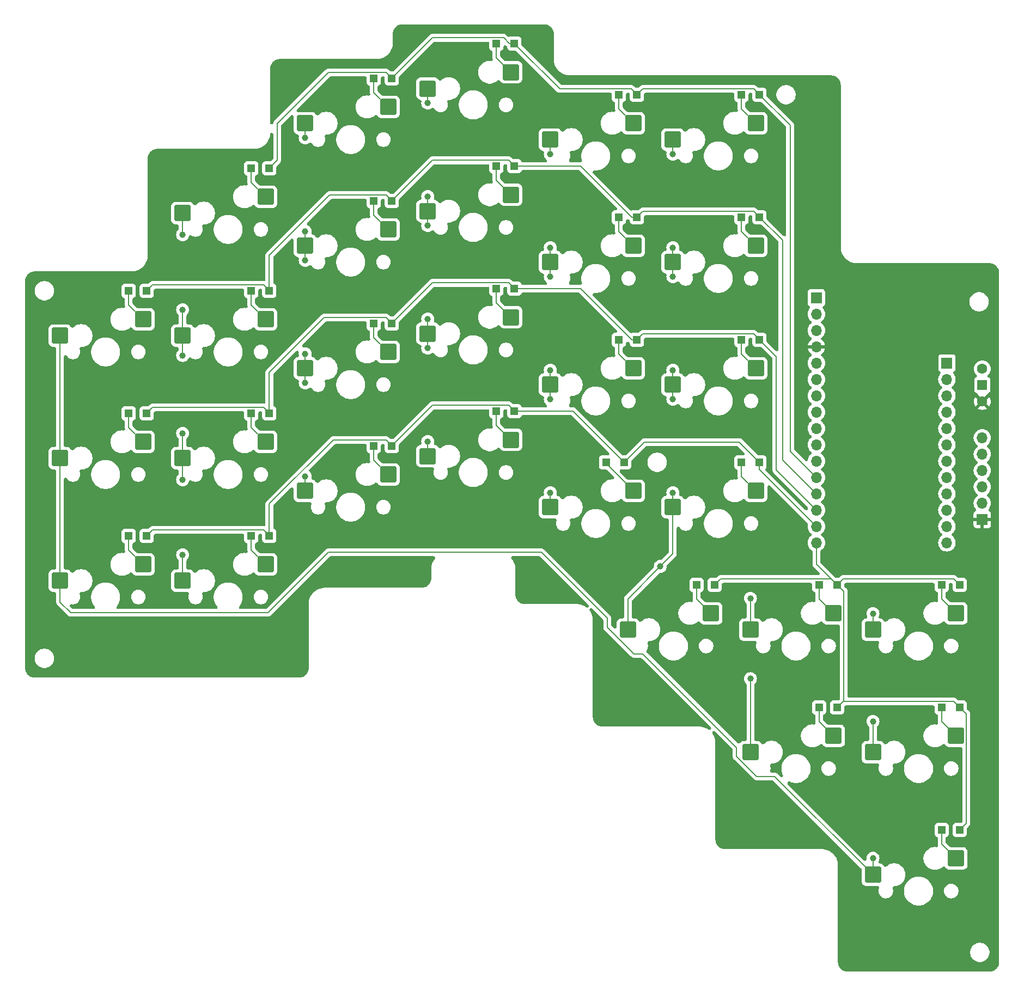
<source format=gbl>
G04 #@! TF.GenerationSoftware,KiCad,Pcbnew,8.0.6-8.0.6-0~ubuntu24.04.1*
G04 #@! TF.CreationDate,2025-02-09T13:09:52-05:00*
G04 #@! TF.ProjectId,keybird_left,6b657962-6972-4645-9f6c-6566742e6b69,rev?*
G04 #@! TF.SameCoordinates,Original*
G04 #@! TF.FileFunction,Copper,L2,Bot*
G04 #@! TF.FilePolarity,Positive*
%FSLAX46Y46*%
G04 Gerber Fmt 4.6, Leading zero omitted, Abs format (unit mm)*
G04 Created by KiCad (PCBNEW 8.0.6-8.0.6-0~ubuntu24.04.1) date 2025-02-09 13:09:52*
%MOMM*%
%LPD*%
G01*
G04 APERTURE LIST*
G04 Aperture macros list*
%AMRoundRect*
0 Rectangle with rounded corners*
0 $1 Rounding radius*
0 $2 $3 $4 $5 $6 $7 $8 $9 X,Y pos of 4 corners*
0 Add a 4 corners polygon primitive as box body*
4,1,4,$2,$3,$4,$5,$6,$7,$8,$9,$2,$3,0*
0 Add four circle primitives for the rounded corners*
1,1,$1+$1,$2,$3*
1,1,$1+$1,$4,$5*
1,1,$1+$1,$6,$7*
1,1,$1+$1,$8,$9*
0 Add four rect primitives between the rounded corners*
20,1,$1+$1,$2,$3,$4,$5,0*
20,1,$1+$1,$4,$5,$6,$7,0*
20,1,$1+$1,$6,$7,$8,$9,0*
20,1,$1+$1,$8,$9,$2,$3,0*%
G04 Aperture macros list end*
G04 #@! TA.AperFunction,ComponentPad*
%ADD10R,1.700000X1.700000*%
G04 #@! TD*
G04 #@! TA.AperFunction,ComponentPad*
%ADD11O,1.700000X1.700000*%
G04 #@! TD*
G04 #@! TA.AperFunction,SMDPad,CuDef*
%ADD12RoundRect,0.250000X-1.025000X-1.000000X1.025000X-1.000000X1.025000X1.000000X-1.025000X1.000000X0*%
G04 #@! TD*
G04 #@! TA.AperFunction,ComponentPad*
%ADD13R,1.500000X1.500000*%
G04 #@! TD*
G04 #@! TA.AperFunction,ComponentPad*
%ADD14C,1.600000*%
G04 #@! TD*
G04 #@! TA.AperFunction,SMDPad,CuDef*
%ADD15R,1.200000X1.200000*%
G04 #@! TD*
G04 #@! TA.AperFunction,ViaPad*
%ADD16C,1.000000*%
G04 #@! TD*
G04 #@! TA.AperFunction,Conductor*
%ADD17C,0.200000*%
G04 #@! TD*
G04 APERTURE END LIST*
D10*
X161000000Y-85525000D03*
D11*
X161000000Y-88065000D03*
X161000000Y-90605000D03*
X161000000Y-93145000D03*
X161000000Y-95685000D03*
X161000000Y-98225000D03*
X161000000Y-100765000D03*
X161000000Y-103305000D03*
X161000000Y-105845000D03*
X161000000Y-108385000D03*
X161000000Y-110925000D03*
X161000000Y-113465000D03*
D10*
X140705000Y-75375000D03*
D11*
X140705000Y-77915000D03*
X140705000Y-80455000D03*
X140705000Y-82995000D03*
X140705000Y-85535000D03*
X140705000Y-88075000D03*
X140705000Y-90615000D03*
X140705000Y-93155000D03*
X140705000Y-95695000D03*
X140705000Y-98235000D03*
X140705000Y-100775000D03*
X140705000Y-103315000D03*
X140705000Y-105855000D03*
X140705000Y-108395000D03*
X140705000Y-110935000D03*
X140705000Y-113475000D03*
D12*
X23140000Y-100315000D03*
X36067000Y-97775000D03*
X118390000Y-88885000D03*
X131317000Y-86345000D03*
X42190000Y-81265000D03*
X55117000Y-78725000D03*
X118390000Y-107935000D03*
X131317000Y-105395000D03*
X111405000Y-126985000D03*
X124332000Y-124445000D03*
X80290000Y-80947500D03*
X93217000Y-78407500D03*
X99340000Y-107935000D03*
X112267000Y-105395000D03*
X61240000Y-105395000D03*
X74167000Y-102855000D03*
X99340000Y-69835000D03*
X112267000Y-67295000D03*
X61240000Y-86345000D03*
X74167000Y-83805000D03*
X80290000Y-42847500D03*
X93217000Y-40307500D03*
X118390000Y-69835000D03*
X131317000Y-67295000D03*
X42190000Y-62215000D03*
X55117000Y-59675000D03*
X23140000Y-81265000D03*
X36067000Y-78725000D03*
X130455000Y-146035000D03*
X143382000Y-143495000D03*
X42190000Y-119365000D03*
X55117000Y-116825000D03*
X23140000Y-119365000D03*
X36067000Y-116825000D03*
X130455000Y-126985000D03*
X143382000Y-124445000D03*
D13*
X166500000Y-88960000D03*
D14*
X166500000Y-91500000D03*
X166500000Y-86420000D03*
D12*
X80290000Y-61897500D03*
X93217000Y-59357500D03*
X99340000Y-88885000D03*
X112267000Y-86345000D03*
D10*
X166500000Y-109850000D03*
D11*
X166500000Y-107310000D03*
X166500000Y-104770000D03*
X166500000Y-102230000D03*
X166500000Y-99690000D03*
X166500000Y-97150000D03*
D12*
X61240000Y-67295000D03*
X74167000Y-64755000D03*
X61240000Y-48245000D03*
X74167000Y-45705000D03*
X149505000Y-146035000D03*
X162432000Y-143495000D03*
X149505000Y-126985000D03*
X162432000Y-124445000D03*
X99340000Y-50785000D03*
X112267000Y-48245000D03*
X80290000Y-99997500D03*
X93217000Y-97457500D03*
X118390000Y-50785000D03*
X131317000Y-48245000D03*
X149505000Y-165085000D03*
X162432000Y-162545000D03*
X42190000Y-100315000D03*
X55117000Y-97775000D03*
D15*
X52875000Y-112380000D03*
X55675000Y-112380000D03*
X90975000Y-54912500D03*
X93775000Y-54912500D03*
X71925000Y-41260000D03*
X74725000Y-41260000D03*
X90975000Y-93012500D03*
X93775000Y-93012500D03*
X110025000Y-62850000D03*
X112825000Y-62850000D03*
X110025000Y-43800000D03*
X112825000Y-43800000D03*
X52875000Y-74280000D03*
X55675000Y-74280000D03*
X52875000Y-55230000D03*
X55675000Y-55230000D03*
X71925000Y-98410000D03*
X74725000Y-98410000D03*
X33825000Y-93330000D03*
X36625000Y-93330000D03*
X160190000Y-120000000D03*
X162990000Y-120000000D03*
X129075000Y-100950000D03*
X131875000Y-100950000D03*
X71925000Y-79360000D03*
X74725000Y-79360000D03*
X129075000Y-62850000D03*
X131875000Y-62850000D03*
X90975000Y-35862500D03*
X93775000Y-35862500D03*
X141140000Y-120000000D03*
X143940000Y-120000000D03*
X33825000Y-112380000D03*
X36625000Y-112380000D03*
X52875000Y-93330000D03*
X55675000Y-93330000D03*
X122090000Y-120000000D03*
X124890000Y-120000000D03*
X141140000Y-139050000D03*
X143940000Y-139050000D03*
X108025000Y-100950000D03*
X110825000Y-100950000D03*
X90975000Y-73962500D03*
X93775000Y-73962500D03*
X129075000Y-43800000D03*
X131875000Y-43800000D03*
X71925000Y-60310000D03*
X74725000Y-60310000D03*
X129075000Y-81900000D03*
X131875000Y-81900000D03*
X160190000Y-158100000D03*
X162990000Y-158100000D03*
X110025000Y-81900000D03*
X112825000Y-81900000D03*
X33825000Y-74280000D03*
X36625000Y-74280000D03*
X160190000Y-139050000D03*
X162990000Y-139050000D03*
D16*
X147041801Y-121722737D03*
X134965599Y-120592633D03*
X149505000Y-124477544D03*
X80288174Y-83216452D03*
X80291826Y-78678548D03*
X80291826Y-59628548D03*
X80288174Y-45116452D03*
X80288174Y-64166452D03*
X80291826Y-97728548D03*
X42190000Y-115343641D03*
X149505000Y-141238841D03*
X42190000Y-103669888D03*
X42189999Y-96452020D03*
X42190000Y-65569888D03*
X42189999Y-84344584D03*
X42190000Y-77243641D03*
X118391826Y-86616048D03*
X118391826Y-105666048D03*
X118388174Y-91153952D03*
X116455901Y-117128892D03*
X118391826Y-67566048D03*
X118388174Y-72103952D03*
X118388174Y-53053952D03*
X99338174Y-53053952D03*
X99341826Y-86616048D03*
X99341826Y-105666048D03*
X99338174Y-91153952D03*
X99338174Y-72103952D03*
X99341826Y-67566048D03*
X130455000Y-122107954D03*
X149516675Y-162513306D03*
X61241826Y-84076048D03*
X61238174Y-69563952D03*
X61241826Y-65026048D03*
X130455000Y-134593098D03*
X61241826Y-103126048D03*
X61238174Y-50513952D03*
X61238174Y-88613952D03*
X109000000Y-138000000D03*
X144000000Y-153000000D03*
X104000000Y-78000000D03*
X154000000Y-103000000D03*
X39000000Y-103000000D03*
X29000000Y-108000000D03*
X79000000Y-108000000D03*
X154000000Y-153000000D03*
X39000000Y-83000000D03*
X134000000Y-153000000D03*
X159000000Y-78000000D03*
X114000000Y-108000000D03*
X99000000Y-48000000D03*
X114000000Y-93000000D03*
X114000000Y-138000000D03*
X59000000Y-113000000D03*
X104000000Y-83000000D03*
X94000000Y-88000000D03*
X59000000Y-63000000D03*
X74000000Y-58000000D03*
X149000000Y-73000000D03*
X44000000Y-133000000D03*
X69000000Y-58000000D03*
X104000000Y-98000000D03*
X104000000Y-63000000D03*
X139000000Y-158000000D03*
X109000000Y-108000000D03*
X149000000Y-78000000D03*
X29000000Y-98000000D03*
X69000000Y-113000000D03*
X44000000Y-68000000D03*
X44000000Y-58000000D03*
X129000000Y-108000000D03*
X134000000Y-138000000D03*
X139000000Y-133000000D03*
X79000000Y-103000000D03*
X154000000Y-98000000D03*
X114000000Y-73000000D03*
X64000000Y-63000000D03*
X154000000Y-78000000D03*
X24000000Y-78000000D03*
X129000000Y-153000000D03*
X44000000Y-88000000D03*
X49000000Y-68000000D03*
X54000000Y-133000000D03*
X154000000Y-133000000D03*
X104000000Y-103000000D03*
X39000000Y-88000000D03*
X39000000Y-118000000D03*
X59000000Y-43000000D03*
X164000000Y-108000000D03*
X29000000Y-88000000D03*
X159000000Y-83000000D03*
X64000000Y-58000000D03*
X29000000Y-78000000D03*
X59000000Y-53000000D03*
X144000000Y-78000000D03*
X84000000Y-68000000D03*
X159000000Y-73000000D03*
X159000000Y-178000000D03*
X89000000Y-68000000D03*
X79000000Y-118000000D03*
X74000000Y-48000000D03*
X124000000Y-133000000D03*
X59000000Y-78000000D03*
X134000000Y-143000000D03*
X139000000Y-138000000D03*
X64000000Y-83000000D03*
X124000000Y-103000000D03*
X64000000Y-73000000D03*
X109000000Y-133000000D03*
X114000000Y-58000000D03*
X19000000Y-98000000D03*
X79000000Y-68000000D03*
X59000000Y-128000000D03*
X144000000Y-98000000D03*
X134000000Y-158000000D03*
X74000000Y-73000000D03*
X54000000Y-68000000D03*
X29000000Y-73000000D03*
X24000000Y-133000000D03*
X154000000Y-158000000D03*
X154000000Y-83000000D03*
X144000000Y-73000000D03*
X69000000Y-43000000D03*
X29000000Y-93000000D03*
X59000000Y-58000000D03*
X49000000Y-78000000D03*
X84000000Y-108000000D03*
X69000000Y-73000000D03*
X44000000Y-128000000D03*
X84000000Y-113000000D03*
X129000000Y-78000000D03*
X29000000Y-113000000D03*
X74000000Y-113000000D03*
X149000000Y-178000000D03*
X159000000Y-173000000D03*
X134000000Y-58000000D03*
X154000000Y-173000000D03*
X39000000Y-123000000D03*
X109000000Y-113000000D03*
X39000000Y-113000000D03*
X74000000Y-53000000D03*
X94000000Y-68000000D03*
X54000000Y-108000000D03*
X164000000Y-93000000D03*
X164000000Y-78000000D03*
X59000000Y-98000000D03*
X154000000Y-73000000D03*
X39000000Y-98000000D03*
X89000000Y-108000000D03*
X114000000Y-53000000D03*
X129000000Y-138000000D03*
X34000000Y-108000000D03*
X114000000Y-103000000D03*
X49000000Y-88000000D03*
X19000000Y-128000000D03*
X134000000Y-108000000D03*
X124000000Y-68000000D03*
X124000000Y-48000000D03*
X164000000Y-118000000D03*
X59000000Y-133000000D03*
X114000000Y-113000000D03*
X159000000Y-88000000D03*
X129000000Y-143000000D03*
X39000000Y-133000000D03*
X39000000Y-68000000D03*
X124000000Y-58000000D03*
X49000000Y-113000000D03*
X154000000Y-88000000D03*
X149000000Y-108000000D03*
X29000000Y-133000000D03*
X54000000Y-88000000D03*
X69000000Y-118000000D03*
X19000000Y-83000000D03*
X49000000Y-98000000D03*
X24000000Y-73000000D03*
X49000000Y-133000000D03*
X144000000Y-88000000D03*
X19000000Y-78000000D03*
X79000000Y-53000000D03*
X84000000Y-58000000D03*
X49000000Y-58000000D03*
X34000000Y-128000000D03*
X94000000Y-113000000D03*
X19000000Y-93000000D03*
X79000000Y-48000000D03*
X149000000Y-103000000D03*
X19000000Y-108000000D03*
X164000000Y-83000000D03*
X69000000Y-93000000D03*
X134000000Y-113000000D03*
X49000000Y-128000000D03*
X129000000Y-158000000D03*
X59000000Y-73000000D03*
X114000000Y-78000000D03*
X19000000Y-103000000D03*
X19000000Y-113000000D03*
X49000000Y-108000000D03*
X84000000Y-38000000D03*
X139000000Y-43000000D03*
X104000000Y-58000000D03*
X29000000Y-118000000D03*
X19000000Y-118000000D03*
X149000000Y-83000000D03*
X79000000Y-113000000D03*
X39000000Y-58000000D03*
X39000000Y-128000000D03*
X34000000Y-133000000D03*
X104000000Y-48000000D03*
X134000000Y-78000000D03*
X49000000Y-118000000D03*
X29000000Y-128000000D03*
X54000000Y-128000000D03*
X64000000Y-53000000D03*
X64000000Y-93000000D03*
X149000000Y-173000000D03*
X149000000Y-98000000D03*
X39000000Y-78000000D03*
X129000000Y-113000000D03*
X149000000Y-168000000D03*
X159000000Y-153000000D03*
X19000000Y-88000000D03*
X134000000Y-133000000D03*
X134000000Y-73000000D03*
X84000000Y-88000000D03*
X124000000Y-83000000D03*
X154000000Y-143000000D03*
X39000000Y-63000000D03*
X34000000Y-88000000D03*
X59000000Y-108000000D03*
X97041776Y-121090066D03*
X44000000Y-108000000D03*
X94000000Y-43000000D03*
X94000000Y-48000000D03*
X74000000Y-118000000D03*
X24000000Y-128000000D03*
X39000000Y-108000000D03*
X64000000Y-113000000D03*
X164000000Y-133000000D03*
X159000000Y-133000000D03*
X89000000Y-113000000D03*
X134000000Y-68000000D03*
X74000000Y-93000000D03*
X59000000Y-93000000D03*
X164000000Y-128000000D03*
X164000000Y-173000000D03*
X159000000Y-93000000D03*
X164000000Y-73000000D03*
X84000000Y-48000000D03*
X129000000Y-58000000D03*
X144000000Y-93000000D03*
X84000000Y-78000000D03*
X74000000Y-43000000D03*
X19000000Y-123000000D03*
X124000000Y-78000000D03*
X89000000Y-88000000D03*
X164000000Y-113000000D03*
X149000000Y-93000000D03*
X134000000Y-53000000D03*
X154000000Y-178000000D03*
X79000000Y-88000000D03*
X44000000Y-113000000D03*
X119000000Y-48000000D03*
X59000000Y-118000000D03*
X164000000Y-168000000D03*
D17*
X162990000Y-139050000D02*
X164007000Y-140067000D01*
X143940000Y-120000000D02*
X143040000Y-119100000D01*
X162090000Y-138150000D02*
X162990000Y-139050000D01*
X144957000Y-138033000D02*
X143940000Y-139050000D01*
X164007000Y-157083000D02*
X162990000Y-158100000D01*
X144840000Y-119100000D02*
X162090000Y-119100000D01*
X144957000Y-121017000D02*
X144957000Y-138033000D01*
X140705000Y-116765000D02*
X143940000Y-120000000D01*
X125790000Y-119100000D02*
X124890000Y-120000000D01*
X143040000Y-119100000D02*
X125790000Y-119100000D01*
X164007000Y-140067000D02*
X164007000Y-157083000D01*
X143940000Y-120000000D02*
X144840000Y-119100000D01*
X143940000Y-120000000D02*
X144957000Y-121017000D01*
X143940000Y-139050000D02*
X144840000Y-138150000D01*
X144840000Y-138150000D02*
X162090000Y-138150000D01*
X140705000Y-113475000D02*
X140705000Y-116765000D01*
X162090000Y-119100000D02*
X162990000Y-120000000D01*
X160190000Y-160303000D02*
X162432000Y-162545000D01*
X160190000Y-158100000D02*
X160190000Y-160303000D01*
X74725000Y-98410000D02*
X73825000Y-97510000D01*
X55675000Y-112380000D02*
X54775000Y-111480000D01*
X81022500Y-92112500D02*
X74725000Y-98410000D01*
X110825000Y-100950000D02*
X102887500Y-93012500D01*
X65590000Y-97510000D02*
X55675000Y-107425000D01*
X54775000Y-111480000D02*
X37525000Y-111480000D01*
X131875000Y-102105000D02*
X131875000Y-100950000D01*
X113975000Y-97800000D02*
X110825000Y-100950000D01*
X73825000Y-97510000D02*
X65590000Y-97510000D01*
X131875000Y-100950000D02*
X128725000Y-97800000D01*
X93775000Y-93012500D02*
X92875000Y-92112500D01*
X102887500Y-93012500D02*
X93775000Y-93012500D01*
X140705000Y-110935000D02*
X131875000Y-102105000D01*
X55675000Y-107425000D02*
X55675000Y-112380000D01*
X37525000Y-111480000D02*
X36625000Y-112380000D01*
X128725000Y-97800000D02*
X113975000Y-97800000D01*
X92875000Y-92112500D02*
X81022500Y-92112500D01*
X33825000Y-114583000D02*
X36067000Y-116825000D01*
X33825000Y-112380000D02*
X33825000Y-114583000D01*
X140705000Y-108395000D02*
X134500743Y-102190743D01*
X112025000Y-81900000D02*
X104087500Y-73962500D01*
X104087500Y-73962500D02*
X93775000Y-73962500D01*
X113725000Y-81000000D02*
X112825000Y-81900000D01*
X134500743Y-84525743D02*
X131875000Y-81900000D01*
X73825000Y-78460000D02*
X64190000Y-78460000D01*
X93775000Y-73962500D02*
X92875000Y-73062500D01*
X92875000Y-73062500D02*
X81022500Y-73062500D01*
X134500743Y-102190743D02*
X134500743Y-84525743D01*
X37525000Y-92430000D02*
X36625000Y-93330000D01*
X81022500Y-73062500D02*
X74725000Y-79360000D01*
X112825000Y-81900000D02*
X112025000Y-81900000D01*
X54775000Y-92430000D02*
X37525000Y-92430000D01*
X130975000Y-81000000D02*
X113725000Y-81000000D01*
X74725000Y-79360000D02*
X73825000Y-78460000D01*
X55675000Y-86975000D02*
X55675000Y-93330000D01*
X55675000Y-93330000D02*
X54775000Y-92430000D01*
X64190000Y-78460000D02*
X55675000Y-86975000D01*
X131875000Y-81900000D02*
X130975000Y-81000000D01*
X33825000Y-93330000D02*
X33825000Y-95533000D01*
X33825000Y-95533000D02*
X36067000Y-97775000D01*
X92875000Y-54012500D02*
X81022500Y-54012500D01*
X81022500Y-54012500D02*
X74725000Y-60310000D01*
X37525000Y-73380000D02*
X36625000Y-74280000D01*
X104087500Y-54912500D02*
X93775000Y-54912500D01*
X113725000Y-61950000D02*
X112825000Y-62850000D01*
X140705000Y-105855000D02*
X135434165Y-100584165D01*
X55675000Y-74280000D02*
X54775000Y-73380000D01*
X112025000Y-62850000D02*
X104087500Y-54912500D01*
X131875000Y-62850000D02*
X130975000Y-61950000D01*
X135434165Y-100584165D02*
X135434165Y-66409165D01*
X130975000Y-61950000D02*
X113725000Y-61950000D01*
X74725000Y-60310000D02*
X73825000Y-59410000D01*
X135434165Y-66409165D02*
X131875000Y-62850000D01*
X54775000Y-73380000D02*
X37525000Y-73380000D01*
X65040000Y-59410000D02*
X55675000Y-68775000D01*
X93775000Y-54912500D02*
X92875000Y-54012500D01*
X112825000Y-62850000D02*
X112025000Y-62850000D01*
X73825000Y-59410000D02*
X65040000Y-59410000D01*
X55675000Y-68775000D02*
X55675000Y-74280000D01*
X33825000Y-76483000D02*
X36067000Y-78725000D01*
X33825000Y-74280000D02*
X33825000Y-76483000D01*
X113725000Y-42900000D02*
X112825000Y-43800000D01*
X136624325Y-48549325D02*
X131875000Y-43800000D01*
X112825000Y-43800000D02*
X111925000Y-42900000D01*
X100812500Y-42900000D02*
X93775000Y-35862500D01*
X92110188Y-34962500D02*
X81022500Y-34962500D01*
X64840000Y-40360000D02*
X56890748Y-48309252D01*
X111925000Y-42900000D02*
X100812500Y-42900000D01*
X93010188Y-35862500D02*
X92110188Y-34962500D01*
X74725000Y-41260000D02*
X73825000Y-40360000D01*
X56890748Y-54014252D02*
X55675000Y-55230000D01*
X136624325Y-99234325D02*
X136624325Y-48549325D01*
X130975000Y-42900000D02*
X113725000Y-42900000D01*
X73825000Y-40360000D02*
X64840000Y-40360000D01*
X56890748Y-48309252D02*
X56890748Y-54014252D01*
X93775000Y-35862500D02*
X93010188Y-35862500D01*
X131875000Y-43800000D02*
X130975000Y-42900000D01*
X81022500Y-34962500D02*
X74725000Y-41260000D01*
X140705000Y-103315000D02*
X136624325Y-99234325D01*
X160190000Y-141253000D02*
X162432000Y-143495000D01*
X160190000Y-139050000D02*
X160190000Y-141253000D01*
X52875000Y-112380000D02*
X52875000Y-114583000D01*
X52875000Y-114583000D02*
X55117000Y-116825000D01*
X52875000Y-95533000D02*
X55117000Y-97775000D01*
X52875000Y-93330000D02*
X52875000Y-95533000D01*
X52875000Y-74280000D02*
X52875000Y-76483000D01*
X52875000Y-76483000D02*
X55117000Y-78725000D01*
X52875000Y-57433000D02*
X55117000Y-59675000D01*
X52875000Y-55230000D02*
X52875000Y-57433000D01*
X141140000Y-139050000D02*
X141140000Y-141253000D01*
X141140000Y-141253000D02*
X143382000Y-143495000D01*
X71925000Y-100613000D02*
X74167000Y-102855000D01*
X71925000Y-98410000D02*
X71925000Y-100613000D01*
X71925000Y-81563000D02*
X74167000Y-83805000D01*
X71925000Y-79360000D02*
X71925000Y-81563000D01*
X71925000Y-60310000D02*
X71925000Y-62513000D01*
X71925000Y-62513000D02*
X74167000Y-64755000D01*
X71925000Y-41260000D02*
X71925000Y-43463000D01*
X71925000Y-43463000D02*
X74167000Y-45705000D01*
X160190000Y-120000000D02*
X160190000Y-122203000D01*
X160190000Y-122203000D02*
X162432000Y-124445000D01*
X90975000Y-93012500D02*
X90975000Y-95215500D01*
X90975000Y-95215500D02*
X93217000Y-97457500D01*
X90975000Y-76165500D02*
X93217000Y-78407500D01*
X90975000Y-73962500D02*
X90975000Y-76165500D01*
X90975000Y-57115500D02*
X93217000Y-59357500D01*
X90975000Y-54912500D02*
X90975000Y-57115500D01*
X90975000Y-35862500D02*
X90975000Y-38065500D01*
X90975000Y-38065500D02*
X93217000Y-40307500D01*
X141140000Y-120000000D02*
X141140000Y-122203000D01*
X141140000Y-122203000D02*
X143382000Y-124445000D01*
X108025000Y-100950000D02*
X108025000Y-101153000D01*
X108025000Y-101153000D02*
X112267000Y-105395000D01*
X110025000Y-81900000D02*
X110025000Y-84103000D01*
X110025000Y-84103000D02*
X112267000Y-86345000D01*
X110025000Y-62850000D02*
X110025000Y-65053000D01*
X110025000Y-65053000D02*
X112267000Y-67295000D01*
X110025000Y-43800000D02*
X110025000Y-46003000D01*
X110025000Y-46003000D02*
X112267000Y-48245000D01*
X122090000Y-120000000D02*
X122090000Y-122203000D01*
X122090000Y-122203000D02*
X124332000Y-124445000D01*
X129075000Y-100950000D02*
X129075000Y-103153000D01*
X129075000Y-103153000D02*
X131317000Y-105395000D01*
X129075000Y-84103000D02*
X131317000Y-86345000D01*
X129075000Y-81900000D02*
X129075000Y-84103000D01*
X129075000Y-65053000D02*
X131317000Y-67295000D01*
X129075000Y-62850000D02*
X129075000Y-65053000D01*
X129075000Y-43800000D02*
X129075000Y-46003000D01*
X129075000Y-46003000D02*
X131317000Y-48245000D01*
X80290000Y-59630374D02*
X80291826Y-59628548D01*
X80290000Y-78680374D02*
X80291826Y-78678548D01*
X149505000Y-126985000D02*
X149505000Y-127215973D01*
X149505000Y-126985000D02*
X149505000Y-124477544D01*
X80290000Y-97730374D02*
X80291826Y-97728548D01*
X80290000Y-61897500D02*
X80290000Y-64164626D01*
X80290000Y-42847500D02*
X80290000Y-45114626D01*
X80290000Y-61897500D02*
X80290000Y-59630374D01*
X80290000Y-99997500D02*
X80290000Y-97730374D01*
X80290000Y-80947500D02*
X80290000Y-78680374D01*
X80290000Y-80947500D02*
X80290000Y-83214626D01*
X149505000Y-127215973D02*
X149561740Y-127272713D01*
X42190000Y-84344583D02*
X42189999Y-84344584D01*
X42190000Y-119365000D02*
X42190000Y-115343641D01*
X42190000Y-81265000D02*
X42190000Y-84344583D01*
X42190000Y-65544162D02*
X42215726Y-65569888D01*
X149505000Y-146035000D02*
X149505000Y-141238841D01*
X42215726Y-65569888D02*
X42204372Y-65581242D01*
X42190000Y-62215000D02*
X42190000Y-65544162D01*
X42190000Y-100315000D02*
X42190000Y-103644162D01*
X42190000Y-96452021D02*
X42189999Y-96452020D01*
X42190000Y-103644162D02*
X42215726Y-103669888D01*
X42190000Y-81265000D02*
X42190000Y-77243641D01*
X42215726Y-103669888D02*
X42204372Y-103681242D01*
X42190000Y-100315000D02*
X42190000Y-96452021D01*
X118390000Y-88885000D02*
X118390000Y-86617874D01*
X118390000Y-88885000D02*
X118390000Y-91152126D01*
X118390000Y-69835000D02*
X118390000Y-72102126D01*
X118390000Y-107935000D02*
X118390000Y-105667874D01*
X118390000Y-69835000D02*
X118390000Y-67567874D01*
X116455901Y-117128892D02*
X116455901Y-117128891D01*
X111405000Y-122179793D02*
X111405000Y-126985000D01*
X118475000Y-86257874D02*
X118476826Y-86256048D01*
X116455901Y-117128891D02*
X118390000Y-115194792D01*
X161000000Y-100765000D02*
X161000000Y-100899917D01*
X118390000Y-67567874D02*
X118391826Y-67566048D01*
X116455901Y-117128892D02*
X111405000Y-122179793D01*
X118390000Y-115194792D02*
X118390000Y-107935000D01*
X118390000Y-50785000D02*
X118390000Y-53052126D01*
X118390000Y-105667874D02*
X118391826Y-105666048D01*
X99340000Y-107935000D02*
X99340000Y-105667874D01*
X99340000Y-67567874D02*
X99341826Y-67566048D01*
X130455000Y-122107954D02*
X130455000Y-126985000D01*
X99340000Y-69835000D02*
X99340000Y-67567874D01*
X99340000Y-69835000D02*
X99340000Y-72102126D01*
X99340000Y-88885000D02*
X99340000Y-91152126D01*
X99340000Y-86617874D02*
X99341826Y-86616048D01*
X99340000Y-88885000D02*
X99340000Y-86617874D01*
X99340000Y-50785000D02*
X99340000Y-53052126D01*
X99340000Y-105667874D02*
X99341826Y-105666048D01*
X131410256Y-149800000D02*
X134220000Y-149800000D01*
X97964478Y-114953127D02*
X108188482Y-125177131D01*
X23140000Y-100315000D02*
X23140000Y-119365000D01*
X55440285Y-124359715D02*
X64846873Y-114953127D01*
X128320126Y-145320126D02*
X128320126Y-146709870D01*
X149516675Y-162513306D02*
X149505000Y-162524981D01*
X23140000Y-122686431D02*
X24813284Y-124359715D01*
X24813284Y-124359715D02*
X55440285Y-124359715D01*
X149505000Y-162524981D02*
X149505000Y-165085000D01*
X23140000Y-119365000D02*
X23140000Y-122686431D01*
X64846873Y-114953127D02*
X97964478Y-114953127D01*
X128320126Y-146709870D02*
X131410256Y-149800000D01*
X23140000Y-81265000D02*
X23140000Y-100315000D01*
X112360256Y-130750000D02*
X113750000Y-130750000D01*
X108188482Y-125177131D02*
X108188482Y-126578226D01*
X134220000Y-149800000D02*
X149505000Y-165085000D01*
X113750000Y-130750000D02*
X128320126Y-145320126D01*
X108188482Y-126578226D02*
X112360256Y-130750000D01*
X61240000Y-86345000D02*
X61240000Y-84077874D01*
X61240000Y-65027874D02*
X61241826Y-65026048D01*
X61240000Y-103127874D02*
X61241826Y-103126048D01*
X61240000Y-67295000D02*
X61240000Y-65027874D01*
X61240000Y-67295000D02*
X61240000Y-69562126D01*
X130455000Y-134593098D02*
X130455000Y-146035000D01*
X61240000Y-86345000D02*
X61240000Y-88612126D01*
X61240000Y-48245000D02*
X61240000Y-50512126D01*
X61240000Y-84077874D02*
X61241826Y-84076048D01*
X61240000Y-105395000D02*
X61240000Y-103127874D01*
G04 #@! TA.AperFunction,Conductor*
G36*
X98408863Y-32863634D02*
G01*
X98436639Y-32865620D01*
X98595645Y-32876993D01*
X98630793Y-32882046D01*
X98805064Y-32919956D01*
X98839143Y-32929963D01*
X99006228Y-32992283D01*
X99038542Y-33007040D01*
X99195062Y-33092506D01*
X99224947Y-33111712D01*
X99367703Y-33218578D01*
X99394553Y-33241843D01*
X99520656Y-33367946D01*
X99543921Y-33394796D01*
X99650787Y-33537552D01*
X99669995Y-33567440D01*
X99755459Y-33723957D01*
X99770216Y-33756271D01*
X99832534Y-33923350D01*
X99842544Y-33957439D01*
X99880451Y-34131695D01*
X99885507Y-34166860D01*
X99898866Y-34353635D01*
X99899500Y-34371399D01*
X99899500Y-38234108D01*
X99899500Y-38300000D01*
X99899500Y-38451252D01*
X99924435Y-38656614D01*
X99935962Y-38751546D01*
X100008357Y-39045267D01*
X100115624Y-39328107D01*
X100115632Y-39328124D01*
X100256200Y-39595954D01*
X100256211Y-39595972D01*
X100414913Y-39825892D01*
X100428050Y-39844924D01*
X100628648Y-40071352D01*
X100855076Y-40271950D01*
X101104033Y-40443792D01*
X101104036Y-40443794D01*
X101104045Y-40443799D01*
X101371875Y-40584367D01*
X101371880Y-40584369D01*
X101371887Y-40584373D01*
X101654734Y-40691643D01*
X101948449Y-40764037D01*
X102248748Y-40800500D01*
X102334108Y-40800500D01*
X142934108Y-40800500D01*
X142991100Y-40800500D01*
X143008863Y-40801134D01*
X143036639Y-40803120D01*
X143195645Y-40814493D01*
X143230793Y-40819546D01*
X143405064Y-40857456D01*
X143439143Y-40867463D01*
X143606228Y-40929783D01*
X143638542Y-40944540D01*
X143795062Y-41030006D01*
X143824947Y-41049212D01*
X143911776Y-41114212D01*
X143967703Y-41156078D01*
X143994553Y-41179343D01*
X144120656Y-41305446D01*
X144143921Y-41332296D01*
X144250787Y-41475052D01*
X144269995Y-41504940D01*
X144355459Y-41661457D01*
X144370216Y-41693771D01*
X144432534Y-41860850D01*
X144442544Y-41894939D01*
X144480451Y-42069195D01*
X144485507Y-42104360D01*
X144498866Y-42291135D01*
X144499500Y-42308899D01*
X144499500Y-67434108D01*
X144499500Y-67500000D01*
X144499500Y-67651252D01*
X144519050Y-67812257D01*
X144535868Y-67950775D01*
X144535963Y-67951551D01*
X144561391Y-68054715D01*
X144608357Y-68245267D01*
X144715624Y-68528107D01*
X144715632Y-68528124D01*
X144856200Y-68795954D01*
X144856211Y-68795972D01*
X145021199Y-69034999D01*
X145028050Y-69044924D01*
X145228648Y-69271352D01*
X145455076Y-69471950D01*
X145704033Y-69643792D01*
X145704036Y-69643794D01*
X145704045Y-69643799D01*
X145971875Y-69784367D01*
X145971880Y-69784369D01*
X145971887Y-69784373D01*
X146254734Y-69891643D01*
X146548449Y-69964037D01*
X146848748Y-70000500D01*
X146934108Y-70000500D01*
X167549108Y-70000500D01*
X167606100Y-70000500D01*
X167623863Y-70001134D01*
X167651639Y-70003120D01*
X167810645Y-70014493D01*
X167845793Y-70019546D01*
X168020064Y-70057456D01*
X168054143Y-70067463D01*
X168201675Y-70122490D01*
X168221228Y-70129783D01*
X168253542Y-70144540D01*
X168410062Y-70230006D01*
X168439947Y-70249212D01*
X168577598Y-70352257D01*
X168582703Y-70356078D01*
X168609553Y-70379343D01*
X168735656Y-70505446D01*
X168758921Y-70532296D01*
X168865787Y-70675052D01*
X168884995Y-70704940D01*
X168970459Y-70861457D01*
X168985216Y-70893771D01*
X169047534Y-71060850D01*
X169057544Y-71094939D01*
X169095451Y-71269195D01*
X169100507Y-71304360D01*
X169113866Y-71491135D01*
X169114500Y-71508899D01*
X169114500Y-178641100D01*
X169113866Y-178658864D01*
X169100507Y-178845639D01*
X169095451Y-178880804D01*
X169057544Y-179055060D01*
X169047534Y-179089149D01*
X168985216Y-179256228D01*
X168970459Y-179288542D01*
X168884995Y-179445059D01*
X168865787Y-179474947D01*
X168758921Y-179617703D01*
X168735656Y-179644553D01*
X168609553Y-179770656D01*
X168582703Y-179793921D01*
X168439947Y-179900787D01*
X168410059Y-179919995D01*
X168253542Y-180005459D01*
X168221228Y-180020216D01*
X168054149Y-180082534D01*
X168020060Y-180092544D01*
X167845804Y-180130451D01*
X167810639Y-180135507D01*
X167623864Y-180148866D01*
X167606100Y-180149500D01*
X145573900Y-180149500D01*
X145556136Y-180148866D01*
X145369360Y-180135507D01*
X145334195Y-180130451D01*
X145159939Y-180092544D01*
X145125850Y-180082534D01*
X144958771Y-180020216D01*
X144926457Y-180005459D01*
X144769940Y-179919995D01*
X144740052Y-179900787D01*
X144597296Y-179793921D01*
X144570446Y-179770656D01*
X144444343Y-179644553D01*
X144421078Y-179617703D01*
X144314212Y-179474947D01*
X144295004Y-179445059D01*
X144209540Y-179288542D01*
X144194783Y-179256228D01*
X144132465Y-179089149D01*
X144122455Y-179055060D01*
X144084546Y-178880793D01*
X144079493Y-178845645D01*
X144066134Y-178658863D01*
X144065500Y-178641100D01*
X144065500Y-177031912D01*
X164614500Y-177031912D01*
X164614500Y-177268087D01*
X164614501Y-177268103D01*
X164651446Y-177501364D01*
X164651447Y-177501368D01*
X164724432Y-177725992D01*
X164824683Y-177922747D01*
X164831659Y-177936437D01*
X164970478Y-178127504D01*
X164970480Y-178127506D01*
X164970483Y-178127510D01*
X165137490Y-178294517D01*
X165137493Y-178294519D01*
X165137495Y-178294521D01*
X165328562Y-178433340D01*
X165328564Y-178433341D01*
X165328567Y-178433343D01*
X165539008Y-178540568D01*
X165763632Y-178613553D01*
X165996908Y-178650500D01*
X165996912Y-178650500D01*
X166233088Y-178650500D01*
X166233092Y-178650500D01*
X166466368Y-178613553D01*
X166690992Y-178540568D01*
X166901433Y-178433343D01*
X167092510Y-178294517D01*
X167259517Y-178127510D01*
X167398343Y-177936433D01*
X167505568Y-177725992D01*
X167578553Y-177501368D01*
X167615500Y-177268092D01*
X167615500Y-177031908D01*
X167578553Y-176798632D01*
X167505568Y-176574008D01*
X167398343Y-176363567D01*
X167398341Y-176363564D01*
X167398340Y-176363562D01*
X167259521Y-176172495D01*
X167259519Y-176172493D01*
X167259517Y-176172490D01*
X167092510Y-176005483D01*
X167092506Y-176005480D01*
X167092504Y-176005478D01*
X166901437Y-175866659D01*
X166887747Y-175859683D01*
X166690992Y-175759432D01*
X166690989Y-175759431D01*
X166690987Y-175759430D01*
X166566079Y-175718845D01*
X166466368Y-175686447D01*
X166466366Y-175686446D01*
X166466364Y-175686446D01*
X166233103Y-175649501D01*
X166233094Y-175649500D01*
X166233092Y-175649500D01*
X165996908Y-175649500D01*
X165996905Y-175649500D01*
X165996896Y-175649501D01*
X165763635Y-175686446D01*
X165539012Y-175759430D01*
X165328562Y-175866659D01*
X165137495Y-176005478D01*
X164970478Y-176172495D01*
X164831659Y-176363562D01*
X164724430Y-176574012D01*
X164651446Y-176798635D01*
X164614501Y-177031896D01*
X164614500Y-177031912D01*
X144065500Y-177031912D01*
X144065500Y-163448754D01*
X144065500Y-163448748D01*
X144029037Y-163148449D01*
X143956643Y-162854734D01*
X143849373Y-162571887D01*
X143818628Y-162513307D01*
X143708799Y-162304045D01*
X143708788Y-162304027D01*
X143536956Y-162055085D01*
X143536950Y-162055076D01*
X143336352Y-161828648D01*
X143109924Y-161628050D01*
X143028649Y-161571950D01*
X142860972Y-161456211D01*
X142860954Y-161456200D01*
X142593124Y-161315632D01*
X142593107Y-161315624D01*
X142310267Y-161208357D01*
X142052907Y-161144924D01*
X142016551Y-161135963D01*
X142016549Y-161135962D01*
X142016547Y-161135962D01*
X141892277Y-161120873D01*
X141716252Y-161099500D01*
X141716246Y-161099500D01*
X126523900Y-161099500D01*
X126506136Y-161098866D01*
X126319360Y-161085507D01*
X126284195Y-161080451D01*
X126109939Y-161042544D01*
X126075850Y-161032534D01*
X125908771Y-160970216D01*
X125876457Y-160955459D01*
X125719940Y-160869995D01*
X125690052Y-160850787D01*
X125547296Y-160743921D01*
X125520446Y-160720656D01*
X125394343Y-160594553D01*
X125371078Y-160567703D01*
X125370913Y-160567483D01*
X125264212Y-160424947D01*
X125245004Y-160395059D01*
X125237904Y-160382057D01*
X125159540Y-160238542D01*
X125144783Y-160206228D01*
X125087091Y-160051551D01*
X125082463Y-160039143D01*
X125072455Y-160005060D01*
X125034546Y-159830793D01*
X125029493Y-159795645D01*
X125016134Y-159608863D01*
X125015500Y-159591100D01*
X125015500Y-144398754D01*
X125015500Y-144398748D01*
X124979037Y-144098449D01*
X124906643Y-143804734D01*
X124799373Y-143521887D01*
X124676903Y-143288540D01*
X124658799Y-143254045D01*
X124658788Y-143254027D01*
X124552954Y-143100700D01*
X124514423Y-143011512D01*
X124512956Y-142914368D01*
X124548775Y-142824058D01*
X124616429Y-142754329D01*
X124705617Y-142715798D01*
X124802761Y-142714331D01*
X124893071Y-142750150D01*
X124933947Y-142783182D01*
X127646696Y-145495931D01*
X127700672Y-145576713D01*
X127719626Y-145672001D01*
X127719626Y-146615535D01*
X127719625Y-146615553D01*
X127719625Y-146788927D01*
X127760547Y-146941651D01*
X127760548Y-146941654D01*
X127789483Y-146991770D01*
X127789486Y-146991774D01*
X127839606Y-147078586D01*
X127951410Y-147190390D01*
X127951412Y-147190391D01*
X131041540Y-150280520D01*
X131041542Y-150280521D01*
X131178468Y-150359575D01*
X131178469Y-150359575D01*
X131178472Y-150359577D01*
X131331199Y-150400501D01*
X131504575Y-150400501D01*
X131504591Y-150400500D01*
X133868125Y-150400500D01*
X133963413Y-150419454D01*
X134044195Y-150473430D01*
X147656570Y-164085805D01*
X147710546Y-164166587D01*
X147729500Y-164261875D01*
X147729500Y-166135006D01*
X147740001Y-166237800D01*
X147795185Y-166404332D01*
X147870978Y-166527214D01*
X147887288Y-166553656D01*
X148011344Y-166677712D01*
X148160666Y-166769814D01*
X148160669Y-166769815D01*
X148160667Y-166769815D01*
X148324310Y-166824040D01*
X148327203Y-166824999D01*
X148429991Y-166835500D01*
X150242761Y-166835499D01*
X150338049Y-166854453D01*
X150418830Y-166908429D01*
X150472807Y-166989211D01*
X150491761Y-167084499D01*
X150472807Y-167179787D01*
X150468935Y-167188185D01*
X150466958Y-167192956D01*
X150466958Y-167192958D01*
X150412214Y-167361445D01*
X150412213Y-167361448D01*
X150412213Y-167361450D01*
X150412211Y-167361456D01*
X150384500Y-167536411D01*
X150384500Y-167713588D01*
X150412211Y-167888543D01*
X150412213Y-167888549D01*
X150412214Y-167888555D01*
X150466958Y-168057042D01*
X150547386Y-168214890D01*
X150651517Y-168358214D01*
X150776786Y-168483483D01*
X150920110Y-168587614D01*
X151077958Y-168668042D01*
X151246445Y-168722786D01*
X151246454Y-168722787D01*
X151246456Y-168722788D01*
X151421411Y-168750499D01*
X151421418Y-168750499D01*
X151421421Y-168750500D01*
X151421424Y-168750500D01*
X151598576Y-168750500D01*
X151598579Y-168750500D01*
X151598582Y-168750499D01*
X151598588Y-168750499D01*
X151773543Y-168722788D01*
X151773543Y-168722787D01*
X151773555Y-168722786D01*
X151942042Y-168668042D01*
X152099890Y-168587614D01*
X152243214Y-168483483D01*
X152368483Y-168358214D01*
X152472614Y-168214890D01*
X152553042Y-168057042D01*
X152607786Y-167888555D01*
X152635500Y-167713579D01*
X152635500Y-167536421D01*
X152635499Y-167536418D01*
X152635499Y-167536411D01*
X152626167Y-167477493D01*
X154339500Y-167477493D01*
X154339500Y-167772506D01*
X154378006Y-168064988D01*
X154454360Y-168349950D01*
X154567253Y-168622499D01*
X154567255Y-168622503D01*
X154567257Y-168622507D01*
X154714762Y-168877994D01*
X154894354Y-169112042D01*
X155102958Y-169320646D01*
X155337006Y-169500238D01*
X155592493Y-169647743D01*
X155865048Y-169760639D01*
X156150007Y-169836993D01*
X156369372Y-169865873D01*
X156442493Y-169875500D01*
X156442494Y-169875500D01*
X156737507Y-169875500D01*
X156786253Y-169869082D01*
X157029993Y-169836993D01*
X157314952Y-169760639D01*
X157587507Y-169647743D01*
X157842994Y-169500238D01*
X158077042Y-169320646D01*
X158285646Y-169112042D01*
X158465238Y-168877994D01*
X158612743Y-168622507D01*
X158725639Y-168349952D01*
X158801993Y-168064993D01*
X158840500Y-167772506D01*
X158840500Y-167536411D01*
X160544500Y-167536411D01*
X160544500Y-167713588D01*
X160572211Y-167888543D01*
X160572213Y-167888549D01*
X160572214Y-167888555D01*
X160626958Y-168057042D01*
X160707386Y-168214890D01*
X160811517Y-168358214D01*
X160936786Y-168483483D01*
X161080110Y-168587614D01*
X161237958Y-168668042D01*
X161406445Y-168722786D01*
X161406454Y-168722787D01*
X161406456Y-168722788D01*
X161581411Y-168750499D01*
X161581418Y-168750499D01*
X161581421Y-168750500D01*
X161581424Y-168750500D01*
X161758576Y-168750500D01*
X161758579Y-168750500D01*
X161758582Y-168750499D01*
X161758588Y-168750499D01*
X161933543Y-168722788D01*
X161933543Y-168722787D01*
X161933555Y-168722786D01*
X162102042Y-168668042D01*
X162259890Y-168587614D01*
X162403214Y-168483483D01*
X162528483Y-168358214D01*
X162632614Y-168214890D01*
X162713042Y-168057042D01*
X162767786Y-167888555D01*
X162795500Y-167713579D01*
X162795500Y-167536421D01*
X162795499Y-167536418D01*
X162795499Y-167536411D01*
X162767788Y-167361456D01*
X162767787Y-167361454D01*
X162767786Y-167361445D01*
X162713042Y-167192958D01*
X162632614Y-167035110D01*
X162528483Y-166891786D01*
X162403214Y-166766517D01*
X162403210Y-166766514D01*
X162259889Y-166662385D01*
X162102052Y-166581963D01*
X162102050Y-166581962D01*
X162102042Y-166581958D01*
X161933555Y-166527214D01*
X161933549Y-166527213D01*
X161933543Y-166527211D01*
X161758588Y-166499500D01*
X161758579Y-166499500D01*
X161581421Y-166499500D01*
X161581411Y-166499500D01*
X161406456Y-166527211D01*
X161406450Y-166527213D01*
X161406448Y-166527213D01*
X161406445Y-166527214D01*
X161237958Y-166581958D01*
X161237956Y-166581958D01*
X161237956Y-166581959D01*
X161237947Y-166581963D01*
X161080110Y-166662385D01*
X160936789Y-166766514D01*
X160811514Y-166891789D01*
X160707385Y-167035110D01*
X160626963Y-167192947D01*
X160626958Y-167192956D01*
X160626958Y-167192958D01*
X160572214Y-167361445D01*
X160572213Y-167361448D01*
X160572213Y-167361450D01*
X160572211Y-167361456D01*
X160544500Y-167536411D01*
X158840500Y-167536411D01*
X158840500Y-167477494D01*
X158801993Y-167185007D01*
X158725639Y-166900048D01*
X158612743Y-166627493D01*
X158465238Y-166372006D01*
X158285646Y-166137958D01*
X158077042Y-165929354D01*
X158077037Y-165929350D01*
X158077036Y-165929349D01*
X157842994Y-165749762D01*
X157842989Y-165749759D01*
X157682221Y-165656940D01*
X157587507Y-165602257D01*
X157587505Y-165602256D01*
X157587503Y-165602255D01*
X157587499Y-165602253D01*
X157314950Y-165489360D01*
X157191555Y-165456297D01*
X157029993Y-165413007D01*
X157029988Y-165413006D01*
X157029989Y-165413006D01*
X156737507Y-165374500D01*
X156737506Y-165374500D01*
X156442494Y-165374500D01*
X156442493Y-165374500D01*
X156150011Y-165413006D01*
X155865049Y-165489360D01*
X155592500Y-165602253D01*
X155592496Y-165602255D01*
X155337010Y-165749759D01*
X155337005Y-165749762D01*
X155102963Y-165929349D01*
X154894349Y-166137963D01*
X154714762Y-166372005D01*
X154714759Y-166372010D01*
X154567255Y-166627496D01*
X154567253Y-166627500D01*
X154454360Y-166900049D01*
X154378006Y-167185011D01*
X154339500Y-167477493D01*
X152626167Y-167477493D01*
X152607788Y-167361456D01*
X152607787Y-167361454D01*
X152607786Y-167361445D01*
X152553042Y-167192958D01*
X152553040Y-167192955D01*
X152550925Y-167186444D01*
X152539507Y-167089962D01*
X152565879Y-166996455D01*
X152626028Y-166920158D01*
X152710795Y-166872686D01*
X152787739Y-166860500D01*
X152896372Y-166860500D01*
X153127126Y-166830121D01*
X153351940Y-166769882D01*
X153351945Y-166769879D01*
X153351948Y-166769879D01*
X153566958Y-166680820D01*
X153566961Y-166680818D01*
X153566969Y-166680815D01*
X153768532Y-166564442D01*
X153953181Y-166422756D01*
X154117756Y-166258181D01*
X154259442Y-166073532D01*
X154375815Y-165871969D01*
X154426435Y-165749762D01*
X154464879Y-165656948D01*
X154464879Y-165656945D01*
X154464882Y-165656940D01*
X154525121Y-165432126D01*
X154555500Y-165201372D01*
X154555500Y-164968628D01*
X154525121Y-164737874D01*
X154464882Y-164513060D01*
X154464880Y-164513055D01*
X154464879Y-164513051D01*
X154375820Y-164298041D01*
X154375815Y-164298032D01*
X154375815Y-164298031D01*
X154259442Y-164096468D01*
X154117756Y-163911819D01*
X153953181Y-163747244D01*
X153768532Y-163605558D01*
X153566969Y-163489185D01*
X153566967Y-163489184D01*
X153566958Y-163489179D01*
X153351948Y-163400120D01*
X153320271Y-163391632D01*
X153127126Y-163339879D01*
X153127119Y-163339878D01*
X152896372Y-163309500D01*
X152663628Y-163309500D01*
X152432880Y-163339878D01*
X152432878Y-163339878D01*
X152432874Y-163339879D01*
X152298832Y-163375795D01*
X152208051Y-163400120D01*
X151993041Y-163489179D01*
X151993032Y-163489184D01*
X151791467Y-163605558D01*
X151606819Y-163747244D01*
X151606805Y-163747256D01*
X151580008Y-163774053D01*
X151499226Y-163828028D01*
X151403937Y-163846981D01*
X151308649Y-163828026D01*
X151227869Y-163774048D01*
X151192012Y-163728698D01*
X151122714Y-163616347D01*
X151122713Y-163616346D01*
X151122712Y-163616344D01*
X150998656Y-163492288D01*
X150993615Y-163489179D01*
X150962436Y-163469948D01*
X150849334Y-163400186D01*
X150849332Y-163400185D01*
X150849330Y-163400184D01*
X150849332Y-163400184D01*
X150682802Y-163345002D01*
X150682798Y-163345001D01*
X150682797Y-163345001D01*
X150629501Y-163339556D01*
X150600507Y-163336594D01*
X150507639Y-163308053D01*
X150432762Y-163246145D01*
X150387275Y-163160296D01*
X150378104Y-163063575D01*
X150406218Y-162971503D01*
X150445486Y-162898038D01*
X150445489Y-162898033D01*
X150502699Y-162709438D01*
X150522016Y-162513306D01*
X150513676Y-162428628D01*
X157354500Y-162428628D01*
X157354500Y-162661372D01*
X157384879Y-162892126D01*
X157407644Y-162977085D01*
X157445120Y-163116948D01*
X157534179Y-163331958D01*
X157534184Y-163331967D01*
X157534185Y-163331969D01*
X157650558Y-163533532D01*
X157792244Y-163718181D01*
X157956819Y-163882756D01*
X158141468Y-164024442D01*
X158343031Y-164140815D01*
X158343034Y-164140816D01*
X158343041Y-164140820D01*
X158558051Y-164229879D01*
X158558055Y-164229880D01*
X158558060Y-164229882D01*
X158782874Y-164290121D01*
X159013628Y-164320500D01*
X159246372Y-164320500D01*
X159477126Y-164290121D01*
X159701940Y-164229882D01*
X159701945Y-164229879D01*
X159701948Y-164229879D01*
X159916958Y-164140820D01*
X159916961Y-164140818D01*
X159916969Y-164140815D01*
X160118532Y-164024442D01*
X160303181Y-163882756D01*
X160346686Y-163839251D01*
X160427466Y-163785274D01*
X160522754Y-163766319D01*
X160618043Y-163785272D01*
X160698825Y-163839248D01*
X160734685Y-163884600D01*
X160814285Y-164013652D01*
X160814286Y-164013653D01*
X160814288Y-164013656D01*
X160938344Y-164137712D01*
X161087666Y-164229814D01*
X161087669Y-164229815D01*
X161087667Y-164229815D01*
X161251310Y-164284040D01*
X161254203Y-164284999D01*
X161356991Y-164295500D01*
X163507008Y-164295499D01*
X163609797Y-164284999D01*
X163776334Y-164229814D01*
X163925656Y-164137712D01*
X164049712Y-164013656D01*
X164141814Y-163864334D01*
X164196999Y-163697797D01*
X164207500Y-163595009D01*
X164207499Y-161494992D01*
X164196999Y-161392203D01*
X164190244Y-161371819D01*
X164141814Y-161225667D01*
X164141814Y-161225666D01*
X164049712Y-161076344D01*
X163925656Y-160952288D01*
X163920615Y-160949179D01*
X163889436Y-160929948D01*
X163776334Y-160860186D01*
X163776332Y-160860185D01*
X163776330Y-160860184D01*
X163776332Y-160860184D01*
X163609802Y-160805002D01*
X163609798Y-160805001D01*
X163609797Y-160805001D01*
X163558403Y-160799750D01*
X163507011Y-160794500D01*
X163507009Y-160794500D01*
X161633875Y-160794500D01*
X161538587Y-160775546D01*
X161457805Y-160721570D01*
X160863430Y-160127195D01*
X160809454Y-160046413D01*
X160790500Y-159951125D01*
X160790500Y-159406877D01*
X160809454Y-159311589D01*
X160863430Y-159230807D01*
X160944212Y-159176831D01*
X160952455Y-159173587D01*
X161032331Y-159143796D01*
X161147546Y-159057546D01*
X161233796Y-158942331D01*
X161284091Y-158807483D01*
X161290500Y-158747873D01*
X161290499Y-157452128D01*
X161284091Y-157392517D01*
X161233796Y-157257669D01*
X161147546Y-157142454D01*
X161032331Y-157056204D01*
X160952117Y-157026286D01*
X160897481Y-157005908D01*
X160837873Y-156999500D01*
X159542134Y-156999500D01*
X159542130Y-156999500D01*
X159542128Y-156999501D01*
X159529314Y-157000878D01*
X159482519Y-157005908D01*
X159482515Y-157005909D01*
X159347670Y-157056203D01*
X159232455Y-157142453D01*
X159232453Y-157142455D01*
X159146204Y-157257669D01*
X159095908Y-157392518D01*
X159089500Y-157452123D01*
X159089500Y-158747865D01*
X159089500Y-158747868D01*
X159089501Y-158747872D01*
X159091567Y-158767093D01*
X159095908Y-158807480D01*
X159095909Y-158807483D01*
X159146204Y-158942331D01*
X159232454Y-159057546D01*
X159347669Y-159143796D01*
X159427517Y-159173577D01*
X159510171Y-159224634D01*
X159566997Y-159303437D01*
X159589341Y-159397987D01*
X159589500Y-159406877D01*
X159589500Y-160208665D01*
X159589499Y-160208683D01*
X159589499Y-160223943D01*
X159589499Y-160382057D01*
X159597172Y-160410691D01*
X159613207Y-160470536D01*
X159619561Y-160567483D01*
X159588331Y-160659482D01*
X159524272Y-160732527D01*
X159437136Y-160775497D01*
X159340191Y-160781851D01*
X159246373Y-160769500D01*
X159246372Y-160769500D01*
X159013628Y-160769500D01*
X158782880Y-160799878D01*
X158782878Y-160799878D01*
X158782874Y-160799879D01*
X158648832Y-160835795D01*
X158558051Y-160860120D01*
X158343041Y-160949179D01*
X158343032Y-160949184D01*
X158141467Y-161065558D01*
X157956819Y-161207244D01*
X157956815Y-161207247D01*
X157792247Y-161371815D01*
X157792244Y-161371819D01*
X157650558Y-161556467D01*
X157534184Y-161758032D01*
X157534179Y-161758041D01*
X157445120Y-161973051D01*
X157423143Y-162055072D01*
X157384879Y-162197874D01*
X157354500Y-162428628D01*
X150513676Y-162428628D01*
X150502699Y-162317174D01*
X150445489Y-162128579D01*
X150445487Y-162128576D01*
X150445486Y-162128572D01*
X150352586Y-161954769D01*
X150294813Y-161884373D01*
X150227558Y-161802423D01*
X150075213Y-161677396D01*
X150075214Y-161677396D01*
X150075211Y-161677394D01*
X149901408Y-161584494D01*
X149901400Y-161584491D01*
X149712806Y-161527281D01*
X149516675Y-161507965D01*
X149320543Y-161527281D01*
X149131949Y-161584491D01*
X149131941Y-161584494D01*
X148958138Y-161677394D01*
X148805795Y-161802420D01*
X148805789Y-161802426D01*
X148680763Y-161954769D01*
X148587863Y-162128572D01*
X148587860Y-162128580D01*
X148530650Y-162317174D01*
X148511334Y-162513306D01*
X148511334Y-162513307D01*
X148522744Y-162629163D01*
X148513221Y-162725850D01*
X148467422Y-162811533D01*
X148392319Y-162873167D01*
X148299348Y-162901369D01*
X148202661Y-162891846D01*
X148116978Y-162846047D01*
X148098873Y-162829638D01*
X136274479Y-151005244D01*
X136220503Y-150924462D01*
X136201549Y-150829174D01*
X136220503Y-150733886D01*
X136274479Y-150653104D01*
X136355261Y-150599128D01*
X136450549Y-150580174D01*
X136545836Y-150599127D01*
X136815048Y-150710639D01*
X137100007Y-150786993D01*
X137319372Y-150815873D01*
X137392493Y-150825500D01*
X137392494Y-150825500D01*
X137687507Y-150825500D01*
X137736253Y-150819082D01*
X137979993Y-150786993D01*
X138264952Y-150710639D01*
X138537507Y-150597743D01*
X138792994Y-150450238D01*
X139027042Y-150270646D01*
X139235646Y-150062042D01*
X139415238Y-149827994D01*
X139562743Y-149572507D01*
X139675639Y-149299952D01*
X139751993Y-149014993D01*
X139790500Y-148722506D01*
X139790500Y-148486411D01*
X141494500Y-148486411D01*
X141494500Y-148663588D01*
X141522211Y-148838543D01*
X141522213Y-148838549D01*
X141522214Y-148838555D01*
X141576958Y-149007042D01*
X141576959Y-149007043D01*
X141576963Y-149007052D01*
X141657385Y-149164889D01*
X141712262Y-149240421D01*
X141761517Y-149308214D01*
X141886786Y-149433483D01*
X142030110Y-149537614D01*
X142187958Y-149618042D01*
X142356445Y-149672786D01*
X142356454Y-149672787D01*
X142356456Y-149672788D01*
X142531411Y-149700499D01*
X142531418Y-149700499D01*
X142531421Y-149700500D01*
X142531424Y-149700500D01*
X142708576Y-149700500D01*
X142708579Y-149700500D01*
X142708582Y-149700499D01*
X142708588Y-149700499D01*
X142883543Y-149672788D01*
X142883543Y-149672787D01*
X142883555Y-149672786D01*
X143052042Y-149618042D01*
X143209890Y-149537614D01*
X143353214Y-149433483D01*
X143478483Y-149308214D01*
X143582614Y-149164890D01*
X143663042Y-149007042D01*
X143717786Y-148838555D01*
X143745500Y-148663579D01*
X143745500Y-148486421D01*
X143745499Y-148486418D01*
X143745499Y-148486411D01*
X143717788Y-148311456D01*
X143717787Y-148311454D01*
X143717786Y-148311445D01*
X143663042Y-148142958D01*
X143582614Y-147985110D01*
X143478483Y-147841786D01*
X143353214Y-147716517D01*
X143353210Y-147716514D01*
X143209889Y-147612385D01*
X143052052Y-147531963D01*
X143052050Y-147531962D01*
X143052042Y-147531958D01*
X142883555Y-147477214D01*
X142883549Y-147477213D01*
X142883543Y-147477211D01*
X142708588Y-147449500D01*
X142708579Y-147449500D01*
X142531421Y-147449500D01*
X142531411Y-147449500D01*
X142356456Y-147477211D01*
X142356450Y-147477213D01*
X142356448Y-147477213D01*
X142356445Y-147477214D01*
X142187958Y-147531958D01*
X142187956Y-147531958D01*
X142187956Y-147531959D01*
X142187947Y-147531963D01*
X142030110Y-147612385D01*
X141886789Y-147716514D01*
X141761514Y-147841789D01*
X141657385Y-147985110D01*
X141576963Y-148142947D01*
X141576958Y-148142956D01*
X141576958Y-148142958D01*
X141522214Y-148311445D01*
X141522213Y-148311448D01*
X141522213Y-148311450D01*
X141522211Y-148311456D01*
X141494500Y-148486411D01*
X139790500Y-148486411D01*
X139790500Y-148427494D01*
X139751993Y-148135007D01*
X139675639Y-147850048D01*
X139562743Y-147577493D01*
X139415238Y-147322006D01*
X139235646Y-147087958D01*
X139027042Y-146879354D01*
X139027037Y-146879350D01*
X139027036Y-146879349D01*
X138792994Y-146699762D01*
X138792989Y-146699759D01*
X138673570Y-146630813D01*
X138537507Y-146552257D01*
X138537505Y-146552256D01*
X138537503Y-146552255D01*
X138537499Y-146552253D01*
X138264950Y-146439360D01*
X138141555Y-146406297D01*
X137979993Y-146363007D01*
X137979988Y-146363006D01*
X137979989Y-146363006D01*
X137687507Y-146324500D01*
X137687506Y-146324500D01*
X137392494Y-146324500D01*
X137392493Y-146324500D01*
X137100011Y-146363006D01*
X136815049Y-146439360D01*
X136542500Y-146552253D01*
X136542496Y-146552255D01*
X136287010Y-146699759D01*
X136287005Y-146699762D01*
X136052963Y-146879349D01*
X135844349Y-147087963D01*
X135664762Y-147322005D01*
X135664759Y-147322010D01*
X135517255Y-147577496D01*
X135517253Y-147577500D01*
X135404360Y-147850049D01*
X135328006Y-148135011D01*
X135289500Y-148427493D01*
X135289500Y-148722506D01*
X135326961Y-149007052D01*
X135328007Y-149014993D01*
X135357904Y-149126570D01*
X135404360Y-149299950D01*
X135515871Y-149569162D01*
X135534825Y-149664451D01*
X135515871Y-149759739D01*
X135461894Y-149840520D01*
X135381113Y-149894496D01*
X135285824Y-149913450D01*
X135190536Y-149894496D01*
X135109755Y-149840520D01*
X134700521Y-149431286D01*
X134700520Y-149431284D01*
X134588716Y-149319480D01*
X134501906Y-149269361D01*
X134501903Y-149269358D01*
X134451784Y-149240422D01*
X134451781Y-149240421D01*
X134299057Y-149199499D01*
X134140943Y-149199499D01*
X134125682Y-149199499D01*
X134125666Y-149199500D01*
X133783227Y-149199500D01*
X133687939Y-149180546D01*
X133607157Y-149126570D01*
X133553181Y-149045788D01*
X133534227Y-148950500D01*
X133546413Y-148873558D01*
X133546516Y-148873240D01*
X133557786Y-148838555D01*
X133585500Y-148663579D01*
X133585500Y-148486421D01*
X133585499Y-148486418D01*
X133585499Y-148486411D01*
X133557788Y-148311456D01*
X133557787Y-148311454D01*
X133557786Y-148311445D01*
X133503042Y-148142958D01*
X133503040Y-148142955D01*
X133500925Y-148136444D01*
X133489507Y-148039962D01*
X133515879Y-147946455D01*
X133576028Y-147870158D01*
X133660795Y-147822686D01*
X133737739Y-147810500D01*
X133846372Y-147810500D01*
X134077126Y-147780121D01*
X134301940Y-147719882D01*
X134301945Y-147719879D01*
X134301948Y-147719879D01*
X134516958Y-147630820D01*
X134516961Y-147630818D01*
X134516969Y-147630815D01*
X134718532Y-147514442D01*
X134903181Y-147372756D01*
X135067756Y-147208181D01*
X135209442Y-147023532D01*
X135325815Y-146821969D01*
X135339502Y-146788927D01*
X135414879Y-146606948D01*
X135414879Y-146606945D01*
X135414882Y-146606940D01*
X135475121Y-146382126D01*
X135505500Y-146151372D01*
X135505500Y-145918628D01*
X135475121Y-145687874D01*
X135414882Y-145463060D01*
X135414880Y-145463055D01*
X135414879Y-145463051D01*
X135325820Y-145248041D01*
X135325815Y-145248032D01*
X135325815Y-145248031D01*
X135209442Y-145046468D01*
X135067756Y-144861819D01*
X134903181Y-144697244D01*
X134718532Y-144555558D01*
X134516969Y-144439185D01*
X134516967Y-144439184D01*
X134516958Y-144439179D01*
X134301948Y-144350120D01*
X134270271Y-144341632D01*
X134077126Y-144289879D01*
X134077119Y-144289878D01*
X133846372Y-144259500D01*
X133613628Y-144259500D01*
X133382880Y-144289878D01*
X133382878Y-144289878D01*
X133382874Y-144289879D01*
X133248832Y-144325795D01*
X133158051Y-144350120D01*
X132943041Y-144439179D01*
X132943032Y-144439184D01*
X132741467Y-144555558D01*
X132556819Y-144697244D01*
X132556805Y-144697256D01*
X132530008Y-144724053D01*
X132449226Y-144778028D01*
X132353937Y-144796981D01*
X132258649Y-144778026D01*
X132177869Y-144724048D01*
X132142012Y-144678698D01*
X132072714Y-144566347D01*
X132072713Y-144566346D01*
X132072712Y-144566344D01*
X131948656Y-144442288D01*
X131943615Y-144439179D01*
X131912436Y-144419948D01*
X131799334Y-144350186D01*
X131799332Y-144350185D01*
X131799330Y-144350184D01*
X131799332Y-144350184D01*
X131632802Y-144295002D01*
X131632798Y-144295001D01*
X131632797Y-144295001D01*
X131581403Y-144289750D01*
X131530011Y-144284500D01*
X131530009Y-144284500D01*
X131304500Y-144284500D01*
X131209212Y-144265546D01*
X131128430Y-144211570D01*
X131074454Y-144130788D01*
X131055500Y-144035500D01*
X131055500Y-143378628D01*
X138304500Y-143378628D01*
X138304500Y-143611372D01*
X138334879Y-143842126D01*
X138357644Y-143927085D01*
X138395120Y-144066948D01*
X138484179Y-144281958D01*
X138484184Y-144281967D01*
X138484185Y-144281969D01*
X138600558Y-144483532D01*
X138742244Y-144668181D01*
X138906819Y-144832756D01*
X139091468Y-144974442D01*
X139293031Y-145090815D01*
X139293034Y-145090816D01*
X139293041Y-145090820D01*
X139508051Y-145179879D01*
X139508055Y-145179880D01*
X139508060Y-145179882D01*
X139732874Y-145240121D01*
X139963628Y-145270500D01*
X140196372Y-145270500D01*
X140427126Y-145240121D01*
X140651940Y-145179882D01*
X140651945Y-145179879D01*
X140651948Y-145179879D01*
X140866958Y-145090820D01*
X140866961Y-145090818D01*
X140866969Y-145090815D01*
X141068532Y-144974442D01*
X141253181Y-144832756D01*
X141296686Y-144789251D01*
X141377466Y-144735274D01*
X141472754Y-144716319D01*
X141568043Y-144735272D01*
X141648825Y-144789248D01*
X141684685Y-144834600D01*
X141764285Y-144963652D01*
X141764286Y-144963653D01*
X141764288Y-144963656D01*
X141888344Y-145087712D01*
X142037666Y-145179814D01*
X142037669Y-145179815D01*
X142037667Y-145179815D01*
X142201310Y-145234040D01*
X142204203Y-145234999D01*
X142306991Y-145245500D01*
X144457008Y-145245499D01*
X144559797Y-145234999D01*
X144726334Y-145179814D01*
X144875656Y-145087712D01*
X144978380Y-144984988D01*
X147729500Y-144984988D01*
X147729500Y-147085006D01*
X147740001Y-147187800D01*
X147795185Y-147354332D01*
X147870978Y-147477214D01*
X147887288Y-147503656D01*
X148011344Y-147627712D01*
X148160666Y-147719814D01*
X148160669Y-147719815D01*
X148160667Y-147719815D01*
X148324310Y-147774040D01*
X148327203Y-147774999D01*
X148429991Y-147785500D01*
X150242761Y-147785499D01*
X150338049Y-147804453D01*
X150418830Y-147858429D01*
X150472807Y-147939211D01*
X150491761Y-148034499D01*
X150472807Y-148129787D01*
X150468935Y-148138185D01*
X150466958Y-148142956D01*
X150466958Y-148142958D01*
X150412214Y-148311445D01*
X150412213Y-148311448D01*
X150412213Y-148311450D01*
X150412211Y-148311456D01*
X150384500Y-148486411D01*
X150384500Y-148663588D01*
X150412211Y-148838543D01*
X150412213Y-148838549D01*
X150412214Y-148838555D01*
X150466958Y-149007042D01*
X150466959Y-149007043D01*
X150466963Y-149007052D01*
X150547385Y-149164889D01*
X150602262Y-149240421D01*
X150651517Y-149308214D01*
X150776786Y-149433483D01*
X150920110Y-149537614D01*
X151077958Y-149618042D01*
X151246445Y-149672786D01*
X151246454Y-149672787D01*
X151246456Y-149672788D01*
X151421411Y-149700499D01*
X151421418Y-149700499D01*
X151421421Y-149700500D01*
X151421424Y-149700500D01*
X151598576Y-149700500D01*
X151598579Y-149700500D01*
X151598582Y-149700499D01*
X151598588Y-149700499D01*
X151773543Y-149672788D01*
X151773543Y-149672787D01*
X151773555Y-149672786D01*
X151942042Y-149618042D01*
X152099890Y-149537614D01*
X152243214Y-149433483D01*
X152368483Y-149308214D01*
X152472614Y-149164890D01*
X152553042Y-149007042D01*
X152607786Y-148838555D01*
X152635500Y-148663579D01*
X152635500Y-148486421D01*
X152635499Y-148486418D01*
X152635499Y-148486411D01*
X152626167Y-148427493D01*
X154339500Y-148427493D01*
X154339500Y-148722506D01*
X154376961Y-149007052D01*
X154378007Y-149014993D01*
X154407904Y-149126570D01*
X154454360Y-149299950D01*
X154567253Y-149572499D01*
X154567255Y-149572503D01*
X154567257Y-149572507D01*
X154714762Y-149827994D01*
X154894354Y-150062042D01*
X155102958Y-150270646D01*
X155337006Y-150450238D01*
X155592493Y-150597743D01*
X155592498Y-150597745D01*
X155592500Y-150597746D01*
X155645718Y-150619789D01*
X155865048Y-150710639D01*
X156150007Y-150786993D01*
X156369372Y-150815873D01*
X156442493Y-150825500D01*
X156442494Y-150825500D01*
X156737507Y-150825500D01*
X156786253Y-150819082D01*
X157029993Y-150786993D01*
X157314952Y-150710639D01*
X157587507Y-150597743D01*
X157842994Y-150450238D01*
X158077042Y-150270646D01*
X158285646Y-150062042D01*
X158465238Y-149827994D01*
X158612743Y-149572507D01*
X158725639Y-149299952D01*
X158801993Y-149014993D01*
X158840500Y-148722506D01*
X158840500Y-148486411D01*
X160544500Y-148486411D01*
X160544500Y-148663588D01*
X160572211Y-148838543D01*
X160572213Y-148838549D01*
X160572214Y-148838555D01*
X160626958Y-149007042D01*
X160626959Y-149007043D01*
X160626963Y-149007052D01*
X160707385Y-149164889D01*
X160762262Y-149240421D01*
X160811517Y-149308214D01*
X160936786Y-149433483D01*
X161080110Y-149537614D01*
X161237958Y-149618042D01*
X161406445Y-149672786D01*
X161406454Y-149672787D01*
X161406456Y-149672788D01*
X161581411Y-149700499D01*
X161581418Y-149700499D01*
X161581421Y-149700500D01*
X161581424Y-149700500D01*
X161758576Y-149700500D01*
X161758579Y-149700500D01*
X161758582Y-149700499D01*
X161758588Y-149700499D01*
X161933543Y-149672788D01*
X161933543Y-149672787D01*
X161933555Y-149672786D01*
X162102042Y-149618042D01*
X162259890Y-149537614D01*
X162403214Y-149433483D01*
X162528483Y-149308214D01*
X162632614Y-149164890D01*
X162713042Y-149007042D01*
X162767786Y-148838555D01*
X162795500Y-148663579D01*
X162795500Y-148486421D01*
X162795499Y-148486418D01*
X162795499Y-148486411D01*
X162767788Y-148311456D01*
X162767787Y-148311454D01*
X162767786Y-148311445D01*
X162713042Y-148142958D01*
X162632614Y-147985110D01*
X162528483Y-147841786D01*
X162403214Y-147716517D01*
X162403210Y-147716514D01*
X162259889Y-147612385D01*
X162102052Y-147531963D01*
X162102050Y-147531962D01*
X162102042Y-147531958D01*
X161933555Y-147477214D01*
X161933549Y-147477213D01*
X161933543Y-147477211D01*
X161758588Y-147449500D01*
X161758579Y-147449500D01*
X161581421Y-147449500D01*
X161581411Y-147449500D01*
X161406456Y-147477211D01*
X161406450Y-147477213D01*
X161406448Y-147477213D01*
X161406445Y-147477214D01*
X161237958Y-147531958D01*
X161237956Y-147531958D01*
X161237956Y-147531959D01*
X161237947Y-147531963D01*
X161080110Y-147612385D01*
X160936789Y-147716514D01*
X160811514Y-147841789D01*
X160707385Y-147985110D01*
X160626963Y-148142947D01*
X160626958Y-148142956D01*
X160626958Y-148142958D01*
X160572214Y-148311445D01*
X160572213Y-148311448D01*
X160572213Y-148311450D01*
X160572211Y-148311456D01*
X160544500Y-148486411D01*
X158840500Y-148486411D01*
X158840500Y-148427494D01*
X158801993Y-148135007D01*
X158725639Y-147850048D01*
X158612743Y-147577493D01*
X158465238Y-147322006D01*
X158285646Y-147087958D01*
X158077042Y-146879354D01*
X158077037Y-146879350D01*
X158077036Y-146879349D01*
X157842994Y-146699762D01*
X157842989Y-146699759D01*
X157723570Y-146630813D01*
X157587507Y-146552257D01*
X157587505Y-146552256D01*
X157587503Y-146552255D01*
X157587499Y-146552253D01*
X157314950Y-146439360D01*
X157191555Y-146406297D01*
X157029993Y-146363007D01*
X157029988Y-146363006D01*
X157029989Y-146363006D01*
X156737507Y-146324500D01*
X156737506Y-146324500D01*
X156442494Y-146324500D01*
X156442493Y-146324500D01*
X156150011Y-146363006D01*
X155865049Y-146439360D01*
X155592500Y-146552253D01*
X155592496Y-146552255D01*
X155337010Y-146699759D01*
X155337005Y-146699762D01*
X155102963Y-146879349D01*
X154894349Y-147087963D01*
X154714762Y-147322005D01*
X154714759Y-147322010D01*
X154567255Y-147577496D01*
X154567253Y-147577500D01*
X154454360Y-147850049D01*
X154378006Y-148135011D01*
X154339500Y-148427493D01*
X152626167Y-148427493D01*
X152607788Y-148311456D01*
X152607787Y-148311454D01*
X152607786Y-148311445D01*
X152553042Y-148142958D01*
X152553040Y-148142955D01*
X152550925Y-148136444D01*
X152539507Y-148039962D01*
X152565879Y-147946455D01*
X152626028Y-147870158D01*
X152710795Y-147822686D01*
X152787739Y-147810500D01*
X152896372Y-147810500D01*
X153127126Y-147780121D01*
X153351940Y-147719882D01*
X153351945Y-147719879D01*
X153351948Y-147719879D01*
X153566958Y-147630820D01*
X153566961Y-147630818D01*
X153566969Y-147630815D01*
X153768532Y-147514442D01*
X153953181Y-147372756D01*
X154117756Y-147208181D01*
X154259442Y-147023532D01*
X154375815Y-146821969D01*
X154389502Y-146788927D01*
X154464879Y-146606948D01*
X154464879Y-146606945D01*
X154464882Y-146606940D01*
X154525121Y-146382126D01*
X154555500Y-146151372D01*
X154555500Y-145918628D01*
X154525121Y-145687874D01*
X154464882Y-145463060D01*
X154464880Y-145463055D01*
X154464879Y-145463051D01*
X154375820Y-145248041D01*
X154375815Y-145248032D01*
X154375815Y-145248031D01*
X154259442Y-145046468D01*
X154117756Y-144861819D01*
X153953181Y-144697244D01*
X153768532Y-144555558D01*
X153566969Y-144439185D01*
X153566967Y-144439184D01*
X153566958Y-144439179D01*
X153351948Y-144350120D01*
X153320271Y-144341632D01*
X153127126Y-144289879D01*
X153127119Y-144289878D01*
X152896372Y-144259500D01*
X152663628Y-144259500D01*
X152432880Y-144289878D01*
X152432878Y-144289878D01*
X152432874Y-144289879D01*
X152298832Y-144325795D01*
X152208051Y-144350120D01*
X151993041Y-144439179D01*
X151993032Y-144439184D01*
X151791467Y-144555558D01*
X151606819Y-144697244D01*
X151606805Y-144697256D01*
X151580008Y-144724053D01*
X151499226Y-144778028D01*
X151403937Y-144796981D01*
X151308649Y-144778026D01*
X151227869Y-144724048D01*
X151192012Y-144678698D01*
X151122714Y-144566347D01*
X151122713Y-144566346D01*
X151122712Y-144566344D01*
X150998656Y-144442288D01*
X150993615Y-144439179D01*
X150962436Y-144419948D01*
X150849334Y-144350186D01*
X150849332Y-144350185D01*
X150849330Y-144350184D01*
X150849332Y-144350184D01*
X150682802Y-144295002D01*
X150682798Y-144295001D01*
X150682797Y-144295001D01*
X150631403Y-144289750D01*
X150580011Y-144284500D01*
X150580009Y-144284500D01*
X150354500Y-144284500D01*
X150259212Y-144265546D01*
X150178430Y-144211570D01*
X150124454Y-144130788D01*
X150105500Y-144035500D01*
X150105500Y-142158081D01*
X150124454Y-142062793D01*
X150178430Y-141982011D01*
X150196528Y-141965608D01*
X150215883Y-141949724D01*
X150340910Y-141797379D01*
X150375043Y-141733520D01*
X150433811Y-141623574D01*
X150433811Y-141623572D01*
X150433814Y-141623568D01*
X150491024Y-141434973D01*
X150510341Y-141238841D01*
X150491024Y-141042709D01*
X150433814Y-140854114D01*
X150433812Y-140854111D01*
X150433811Y-140854107D01*
X150340911Y-140680304D01*
X150241246Y-140558863D01*
X150215883Y-140527958D01*
X150063538Y-140402931D01*
X150063539Y-140402931D01*
X150063536Y-140402929D01*
X149889733Y-140310029D01*
X149889725Y-140310026D01*
X149701131Y-140252816D01*
X149505000Y-140233500D01*
X149308868Y-140252816D01*
X149120274Y-140310026D01*
X149120266Y-140310029D01*
X148946463Y-140402929D01*
X148794120Y-140527955D01*
X148794114Y-140527961D01*
X148669088Y-140680304D01*
X148576188Y-140854107D01*
X148576185Y-140854115D01*
X148518975Y-141042709D01*
X148499659Y-141238841D01*
X148518975Y-141434972D01*
X148576185Y-141623566D01*
X148576188Y-141623574D01*
X148669088Y-141797377D01*
X148708965Y-141845967D01*
X148794117Y-141949724D01*
X148813465Y-141965603D01*
X148875098Y-142040703D01*
X148903301Y-142133675D01*
X148904500Y-142158081D01*
X148904500Y-144035500D01*
X148885546Y-144130788D01*
X148831570Y-144211570D01*
X148750788Y-144265546D01*
X148655501Y-144284500D01*
X148429994Y-144284500D01*
X148327199Y-144295001D01*
X148160667Y-144350185D01*
X148011346Y-144442286D01*
X147887286Y-144566346D01*
X147795184Y-144715668D01*
X147740002Y-144882197D01*
X147740001Y-144882204D01*
X147729500Y-144984988D01*
X144978380Y-144984988D01*
X144999712Y-144963656D01*
X145091814Y-144814334D01*
X145146999Y-144647797D01*
X145157500Y-144545009D01*
X145157499Y-142444992D01*
X145146999Y-142342203D01*
X145140244Y-142321819D01*
X145091814Y-142175667D01*
X145091814Y-142175666D01*
X144999712Y-142026344D01*
X144875656Y-141902288D01*
X144870615Y-141899179D01*
X144839436Y-141879948D01*
X144726334Y-141810186D01*
X144726332Y-141810185D01*
X144726330Y-141810184D01*
X144726332Y-141810184D01*
X144559802Y-141755002D01*
X144559798Y-141755001D01*
X144559797Y-141755001D01*
X144508403Y-141749750D01*
X144457011Y-141744500D01*
X144457009Y-141744500D01*
X142583875Y-141744500D01*
X142488587Y-141725546D01*
X142407805Y-141671570D01*
X141813430Y-141077195D01*
X141759454Y-140996413D01*
X141740500Y-140901125D01*
X141740500Y-140356877D01*
X141759454Y-140261589D01*
X141813430Y-140180807D01*
X141894212Y-140126831D01*
X141902455Y-140123587D01*
X141982331Y-140093796D01*
X142097546Y-140007546D01*
X142183796Y-139892331D01*
X142234091Y-139757483D01*
X142240500Y-139697873D01*
X142240499Y-138402128D01*
X142234091Y-138342517D01*
X142183796Y-138207669D01*
X142097546Y-138092454D01*
X141982331Y-138006204D01*
X141902117Y-137976286D01*
X141847481Y-137955908D01*
X141787873Y-137949500D01*
X140492134Y-137949500D01*
X140492130Y-137949500D01*
X140492128Y-137949501D01*
X140479314Y-137950878D01*
X140432519Y-137955908D01*
X140432515Y-137955909D01*
X140297670Y-138006203D01*
X140182455Y-138092453D01*
X140182453Y-138092455D01*
X140096204Y-138207669D01*
X140045908Y-138342518D01*
X140039500Y-138402123D01*
X140039500Y-139697865D01*
X140039500Y-139697868D01*
X140039501Y-139697872D01*
X140039546Y-139698287D01*
X140045908Y-139757480D01*
X140045909Y-139757483D01*
X140074901Y-139835216D01*
X140096204Y-139892331D01*
X140182454Y-140007546D01*
X140297669Y-140093796D01*
X140377517Y-140123577D01*
X140460171Y-140174634D01*
X140516997Y-140253437D01*
X140539341Y-140347987D01*
X140539500Y-140356877D01*
X140539500Y-141158665D01*
X140539499Y-141158683D01*
X140539499Y-141173943D01*
X140539499Y-141332057D01*
X140547172Y-141360691D01*
X140563207Y-141420536D01*
X140569561Y-141517483D01*
X140538331Y-141609482D01*
X140474272Y-141682527D01*
X140387136Y-141725497D01*
X140290191Y-141731851D01*
X140196373Y-141719500D01*
X140196372Y-141719500D01*
X139963628Y-141719500D01*
X139732880Y-141749878D01*
X139732878Y-141749878D01*
X139732874Y-141749879D01*
X139598832Y-141785795D01*
X139508051Y-141810120D01*
X139293041Y-141899179D01*
X139293032Y-141899184D01*
X139091467Y-142015558D01*
X138906819Y-142157244D01*
X138906815Y-142157247D01*
X138742247Y-142321815D01*
X138742244Y-142321819D01*
X138600558Y-142506467D01*
X138484184Y-142708032D01*
X138484179Y-142708041D01*
X138395120Y-142923051D01*
X138373142Y-143005076D01*
X138334879Y-143147874D01*
X138304500Y-143378628D01*
X131055500Y-143378628D01*
X131055500Y-135512338D01*
X131074454Y-135417050D01*
X131128430Y-135336268D01*
X131146528Y-135319865D01*
X131165883Y-135303981D01*
X131290910Y-135151636D01*
X131383814Y-134977825D01*
X131441024Y-134789230D01*
X131460341Y-134593098D01*
X131441024Y-134396966D01*
X131383814Y-134208371D01*
X131383812Y-134208368D01*
X131383811Y-134208364D01*
X131290911Y-134034561D01*
X131200629Y-133924553D01*
X131165883Y-133882215D01*
X131013538Y-133757188D01*
X131013539Y-133757188D01*
X131013536Y-133757186D01*
X130839733Y-133664286D01*
X130839725Y-133664283D01*
X130651131Y-133607073D01*
X130455000Y-133587757D01*
X130258868Y-133607073D01*
X130070274Y-133664283D01*
X130070266Y-133664286D01*
X129896463Y-133757186D01*
X129744120Y-133882212D01*
X129744114Y-133882218D01*
X129619088Y-134034561D01*
X129526188Y-134208364D01*
X129526185Y-134208372D01*
X129468975Y-134396966D01*
X129449659Y-134593098D01*
X129468975Y-134789229D01*
X129526185Y-134977823D01*
X129526188Y-134977831D01*
X129619088Y-135151634D01*
X129619090Y-135151636D01*
X129744117Y-135303981D01*
X129763465Y-135319860D01*
X129825098Y-135394960D01*
X129853301Y-135487932D01*
X129854500Y-135512338D01*
X129854500Y-144035500D01*
X129835546Y-144130788D01*
X129781570Y-144211570D01*
X129700788Y-144265546D01*
X129605501Y-144284500D01*
X129379994Y-144284500D01*
X129277199Y-144295001D01*
X129110667Y-144350185D01*
X128961346Y-144442286D01*
X128837283Y-144566349D01*
X128828292Y-144577721D01*
X128826084Y-144575975D01*
X128775533Y-144630322D01*
X128687177Y-144670723D01*
X128590085Y-144674236D01*
X128499040Y-144640327D01*
X128453730Y-144604494D01*
X114351096Y-130501861D01*
X114297120Y-130421079D01*
X114278166Y-130325791D01*
X114297120Y-130230503D01*
X114325722Y-130179431D01*
X114372614Y-130114890D01*
X114411063Y-130039430D01*
X114453042Y-129957042D01*
X114507786Y-129788555D01*
X114535500Y-129613579D01*
X114535500Y-129436421D01*
X114535499Y-129436418D01*
X114535499Y-129436411D01*
X114526167Y-129377493D01*
X116239500Y-129377493D01*
X116239500Y-129672506D01*
X116276961Y-129957052D01*
X116278007Y-129964993D01*
X116278397Y-129966447D01*
X116354360Y-130249950D01*
X116467253Y-130522499D01*
X116467255Y-130522503D01*
X116467257Y-130522507D01*
X116614762Y-130777994D01*
X116794354Y-131012042D01*
X117002958Y-131220646D01*
X117237006Y-131400238D01*
X117492493Y-131547743D01*
X117492498Y-131547745D01*
X117492500Y-131547746D01*
X117493362Y-131548103D01*
X117765048Y-131660639D01*
X118050007Y-131736993D01*
X118269372Y-131765873D01*
X118342493Y-131775500D01*
X118342494Y-131775500D01*
X118637507Y-131775500D01*
X118686253Y-131769082D01*
X118929993Y-131736993D01*
X119214952Y-131660639D01*
X119487507Y-131547743D01*
X119742994Y-131400238D01*
X119977042Y-131220646D01*
X120185646Y-131012042D01*
X120365238Y-130777994D01*
X120512743Y-130522507D01*
X120625639Y-130249952D01*
X120701993Y-129964993D01*
X120740500Y-129672506D01*
X120740500Y-129436411D01*
X122444500Y-129436411D01*
X122444500Y-129613588D01*
X122472211Y-129788543D01*
X122472213Y-129788549D01*
X122472214Y-129788555D01*
X122526958Y-129957042D01*
X122526959Y-129957043D01*
X122526963Y-129957052D01*
X122607385Y-130114889D01*
X122654278Y-130179431D01*
X122711517Y-130258214D01*
X122836786Y-130383483D01*
X122980110Y-130487614D01*
X123137958Y-130568042D01*
X123306445Y-130622786D01*
X123306454Y-130622787D01*
X123306456Y-130622788D01*
X123481411Y-130650499D01*
X123481418Y-130650499D01*
X123481421Y-130650500D01*
X123481424Y-130650500D01*
X123658576Y-130650500D01*
X123658579Y-130650500D01*
X123658582Y-130650499D01*
X123658588Y-130650499D01*
X123833543Y-130622788D01*
X123833543Y-130622787D01*
X123833555Y-130622786D01*
X124002042Y-130568042D01*
X124159890Y-130487614D01*
X124303214Y-130383483D01*
X124428483Y-130258214D01*
X124532614Y-130114890D01*
X124613042Y-129957042D01*
X124667786Y-129788555D01*
X124695500Y-129613579D01*
X124695500Y-129436421D01*
X124695499Y-129436418D01*
X124695499Y-129436411D01*
X124667788Y-129261456D01*
X124667787Y-129261454D01*
X124667786Y-129261445D01*
X124613042Y-129092958D01*
X124532614Y-128935110D01*
X124428483Y-128791786D01*
X124303214Y-128666517D01*
X124303210Y-128666514D01*
X124159889Y-128562385D01*
X124002052Y-128481963D01*
X124002050Y-128481962D01*
X124002042Y-128481958D01*
X123833555Y-128427214D01*
X123833549Y-128427213D01*
X123833543Y-128427211D01*
X123658588Y-128399500D01*
X123658579Y-128399500D01*
X123481421Y-128399500D01*
X123481411Y-128399500D01*
X123306456Y-128427211D01*
X123306450Y-128427213D01*
X123306448Y-128427213D01*
X123306445Y-128427214D01*
X123137958Y-128481958D01*
X123137956Y-128481958D01*
X123137956Y-128481959D01*
X123137947Y-128481963D01*
X122980110Y-128562385D01*
X122836789Y-128666514D01*
X122711514Y-128791789D01*
X122607385Y-128935110D01*
X122526963Y-129092947D01*
X122526958Y-129092956D01*
X122526958Y-129092958D01*
X122472214Y-129261445D01*
X122472213Y-129261448D01*
X122472213Y-129261450D01*
X122472211Y-129261456D01*
X122444500Y-129436411D01*
X120740500Y-129436411D01*
X120740500Y-129377494D01*
X120701993Y-129085007D01*
X120625639Y-128800048D01*
X120512743Y-128527493D01*
X120365238Y-128272006D01*
X120185646Y-128037958D01*
X119977042Y-127829354D01*
X119977037Y-127829350D01*
X119977036Y-127829349D01*
X119742994Y-127649762D01*
X119742989Y-127649759D01*
X119582221Y-127556940D01*
X119487507Y-127502257D01*
X119487505Y-127502256D01*
X119487503Y-127502255D01*
X119487499Y-127502253D01*
X119214950Y-127389360D01*
X119091555Y-127356297D01*
X118929993Y-127313007D01*
X118929988Y-127313006D01*
X118929989Y-127313006D01*
X118637507Y-127274500D01*
X118637506Y-127274500D01*
X118342494Y-127274500D01*
X118342493Y-127274500D01*
X118050011Y-127313006D01*
X117765049Y-127389360D01*
X117492500Y-127502253D01*
X117492496Y-127502255D01*
X117237010Y-127649759D01*
X117237005Y-127649762D01*
X117002963Y-127829349D01*
X116794349Y-128037963D01*
X116614762Y-128272005D01*
X116614759Y-128272010D01*
X116467255Y-128527496D01*
X116467253Y-128527500D01*
X116354360Y-128800049D01*
X116278006Y-129085011D01*
X116239500Y-129377493D01*
X114526167Y-129377493D01*
X114507788Y-129261456D01*
X114507787Y-129261454D01*
X114507786Y-129261445D01*
X114453042Y-129092958D01*
X114453040Y-129092955D01*
X114450925Y-129086444D01*
X114439507Y-128989962D01*
X114465879Y-128896455D01*
X114526028Y-128820158D01*
X114610795Y-128772686D01*
X114687739Y-128760500D01*
X114796372Y-128760500D01*
X115027126Y-128730121D01*
X115251940Y-128669882D01*
X115251945Y-128669879D01*
X115251948Y-128669879D01*
X115466958Y-128580820D01*
X115466961Y-128580818D01*
X115466969Y-128580815D01*
X115668532Y-128464442D01*
X115853181Y-128322756D01*
X116017756Y-128158181D01*
X116159442Y-127973532D01*
X116275815Y-127771969D01*
X116326435Y-127649762D01*
X116364879Y-127556948D01*
X116364879Y-127556945D01*
X116364882Y-127556940D01*
X116425121Y-127332126D01*
X116455500Y-127101372D01*
X116455500Y-126868628D01*
X116425121Y-126637874D01*
X116364882Y-126413060D01*
X116364880Y-126413055D01*
X116364879Y-126413051D01*
X116275820Y-126198041D01*
X116275815Y-126198032D01*
X116275815Y-126198031D01*
X116159442Y-125996468D01*
X116017756Y-125811819D01*
X115853181Y-125647244D01*
X115668532Y-125505558D01*
X115466969Y-125389185D01*
X115466967Y-125389184D01*
X115466958Y-125389179D01*
X115251948Y-125300120D01*
X115220271Y-125291632D01*
X115027126Y-125239879D01*
X115027119Y-125239878D01*
X114796372Y-125209500D01*
X114563628Y-125209500D01*
X114332880Y-125239878D01*
X114332878Y-125239878D01*
X114332874Y-125239879D01*
X114198832Y-125275795D01*
X114108051Y-125300120D01*
X113893041Y-125389179D01*
X113893032Y-125389184D01*
X113691467Y-125505558D01*
X113506819Y-125647244D01*
X113506805Y-125647256D01*
X113480008Y-125674053D01*
X113399226Y-125728028D01*
X113303937Y-125746981D01*
X113208649Y-125728026D01*
X113127869Y-125674048D01*
X113092012Y-125628698D01*
X113022714Y-125516347D01*
X113022713Y-125516346D01*
X113022712Y-125516344D01*
X112898656Y-125392288D01*
X112893615Y-125389179D01*
X112834856Y-125352936D01*
X112749334Y-125300186D01*
X112749332Y-125300185D01*
X112749330Y-125300184D01*
X112749332Y-125300184D01*
X112582802Y-125245002D01*
X112582798Y-125245001D01*
X112582797Y-125245001D01*
X112531403Y-125239750D01*
X112480011Y-125234500D01*
X112480009Y-125234500D01*
X112254500Y-125234500D01*
X112159212Y-125215546D01*
X112078430Y-125161570D01*
X112024454Y-125080788D01*
X112005500Y-124985500D01*
X112005500Y-124328628D01*
X119254500Y-124328628D01*
X119254500Y-124561372D01*
X119284879Y-124792126D01*
X119325935Y-124945347D01*
X119345120Y-125016948D01*
X119434179Y-125231958D01*
X119434184Y-125231967D01*
X119434185Y-125231969D01*
X119550558Y-125433532D01*
X119692244Y-125618181D01*
X119856819Y-125782756D01*
X120041468Y-125924442D01*
X120243031Y-126040815D01*
X120243034Y-126040816D01*
X120243041Y-126040820D01*
X120458051Y-126129879D01*
X120458055Y-126129880D01*
X120458060Y-126129882D01*
X120682874Y-126190121D01*
X120913628Y-126220500D01*
X121146372Y-126220500D01*
X121377126Y-126190121D01*
X121601940Y-126129882D01*
X121601945Y-126129879D01*
X121601948Y-126129879D01*
X121816958Y-126040820D01*
X121816961Y-126040818D01*
X121816969Y-126040815D01*
X122018532Y-125924442D01*
X122203181Y-125782756D01*
X122246686Y-125739251D01*
X122327466Y-125685274D01*
X122422754Y-125666319D01*
X122518043Y-125685272D01*
X122598825Y-125739248D01*
X122634685Y-125784600D01*
X122714285Y-125913652D01*
X122714286Y-125913653D01*
X122714288Y-125913656D01*
X122838344Y-126037712D01*
X122987666Y-126129814D01*
X122987669Y-126129815D01*
X122987667Y-126129815D01*
X123151310Y-126184040D01*
X123154203Y-126184999D01*
X123256991Y-126195500D01*
X125407008Y-126195499D01*
X125509797Y-126184999D01*
X125676334Y-126129814D01*
X125825656Y-126037712D01*
X125928380Y-125934988D01*
X128679500Y-125934988D01*
X128679500Y-128035006D01*
X128690001Y-128137800D01*
X128745185Y-128304332D01*
X128820978Y-128427214D01*
X128837288Y-128453656D01*
X128961344Y-128577712D01*
X129110666Y-128669814D01*
X129110669Y-128669815D01*
X129110667Y-128669815D01*
X129274310Y-128724040D01*
X129277203Y-128724999D01*
X129379991Y-128735500D01*
X131192761Y-128735499D01*
X131288049Y-128754453D01*
X131368830Y-128808429D01*
X131422807Y-128889211D01*
X131441761Y-128984499D01*
X131422807Y-129079787D01*
X131418935Y-129088185D01*
X131416958Y-129092956D01*
X131416958Y-129092958D01*
X131362214Y-129261445D01*
X131362213Y-129261448D01*
X131362213Y-129261450D01*
X131362211Y-129261456D01*
X131334500Y-129436411D01*
X131334500Y-129613588D01*
X131362211Y-129788543D01*
X131362213Y-129788549D01*
X131362214Y-129788555D01*
X131416958Y-129957042D01*
X131416959Y-129957043D01*
X131416963Y-129957052D01*
X131497385Y-130114889D01*
X131544278Y-130179431D01*
X131601517Y-130258214D01*
X131726786Y-130383483D01*
X131870110Y-130487614D01*
X132027958Y-130568042D01*
X132196445Y-130622786D01*
X132196454Y-130622787D01*
X132196456Y-130622788D01*
X132371411Y-130650499D01*
X132371418Y-130650499D01*
X132371421Y-130650500D01*
X132371424Y-130650500D01*
X132548576Y-130650500D01*
X132548579Y-130650500D01*
X132548582Y-130650499D01*
X132548588Y-130650499D01*
X132723543Y-130622788D01*
X132723543Y-130622787D01*
X132723555Y-130622786D01*
X132892042Y-130568042D01*
X133049890Y-130487614D01*
X133193214Y-130383483D01*
X133318483Y-130258214D01*
X133422614Y-130114890D01*
X133503042Y-129957042D01*
X133557786Y-129788555D01*
X133585500Y-129613579D01*
X133585500Y-129436421D01*
X133585499Y-129436418D01*
X133585499Y-129436411D01*
X133576167Y-129377493D01*
X135289500Y-129377493D01*
X135289500Y-129672506D01*
X135326961Y-129957052D01*
X135328007Y-129964993D01*
X135328397Y-129966447D01*
X135404360Y-130249950D01*
X135517253Y-130522499D01*
X135517255Y-130522503D01*
X135517257Y-130522507D01*
X135664762Y-130777994D01*
X135844354Y-131012042D01*
X136052958Y-131220646D01*
X136287006Y-131400238D01*
X136542493Y-131547743D01*
X136542498Y-131547745D01*
X136542500Y-131547746D01*
X136543362Y-131548103D01*
X136815048Y-131660639D01*
X137100007Y-131736993D01*
X137319372Y-131765873D01*
X137392493Y-131775500D01*
X137392494Y-131775500D01*
X137687507Y-131775500D01*
X137736253Y-131769082D01*
X137979993Y-131736993D01*
X138264952Y-131660639D01*
X138537507Y-131547743D01*
X138792994Y-131400238D01*
X139027042Y-131220646D01*
X139235646Y-131012042D01*
X139415238Y-130777994D01*
X139562743Y-130522507D01*
X139675639Y-130249952D01*
X139751993Y-129964993D01*
X139790500Y-129672506D01*
X139790500Y-129436411D01*
X141494500Y-129436411D01*
X141494500Y-129613588D01*
X141522211Y-129788543D01*
X141522213Y-129788549D01*
X141522214Y-129788555D01*
X141576958Y-129957042D01*
X141576959Y-129957043D01*
X141576963Y-129957052D01*
X141657385Y-130114889D01*
X141704278Y-130179431D01*
X141761517Y-130258214D01*
X141886786Y-130383483D01*
X142030110Y-130487614D01*
X142187958Y-130568042D01*
X142356445Y-130622786D01*
X142356454Y-130622787D01*
X142356456Y-130622788D01*
X142531411Y-130650499D01*
X142531418Y-130650499D01*
X142531421Y-130650500D01*
X142531424Y-130650500D01*
X142708576Y-130650500D01*
X142708579Y-130650500D01*
X142708582Y-130650499D01*
X142708588Y-130650499D01*
X142883543Y-130622788D01*
X142883543Y-130622787D01*
X142883555Y-130622786D01*
X143052042Y-130568042D01*
X143209890Y-130487614D01*
X143353214Y-130383483D01*
X143478483Y-130258214D01*
X143582614Y-130114890D01*
X143663042Y-129957042D01*
X143717786Y-129788555D01*
X143745500Y-129613579D01*
X143745500Y-129436421D01*
X143745499Y-129436418D01*
X143745499Y-129436411D01*
X143717788Y-129261456D01*
X143717787Y-129261454D01*
X143717786Y-129261445D01*
X143663042Y-129092958D01*
X143582614Y-128935110D01*
X143478483Y-128791786D01*
X143353214Y-128666517D01*
X143353210Y-128666514D01*
X143209889Y-128562385D01*
X143052052Y-128481963D01*
X143052050Y-128481962D01*
X143052042Y-128481958D01*
X142883555Y-128427214D01*
X142883549Y-128427213D01*
X142883543Y-128427211D01*
X142708588Y-128399500D01*
X142708579Y-128399500D01*
X142531421Y-128399500D01*
X142531411Y-128399500D01*
X142356456Y-128427211D01*
X142356450Y-128427213D01*
X142356448Y-128427213D01*
X142356445Y-128427214D01*
X142187958Y-128481958D01*
X142187956Y-128481958D01*
X142187956Y-128481959D01*
X142187947Y-128481963D01*
X142030110Y-128562385D01*
X141886789Y-128666514D01*
X141761514Y-128791789D01*
X141657385Y-128935110D01*
X141576963Y-129092947D01*
X141576958Y-129092956D01*
X141576958Y-129092958D01*
X141522214Y-129261445D01*
X141522213Y-129261448D01*
X141522213Y-129261450D01*
X141522211Y-129261456D01*
X141494500Y-129436411D01*
X139790500Y-129436411D01*
X139790500Y-129377494D01*
X139751993Y-129085007D01*
X139675639Y-128800048D01*
X139562743Y-128527493D01*
X139415238Y-128272006D01*
X139235646Y-128037958D01*
X139027042Y-127829354D01*
X139027037Y-127829350D01*
X139027036Y-127829349D01*
X138792994Y-127649762D01*
X138792989Y-127649759D01*
X138632221Y-127556940D01*
X138537507Y-127502257D01*
X138537505Y-127502256D01*
X138537503Y-127502255D01*
X138537499Y-127502253D01*
X138264950Y-127389360D01*
X138141555Y-127356297D01*
X137979993Y-127313007D01*
X137979988Y-127313006D01*
X137979989Y-127313006D01*
X137687507Y-127274500D01*
X137687506Y-127274500D01*
X137392494Y-127274500D01*
X137392493Y-127274500D01*
X137100011Y-127313006D01*
X136815049Y-127389360D01*
X136542500Y-127502253D01*
X136542496Y-127502255D01*
X136287010Y-127649759D01*
X136287005Y-127649762D01*
X136052963Y-127829349D01*
X135844349Y-128037963D01*
X135664762Y-128272005D01*
X135664759Y-128272010D01*
X135517255Y-128527496D01*
X135517253Y-128527500D01*
X135404360Y-128800049D01*
X135328006Y-129085011D01*
X135289500Y-129377493D01*
X133576167Y-129377493D01*
X133557788Y-129261456D01*
X133557787Y-129261454D01*
X133557786Y-129261445D01*
X133503042Y-129092958D01*
X133503040Y-129092955D01*
X133500925Y-129086444D01*
X133489507Y-128989962D01*
X133515879Y-128896455D01*
X133576028Y-128820158D01*
X133660795Y-128772686D01*
X133737739Y-128760500D01*
X133846372Y-128760500D01*
X134077126Y-128730121D01*
X134301940Y-128669882D01*
X134301945Y-128669879D01*
X134301948Y-128669879D01*
X134516958Y-128580820D01*
X134516961Y-128580818D01*
X134516969Y-128580815D01*
X134718532Y-128464442D01*
X134903181Y-128322756D01*
X135067756Y-128158181D01*
X135209442Y-127973532D01*
X135325815Y-127771969D01*
X135376435Y-127649762D01*
X135414879Y-127556948D01*
X135414879Y-127556945D01*
X135414882Y-127556940D01*
X135475121Y-127332126D01*
X135505500Y-127101372D01*
X135505500Y-126868628D01*
X135475121Y-126637874D01*
X135414882Y-126413060D01*
X135414880Y-126413055D01*
X135414879Y-126413051D01*
X135325820Y-126198041D01*
X135325815Y-126198032D01*
X135325815Y-126198031D01*
X135209442Y-125996468D01*
X135067756Y-125811819D01*
X134903181Y-125647244D01*
X134718532Y-125505558D01*
X134516969Y-125389185D01*
X134516967Y-125389184D01*
X134516958Y-125389179D01*
X134301948Y-125300120D01*
X134270271Y-125291632D01*
X134077126Y-125239879D01*
X134077119Y-125239878D01*
X133846372Y-125209500D01*
X133613628Y-125209500D01*
X133382880Y-125239878D01*
X133382878Y-125239878D01*
X133382874Y-125239879D01*
X133248832Y-125275795D01*
X133158051Y-125300120D01*
X132943041Y-125389179D01*
X132943032Y-125389184D01*
X132741467Y-125505558D01*
X132556819Y-125647244D01*
X132556805Y-125647256D01*
X132530008Y-125674053D01*
X132449226Y-125728028D01*
X132353937Y-125746981D01*
X132258649Y-125728026D01*
X132177869Y-125674048D01*
X132142012Y-125628698D01*
X132072714Y-125516347D01*
X132072713Y-125516346D01*
X132072712Y-125516344D01*
X131948656Y-125392288D01*
X131943615Y-125389179D01*
X131884856Y-125352936D01*
X131799334Y-125300186D01*
X131799332Y-125300185D01*
X131799330Y-125300184D01*
X131799332Y-125300184D01*
X131632802Y-125245002D01*
X131632798Y-125245001D01*
X131632797Y-125245001D01*
X131581403Y-125239750D01*
X131530011Y-125234500D01*
X131530009Y-125234500D01*
X131304500Y-125234500D01*
X131209212Y-125215546D01*
X131128430Y-125161570D01*
X131074454Y-125080788D01*
X131055500Y-124985500D01*
X131055500Y-123027194D01*
X131074454Y-122931906D01*
X131128430Y-122851124D01*
X131146528Y-122834721D01*
X131165883Y-122818837D01*
X131290910Y-122666492D01*
X131382634Y-122494889D01*
X131383811Y-122492687D01*
X131383811Y-122492685D01*
X131383814Y-122492681D01*
X131441024Y-122304086D01*
X131460341Y-122107954D01*
X131441024Y-121911822D01*
X131383814Y-121723227D01*
X131383812Y-121723224D01*
X131383811Y-121723220D01*
X131290911Y-121549417D01*
X131228162Y-121472958D01*
X131165883Y-121397071D01*
X131055982Y-121306877D01*
X131013536Y-121272042D01*
X130839733Y-121179142D01*
X130839725Y-121179139D01*
X130651131Y-121121929D01*
X130455000Y-121102613D01*
X130258868Y-121121929D01*
X130070274Y-121179139D01*
X130070266Y-121179142D01*
X129896463Y-121272042D01*
X129744120Y-121397068D01*
X129744114Y-121397074D01*
X129619088Y-121549417D01*
X129526188Y-121723220D01*
X129526185Y-121723228D01*
X129468975Y-121911822D01*
X129449659Y-122107954D01*
X129468975Y-122304085D01*
X129526185Y-122492679D01*
X129526188Y-122492687D01*
X129619088Y-122666490D01*
X129688998Y-122751675D01*
X129744117Y-122818837D01*
X129763465Y-122834716D01*
X129825098Y-122909816D01*
X129853301Y-123002788D01*
X129854500Y-123027194D01*
X129854500Y-124985500D01*
X129835546Y-125080788D01*
X129781570Y-125161570D01*
X129700788Y-125215546D01*
X129605501Y-125234500D01*
X129379994Y-125234500D01*
X129277199Y-125245001D01*
X129110667Y-125300185D01*
X128961346Y-125392286D01*
X128837286Y-125516346D01*
X128745184Y-125665668D01*
X128690002Y-125832197D01*
X128690001Y-125832204D01*
X128679500Y-125934988D01*
X125928380Y-125934988D01*
X125949712Y-125913656D01*
X126041814Y-125764334D01*
X126096999Y-125597797D01*
X126107500Y-125495009D01*
X126107499Y-123394992D01*
X126096999Y-123292203D01*
X126090244Y-123271819D01*
X126069653Y-123209680D01*
X126041814Y-123125666D01*
X125949712Y-122976344D01*
X125825656Y-122852288D01*
X125820615Y-122849179D01*
X125755066Y-122808748D01*
X125676334Y-122760186D01*
X125676332Y-122760185D01*
X125676330Y-122760184D01*
X125676332Y-122760184D01*
X125509802Y-122705002D01*
X125509798Y-122705001D01*
X125509797Y-122705001D01*
X125458403Y-122699750D01*
X125407011Y-122694500D01*
X125407009Y-122694500D01*
X123533875Y-122694500D01*
X123438587Y-122675546D01*
X123357805Y-122621570D01*
X122763430Y-122027195D01*
X122709454Y-121946413D01*
X122690500Y-121851125D01*
X122690500Y-121306877D01*
X122709454Y-121211589D01*
X122763430Y-121130807D01*
X122844212Y-121076831D01*
X122852455Y-121073587D01*
X122932331Y-121043796D01*
X123047546Y-120957546D01*
X123133796Y-120842331D01*
X123184091Y-120707483D01*
X123190500Y-120647873D01*
X123190499Y-119352128D01*
X123184091Y-119292517D01*
X123133796Y-119157669D01*
X123047546Y-119042454D01*
X122932331Y-118956204D01*
X122852117Y-118926286D01*
X122797481Y-118905908D01*
X122737873Y-118899500D01*
X121442134Y-118899500D01*
X121442130Y-118899500D01*
X121442128Y-118899501D01*
X121429314Y-118900878D01*
X121382519Y-118905908D01*
X121382515Y-118905909D01*
X121247670Y-118956203D01*
X121132455Y-119042453D01*
X121132453Y-119042455D01*
X121046204Y-119157669D01*
X120995908Y-119292518D01*
X120989500Y-119352123D01*
X120989500Y-120647865D01*
X120989500Y-120647868D01*
X120989501Y-120647872D01*
X120990019Y-120652688D01*
X120995908Y-120707480D01*
X120995909Y-120707484D01*
X121036462Y-120816211D01*
X121046204Y-120842331D01*
X121132454Y-120957546D01*
X121247669Y-121043796D01*
X121327517Y-121073577D01*
X121410171Y-121124634D01*
X121466997Y-121203437D01*
X121489341Y-121297987D01*
X121489500Y-121306877D01*
X121489500Y-122108665D01*
X121489499Y-122108683D01*
X121489499Y-122123943D01*
X121489499Y-122282057D01*
X121504233Y-122337043D01*
X121513207Y-122370536D01*
X121519561Y-122467483D01*
X121488331Y-122559482D01*
X121424272Y-122632527D01*
X121337136Y-122675497D01*
X121240191Y-122681851D01*
X121146373Y-122669500D01*
X121146372Y-122669500D01*
X120913628Y-122669500D01*
X120682880Y-122699878D01*
X120682878Y-122699878D01*
X120682874Y-122699879D01*
X120548832Y-122735795D01*
X120458051Y-122760120D01*
X120243041Y-122849179D01*
X120243032Y-122849184D01*
X120041467Y-122965558D01*
X119856819Y-123107244D01*
X119856815Y-123107247D01*
X119692247Y-123271815D01*
X119692244Y-123271819D01*
X119550558Y-123456467D01*
X119434184Y-123658032D01*
X119434179Y-123658041D01*
X119345120Y-123873051D01*
X119332807Y-123919006D01*
X119284879Y-124097874D01*
X119254500Y-124328628D01*
X112005500Y-124328628D01*
X112005500Y-122531668D01*
X112024454Y-122436380D01*
X112078430Y-122355598D01*
X114118569Y-120315459D01*
X116230520Y-118203507D01*
X116311299Y-118149534D01*
X116406587Y-118130580D01*
X116430993Y-118131779D01*
X116445659Y-118133224D01*
X116455899Y-118134233D01*
X116455901Y-118134233D01*
X116652033Y-118114916D01*
X116840628Y-118057706D01*
X116847463Y-118054053D01*
X117014437Y-117964803D01*
X117014436Y-117964803D01*
X117014439Y-117964802D01*
X117166784Y-117839775D01*
X117291811Y-117687430D01*
X117315037Y-117643977D01*
X117384712Y-117513625D01*
X117384712Y-117513623D01*
X117384715Y-117513619D01*
X117441925Y-117325024D01*
X117461242Y-117128892D01*
X117458788Y-117103981D01*
X117468310Y-117007299D01*
X117514107Y-116921615D01*
X117530509Y-116903516D01*
X118758713Y-115675313D01*
X118758716Y-115675312D01*
X118870520Y-115563508D01*
X118945495Y-115433647D01*
X118949577Y-115426577D01*
X118990501Y-115273849D01*
X118990501Y-115115735D01*
X118990501Y-115100475D01*
X118990500Y-115100457D01*
X118990500Y-111223029D01*
X119009454Y-111127741D01*
X119063430Y-111046959D01*
X119144212Y-110992983D01*
X119239500Y-110974029D01*
X119334788Y-110992983D01*
X119415570Y-111046959D01*
X119440945Y-111076671D01*
X119536511Y-111208207D01*
X119536514Y-111208210D01*
X119536517Y-111208214D01*
X119661786Y-111333483D01*
X119805110Y-111437614D01*
X119962958Y-111518042D01*
X120131445Y-111572786D01*
X120131454Y-111572787D01*
X120131456Y-111572788D01*
X120306411Y-111600499D01*
X120306418Y-111600499D01*
X120306421Y-111600500D01*
X120306424Y-111600500D01*
X120483576Y-111600500D01*
X120483579Y-111600500D01*
X120483582Y-111600499D01*
X120483588Y-111600499D01*
X120658543Y-111572788D01*
X120658543Y-111572787D01*
X120658555Y-111572786D01*
X120827042Y-111518042D01*
X120984890Y-111437614D01*
X121128214Y-111333483D01*
X121253483Y-111208214D01*
X121357614Y-111064890D01*
X121438042Y-110907042D01*
X121492786Y-110738555D01*
X121520500Y-110563579D01*
X121520500Y-110386421D01*
X121520499Y-110386418D01*
X121520499Y-110386411D01*
X121511167Y-110327493D01*
X123224500Y-110327493D01*
X123224500Y-110622506D01*
X123261961Y-110907052D01*
X123263007Y-110914993D01*
X123278826Y-110974029D01*
X123339360Y-111199950D01*
X123452253Y-111472499D01*
X123452255Y-111472503D01*
X123452257Y-111472507D01*
X123599762Y-111727994D01*
X123779354Y-111962042D01*
X123987958Y-112170646D01*
X123987962Y-112170649D01*
X123987963Y-112170650D01*
X124076048Y-112238240D01*
X124222006Y-112350238D01*
X124477493Y-112497743D01*
X124750048Y-112610639D01*
X125035007Y-112686993D01*
X125254372Y-112715873D01*
X125327493Y-112725500D01*
X125327494Y-112725500D01*
X125622507Y-112725500D01*
X125671253Y-112719082D01*
X125914993Y-112686993D01*
X126199952Y-112610639D01*
X126472507Y-112497743D01*
X126727994Y-112350238D01*
X126962042Y-112170646D01*
X127170646Y-111962042D01*
X127350238Y-111727994D01*
X127497743Y-111472507D01*
X127610639Y-111199952D01*
X127686993Y-110914993D01*
X127725500Y-110622506D01*
X127725500Y-110386411D01*
X129429500Y-110386411D01*
X129429500Y-110563588D01*
X129457211Y-110738543D01*
X129457213Y-110738549D01*
X129457214Y-110738555D01*
X129511958Y-110907042D01*
X129511959Y-110907043D01*
X129511963Y-110907052D01*
X129592385Y-111064889D01*
X129626095Y-111111287D01*
X129696517Y-111208214D01*
X129821786Y-111333483D01*
X129965110Y-111437614D01*
X130122958Y-111518042D01*
X130291445Y-111572786D01*
X130291454Y-111572787D01*
X130291456Y-111572788D01*
X130466411Y-111600499D01*
X130466418Y-111600499D01*
X130466421Y-111600500D01*
X130466424Y-111600500D01*
X130643576Y-111600500D01*
X130643579Y-111600500D01*
X130643582Y-111600499D01*
X130643588Y-111600499D01*
X130818543Y-111572788D01*
X130818543Y-111572787D01*
X130818555Y-111572786D01*
X130987042Y-111518042D01*
X131144890Y-111437614D01*
X131288214Y-111333483D01*
X131413483Y-111208214D01*
X131517614Y-111064890D01*
X131598042Y-110907042D01*
X131652786Y-110738555D01*
X131680500Y-110563579D01*
X131680500Y-110386421D01*
X131680499Y-110386418D01*
X131680499Y-110386411D01*
X131652788Y-110211456D01*
X131652787Y-110211454D01*
X131652786Y-110211445D01*
X131598042Y-110042958D01*
X131517614Y-109885110D01*
X131413483Y-109741786D01*
X131288214Y-109616517D01*
X131280769Y-109611108D01*
X131144889Y-109512385D01*
X130987052Y-109431963D01*
X130987050Y-109431962D01*
X130987042Y-109431958D01*
X130818555Y-109377214D01*
X130818549Y-109377213D01*
X130818543Y-109377211D01*
X130643588Y-109349500D01*
X130643579Y-109349500D01*
X130466421Y-109349500D01*
X130466411Y-109349500D01*
X130291456Y-109377211D01*
X130291450Y-109377213D01*
X130291448Y-109377213D01*
X130291445Y-109377214D01*
X130122958Y-109431958D01*
X130122956Y-109431958D01*
X130122956Y-109431959D01*
X130122947Y-109431963D01*
X129965110Y-109512385D01*
X129821789Y-109616514D01*
X129696514Y-109741789D01*
X129592385Y-109885110D01*
X129511963Y-110042947D01*
X129511958Y-110042956D01*
X129511958Y-110042958D01*
X129457214Y-110211445D01*
X129457213Y-110211448D01*
X129457213Y-110211450D01*
X129457211Y-110211456D01*
X129429500Y-110386411D01*
X127725500Y-110386411D01*
X127725500Y-110327494D01*
X127686993Y-110035007D01*
X127610639Y-109750048D01*
X127497743Y-109477493D01*
X127350238Y-109222006D01*
X127170646Y-108987958D01*
X126962042Y-108779354D01*
X126962037Y-108779350D01*
X126962036Y-108779349D01*
X126727994Y-108599762D01*
X126727989Y-108599759D01*
X126633697Y-108545320D01*
X126472507Y-108452257D01*
X126472505Y-108452256D01*
X126472503Y-108452255D01*
X126472499Y-108452253D01*
X126199950Y-108339360D01*
X126076555Y-108306297D01*
X125914993Y-108263007D01*
X125914988Y-108263006D01*
X125914989Y-108263006D01*
X125622507Y-108224500D01*
X125622506Y-108224500D01*
X125327494Y-108224500D01*
X125327493Y-108224500D01*
X125035011Y-108263006D01*
X124750049Y-108339360D01*
X124477500Y-108452253D01*
X124477496Y-108452255D01*
X124222010Y-108599759D01*
X124222005Y-108599762D01*
X123987963Y-108779349D01*
X123779349Y-108987963D01*
X123599762Y-109222005D01*
X123599759Y-109222010D01*
X123452255Y-109477496D01*
X123452253Y-109477500D01*
X123339360Y-109750049D01*
X123263006Y-110035011D01*
X123224500Y-110327493D01*
X121511167Y-110327493D01*
X121492788Y-110211456D01*
X121492787Y-110211454D01*
X121492786Y-110211445D01*
X121438042Y-110042958D01*
X121438040Y-110042955D01*
X121435925Y-110036444D01*
X121424507Y-109939962D01*
X121450879Y-109846455D01*
X121511028Y-109770158D01*
X121595795Y-109722686D01*
X121672739Y-109710500D01*
X121781372Y-109710500D01*
X122012126Y-109680121D01*
X122236940Y-109619882D01*
X122236945Y-109619879D01*
X122236948Y-109619879D01*
X122451958Y-109530820D01*
X122451961Y-109530818D01*
X122451969Y-109530815D01*
X122653532Y-109414442D01*
X122838181Y-109272756D01*
X123002756Y-109108181D01*
X123144442Y-108923532D01*
X123260815Y-108721969D01*
X123283083Y-108668210D01*
X123349879Y-108506948D01*
X123349879Y-108506945D01*
X123349882Y-108506940D01*
X123410121Y-108282126D01*
X123440500Y-108051372D01*
X123440500Y-107818628D01*
X123410121Y-107587874D01*
X123349882Y-107363060D01*
X123349880Y-107363055D01*
X123349879Y-107363051D01*
X123260820Y-107148041D01*
X123260815Y-107148032D01*
X123260815Y-107148031D01*
X123144442Y-106946468D01*
X123002756Y-106761819D01*
X122838181Y-106597244D01*
X122653532Y-106455558D01*
X122451969Y-106339185D01*
X122451967Y-106339184D01*
X122451958Y-106339179D01*
X122236948Y-106250120D01*
X122196750Y-106239349D01*
X122012126Y-106189879D01*
X122012119Y-106189878D01*
X121781372Y-106159500D01*
X121548628Y-106159500D01*
X121317880Y-106189878D01*
X121317878Y-106189878D01*
X121317874Y-106189879D01*
X121183832Y-106225795D01*
X121093051Y-106250120D01*
X120878041Y-106339179D01*
X120878032Y-106339184D01*
X120676467Y-106455558D01*
X120491819Y-106597244D01*
X120491805Y-106597256D01*
X120465008Y-106624053D01*
X120384226Y-106678028D01*
X120288937Y-106696981D01*
X120193649Y-106678026D01*
X120112869Y-106624048D01*
X120077012Y-106578698D01*
X120007714Y-106466347D01*
X120007713Y-106466346D01*
X120007712Y-106466344D01*
X119883656Y-106342288D01*
X119878615Y-106339179D01*
X119829136Y-106308660D01*
X119734334Y-106250186D01*
X119734332Y-106250185D01*
X119734330Y-106250184D01*
X119734332Y-106250184D01*
X119567795Y-106195000D01*
X119559372Y-106193197D01*
X119470164Y-106154715D01*
X119402472Y-106085023D01*
X119366603Y-105994732D01*
X119368018Y-105897587D01*
X119373220Y-105877440D01*
X119377850Y-105862180D01*
X119397167Y-105666048D01*
X119377850Y-105469916D01*
X119320640Y-105281321D01*
X119320638Y-105281318D01*
X119320637Y-105281314D01*
X119227737Y-105107511D01*
X119178794Y-105047874D01*
X119102709Y-104955165D01*
X118950364Y-104830138D01*
X118950365Y-104830138D01*
X118950362Y-104830136D01*
X118776559Y-104737236D01*
X118776551Y-104737233D01*
X118587957Y-104680023D01*
X118391826Y-104660707D01*
X118195694Y-104680023D01*
X118007100Y-104737233D01*
X118007092Y-104737236D01*
X117833289Y-104830136D01*
X117680946Y-104955162D01*
X117680940Y-104955168D01*
X117555914Y-105107511D01*
X117463014Y-105281314D01*
X117463011Y-105281322D01*
X117405801Y-105469916D01*
X117386485Y-105666048D01*
X117405801Y-105862178D01*
X117410208Y-105876705D01*
X117419729Y-105973392D01*
X117391524Y-106066363D01*
X117329888Y-106141464D01*
X117244204Y-106187261D01*
X117224049Y-106192465D01*
X117212201Y-106195001D01*
X117045667Y-106250185D01*
X116896346Y-106342286D01*
X116772286Y-106466346D01*
X116680184Y-106615668D01*
X116625002Y-106782197D01*
X116625001Y-106782204D01*
X116614500Y-106884988D01*
X116614500Y-108985006D01*
X116625001Y-109087800D01*
X116680185Y-109254332D01*
X116680186Y-109254334D01*
X116687629Y-109266401D01*
X116755978Y-109377214D01*
X116772288Y-109403656D01*
X116896344Y-109527712D01*
X117045666Y-109619814D01*
X117045669Y-109619815D01*
X117045667Y-109619815D01*
X117182028Y-109665000D01*
X117212203Y-109674999D01*
X117314991Y-109685500D01*
X117540501Y-109685499D01*
X117635787Y-109704453D01*
X117716569Y-109758429D01*
X117770546Y-109839210D01*
X117789500Y-109934498D01*
X117789500Y-114842916D01*
X117770546Y-114938204D01*
X117716570Y-115018986D01*
X116681283Y-116054272D01*
X116600501Y-116108248D01*
X116505213Y-116127202D01*
X116480814Y-116126004D01*
X116455901Y-116123551D01*
X116259769Y-116142867D01*
X116071175Y-116200077D01*
X116071167Y-116200080D01*
X115897364Y-116292980D01*
X115745021Y-116418006D01*
X115745015Y-116418012D01*
X115619989Y-116570355D01*
X115527089Y-116744158D01*
X115527086Y-116744166D01*
X115469876Y-116932760D01*
X115450560Y-117128892D01*
X115453013Y-117153805D01*
X115443487Y-117250492D01*
X115397686Y-117336173D01*
X115381281Y-117354274D01*
X111036286Y-121699271D01*
X110924481Y-121811075D01*
X110924480Y-121811076D01*
X110911084Y-121834281D01*
X110911082Y-121834283D01*
X110845424Y-121948005D01*
X110845422Y-121948008D01*
X110804499Y-122100736D01*
X110804499Y-122278915D01*
X110804500Y-122278928D01*
X110804500Y-124985500D01*
X110785546Y-125080788D01*
X110731570Y-125161570D01*
X110650788Y-125215546D01*
X110555501Y-125234500D01*
X110329994Y-125234500D01*
X110227199Y-125245001D01*
X110060667Y-125300185D01*
X109911346Y-125392286D01*
X109787286Y-125516346D01*
X109695184Y-125665668D01*
X109640002Y-125832197D01*
X109640001Y-125832204D01*
X109629500Y-125934988D01*
X109629500Y-126568869D01*
X109610546Y-126664157D01*
X109556570Y-126744939D01*
X109475788Y-126798915D01*
X109380500Y-126817869D01*
X109285212Y-126798915D01*
X109204430Y-126744939D01*
X108861912Y-126402421D01*
X108807936Y-126321639D01*
X108788982Y-126226351D01*
X108788982Y-125098073D01*
X108748059Y-124945347D01*
X108748059Y-124945346D01*
X108700095Y-124862271D01*
X108669002Y-124808415D01*
X108557198Y-124696611D01*
X108557195Y-124696609D01*
X98444999Y-114584413D01*
X98444998Y-114584411D01*
X98333194Y-114472607D01*
X98233115Y-114414827D01*
X98217534Y-114405831D01*
X98196262Y-114393549D01*
X98077145Y-114361632D01*
X98043535Y-114352626D01*
X97885421Y-114352626D01*
X97870160Y-114352626D01*
X97870144Y-114352627D01*
X64767815Y-114352627D01*
X64734208Y-114361631D01*
X64734209Y-114361632D01*
X64615089Y-114393549D01*
X64478158Y-114472606D01*
X64478156Y-114472607D01*
X64366352Y-114584410D01*
X64366353Y-114584411D01*
X64366351Y-114584413D01*
X59793095Y-119157670D01*
X55264480Y-123686285D01*
X55183698Y-123740261D01*
X55088410Y-123759215D01*
X51193827Y-123759215D01*
X51098539Y-123740261D01*
X51017757Y-123686285D01*
X50963781Y-123605503D01*
X50944827Y-123510215D01*
X50963781Y-123414927D01*
X50996282Y-123358633D01*
X51047255Y-123292203D01*
X51150238Y-123157994D01*
X51297743Y-122902507D01*
X51410639Y-122629952D01*
X51486993Y-122344993D01*
X51525500Y-122052506D01*
X51525500Y-121816411D01*
X53229500Y-121816411D01*
X53229500Y-121993588D01*
X53257211Y-122168543D01*
X53257213Y-122168549D01*
X53257214Y-122168555D01*
X53311958Y-122337042D01*
X53311959Y-122337043D01*
X53311963Y-122337052D01*
X53392385Y-122494889D01*
X53496514Y-122638210D01*
X53496517Y-122638214D01*
X53621786Y-122763483D01*
X53765110Y-122867614D01*
X53922958Y-122948042D01*
X54091445Y-123002786D01*
X54091454Y-123002787D01*
X54091456Y-123002788D01*
X54266411Y-123030499D01*
X54266418Y-123030499D01*
X54266421Y-123030500D01*
X54266424Y-123030500D01*
X54443576Y-123030500D01*
X54443579Y-123030500D01*
X54443582Y-123030499D01*
X54443588Y-123030499D01*
X54618543Y-123002788D01*
X54618543Y-123002787D01*
X54618555Y-123002786D01*
X54787042Y-122948042D01*
X54944890Y-122867614D01*
X55088214Y-122763483D01*
X55213483Y-122638214D01*
X55317614Y-122494890D01*
X55398042Y-122337042D01*
X55452786Y-122168555D01*
X55462272Y-122108665D01*
X55480499Y-121993588D01*
X55480500Y-121993576D01*
X55480500Y-121816423D01*
X55480499Y-121816411D01*
X55452788Y-121641456D01*
X55452787Y-121641454D01*
X55452786Y-121641445D01*
X55398042Y-121472958D01*
X55317614Y-121315110D01*
X55213483Y-121171786D01*
X55088214Y-121046517D01*
X55084469Y-121043796D01*
X54944889Y-120942385D01*
X54787052Y-120861963D01*
X54787050Y-120861962D01*
X54787042Y-120861958D01*
X54618555Y-120807214D01*
X54618549Y-120807213D01*
X54618543Y-120807211D01*
X54443588Y-120779500D01*
X54443579Y-120779500D01*
X54266421Y-120779500D01*
X54266411Y-120779500D01*
X54091456Y-120807211D01*
X54091450Y-120807213D01*
X54091448Y-120807213D01*
X54091445Y-120807214D01*
X53922958Y-120861958D01*
X53922956Y-120861958D01*
X53922956Y-120861959D01*
X53922947Y-120861963D01*
X53765110Y-120942385D01*
X53621789Y-121046514D01*
X53496514Y-121171789D01*
X53392385Y-121315110D01*
X53311963Y-121472947D01*
X53311958Y-121472956D01*
X53311958Y-121472958D01*
X53257214Y-121641445D01*
X53257213Y-121641448D01*
X53257213Y-121641450D01*
X53257211Y-121641456D01*
X53229500Y-121816411D01*
X51525500Y-121816411D01*
X51525500Y-121757494D01*
X51486993Y-121465007D01*
X51410639Y-121180048D01*
X51297743Y-120907493D01*
X51150238Y-120652006D01*
X51030501Y-120495962D01*
X50970650Y-120417963D01*
X50970649Y-120417962D01*
X50970646Y-120417958D01*
X50762042Y-120209354D01*
X50762037Y-120209350D01*
X50762036Y-120209349D01*
X50527994Y-120029762D01*
X50527989Y-120029759D01*
X50397728Y-119954553D01*
X50272507Y-119882257D01*
X50272505Y-119882256D01*
X50272503Y-119882255D01*
X50272499Y-119882253D01*
X49999950Y-119769360D01*
X49876555Y-119736297D01*
X49714993Y-119693007D01*
X49714988Y-119693006D01*
X49714989Y-119693006D01*
X49422507Y-119654500D01*
X49422506Y-119654500D01*
X49127494Y-119654500D01*
X49127493Y-119654500D01*
X48835011Y-119693006D01*
X48550049Y-119769360D01*
X48277500Y-119882253D01*
X48277496Y-119882255D01*
X48022010Y-120029759D01*
X48022005Y-120029762D01*
X47787963Y-120209349D01*
X47579349Y-120417963D01*
X47399762Y-120652005D01*
X47399759Y-120652010D01*
X47252255Y-120907496D01*
X47252253Y-120907500D01*
X47139360Y-121180049D01*
X47063006Y-121465011D01*
X47024500Y-121757493D01*
X47024500Y-122052506D01*
X47063006Y-122344988D01*
X47139360Y-122629950D01*
X47252253Y-122902499D01*
X47252255Y-122902503D01*
X47252257Y-122902507D01*
X47357135Y-123084162D01*
X47399759Y-123157989D01*
X47399762Y-123157994D01*
X47553718Y-123358633D01*
X47596689Y-123445769D01*
X47603043Y-123542716D01*
X47571813Y-123634715D01*
X47507755Y-123707760D01*
X47420619Y-123750731D01*
X47356173Y-123759215D01*
X32143827Y-123759215D01*
X32048539Y-123740261D01*
X31967757Y-123686285D01*
X31913781Y-123605503D01*
X31894827Y-123510215D01*
X31913781Y-123414927D01*
X31946282Y-123358633D01*
X31997255Y-123292203D01*
X32100238Y-123157994D01*
X32247743Y-122902507D01*
X32360639Y-122629952D01*
X32436993Y-122344993D01*
X32475500Y-122052506D01*
X32475500Y-121816411D01*
X34179500Y-121816411D01*
X34179500Y-121993588D01*
X34207211Y-122168543D01*
X34207213Y-122168549D01*
X34207214Y-122168555D01*
X34261958Y-122337042D01*
X34261959Y-122337043D01*
X34261963Y-122337052D01*
X34342385Y-122494889D01*
X34446514Y-122638210D01*
X34446517Y-122638214D01*
X34571786Y-122763483D01*
X34715110Y-122867614D01*
X34872958Y-122948042D01*
X35041445Y-123002786D01*
X35041454Y-123002787D01*
X35041456Y-123002788D01*
X35216411Y-123030499D01*
X35216418Y-123030499D01*
X35216421Y-123030500D01*
X35216424Y-123030500D01*
X35393576Y-123030500D01*
X35393579Y-123030500D01*
X35393582Y-123030499D01*
X35393588Y-123030499D01*
X35568543Y-123002788D01*
X35568543Y-123002787D01*
X35568555Y-123002786D01*
X35737042Y-122948042D01*
X35894890Y-122867614D01*
X36038214Y-122763483D01*
X36163483Y-122638214D01*
X36267614Y-122494890D01*
X36348042Y-122337042D01*
X36402786Y-122168555D01*
X36412272Y-122108665D01*
X36430499Y-121993588D01*
X36430500Y-121993576D01*
X36430500Y-121816423D01*
X36430499Y-121816411D01*
X36402788Y-121641456D01*
X36402787Y-121641454D01*
X36402786Y-121641445D01*
X36348042Y-121472958D01*
X36267614Y-121315110D01*
X36163483Y-121171786D01*
X36038214Y-121046517D01*
X36034469Y-121043796D01*
X35894889Y-120942385D01*
X35737052Y-120861963D01*
X35737050Y-120861962D01*
X35737042Y-120861958D01*
X35568555Y-120807214D01*
X35568549Y-120807213D01*
X35568543Y-120807211D01*
X35393588Y-120779500D01*
X35393579Y-120779500D01*
X35216421Y-120779500D01*
X35216411Y-120779500D01*
X35041456Y-120807211D01*
X35041450Y-120807213D01*
X35041448Y-120807213D01*
X35041445Y-120807214D01*
X34872958Y-120861958D01*
X34872956Y-120861958D01*
X34872956Y-120861959D01*
X34872947Y-120861963D01*
X34715110Y-120942385D01*
X34571789Y-121046514D01*
X34446514Y-121171789D01*
X34342385Y-121315110D01*
X34261963Y-121472947D01*
X34261958Y-121472956D01*
X34261958Y-121472958D01*
X34207214Y-121641445D01*
X34207213Y-121641448D01*
X34207213Y-121641450D01*
X34207211Y-121641456D01*
X34179500Y-121816411D01*
X32475500Y-121816411D01*
X32475500Y-121757494D01*
X32436993Y-121465007D01*
X32360639Y-121180048D01*
X32247743Y-120907493D01*
X32100238Y-120652006D01*
X31980501Y-120495962D01*
X31920650Y-120417963D01*
X31920649Y-120417962D01*
X31920646Y-120417958D01*
X31712042Y-120209354D01*
X31712037Y-120209350D01*
X31712036Y-120209349D01*
X31477994Y-120029762D01*
X31477989Y-120029759D01*
X31347728Y-119954553D01*
X31222507Y-119882257D01*
X31222505Y-119882256D01*
X31222503Y-119882255D01*
X31222499Y-119882253D01*
X30949950Y-119769360D01*
X30826555Y-119736297D01*
X30664993Y-119693007D01*
X30664988Y-119693006D01*
X30664989Y-119693006D01*
X30372507Y-119654500D01*
X30372506Y-119654500D01*
X30077494Y-119654500D01*
X30077493Y-119654500D01*
X29785011Y-119693006D01*
X29500049Y-119769360D01*
X29227500Y-119882253D01*
X29227496Y-119882255D01*
X28972010Y-120029759D01*
X28972005Y-120029762D01*
X28737963Y-120209349D01*
X28529349Y-120417963D01*
X28349762Y-120652005D01*
X28349759Y-120652010D01*
X28202255Y-120907496D01*
X28202253Y-120907500D01*
X28089360Y-121180049D01*
X28013006Y-121465011D01*
X27974500Y-121757493D01*
X27974500Y-122052506D01*
X28013006Y-122344988D01*
X28089360Y-122629950D01*
X28202253Y-122902499D01*
X28202255Y-122902503D01*
X28202257Y-122902507D01*
X28307135Y-123084162D01*
X28349759Y-123157989D01*
X28349762Y-123157994D01*
X28503718Y-123358633D01*
X28546689Y-123445769D01*
X28553043Y-123542716D01*
X28521813Y-123634715D01*
X28457755Y-123707760D01*
X28370619Y-123750731D01*
X28306173Y-123759215D01*
X25165159Y-123759215D01*
X25069871Y-123740261D01*
X24989089Y-123686285D01*
X24739106Y-123436302D01*
X24685130Y-123355520D01*
X24666176Y-123260232D01*
X24685130Y-123164944D01*
X24739106Y-123084162D01*
X24819888Y-123030186D01*
X24915176Y-123011232D01*
X24954125Y-123014297D01*
X25034152Y-123026972D01*
X25056414Y-123030499D01*
X25056415Y-123030499D01*
X25056421Y-123030500D01*
X25056424Y-123030500D01*
X25233576Y-123030500D01*
X25233579Y-123030500D01*
X25233582Y-123030499D01*
X25233588Y-123030499D01*
X25408543Y-123002788D01*
X25408543Y-123002787D01*
X25408555Y-123002786D01*
X25577042Y-122948042D01*
X25734890Y-122867614D01*
X25878214Y-122763483D01*
X26003483Y-122638214D01*
X26107614Y-122494890D01*
X26188042Y-122337042D01*
X26242786Y-122168555D01*
X26252272Y-122108665D01*
X26270499Y-121993588D01*
X26270500Y-121993576D01*
X26270500Y-121816423D01*
X26270499Y-121816411D01*
X26242788Y-121641456D01*
X26242787Y-121641454D01*
X26242786Y-121641445D01*
X26188042Y-121472958D01*
X26188040Y-121472955D01*
X26185925Y-121466444D01*
X26174507Y-121369962D01*
X26200879Y-121276455D01*
X26261028Y-121200158D01*
X26345795Y-121152686D01*
X26422739Y-121140500D01*
X26531372Y-121140500D01*
X26762126Y-121110121D01*
X26986940Y-121049882D01*
X26986945Y-121049879D01*
X26986948Y-121049879D01*
X27201958Y-120960820D01*
X27201961Y-120960818D01*
X27201969Y-120960815D01*
X27403532Y-120844442D01*
X27588181Y-120702756D01*
X27752756Y-120538181D01*
X27894442Y-120353532D01*
X28010815Y-120151969D01*
X28061435Y-120029762D01*
X28099879Y-119936948D01*
X28099879Y-119936945D01*
X28099882Y-119936940D01*
X28160121Y-119712126D01*
X28190500Y-119481372D01*
X28190500Y-119248628D01*
X28160121Y-119017874D01*
X28099882Y-118793060D01*
X28099880Y-118793055D01*
X28099879Y-118793051D01*
X28010820Y-118578041D01*
X28010815Y-118578032D01*
X28010815Y-118578031D01*
X27894442Y-118376468D01*
X27752756Y-118191819D01*
X27588181Y-118027244D01*
X27403532Y-117885558D01*
X27201969Y-117769185D01*
X27201967Y-117769184D01*
X27201958Y-117769179D01*
X26986948Y-117680120D01*
X26955271Y-117671632D01*
X26762126Y-117619879D01*
X26762119Y-117619878D01*
X26531372Y-117589500D01*
X26298628Y-117589500D01*
X26067880Y-117619878D01*
X26067878Y-117619878D01*
X26067874Y-117619879D01*
X25933832Y-117655795D01*
X25843051Y-117680120D01*
X25628041Y-117769179D01*
X25628032Y-117769184D01*
X25426467Y-117885558D01*
X25241819Y-118027244D01*
X25241805Y-118027256D01*
X25215008Y-118054053D01*
X25134226Y-118108028D01*
X25038937Y-118126981D01*
X24943649Y-118108026D01*
X24862869Y-118054048D01*
X24827012Y-118008698D01*
X24757714Y-117896347D01*
X24757713Y-117896346D01*
X24757712Y-117896344D01*
X24633656Y-117772288D01*
X24628615Y-117769179D01*
X24597436Y-117749948D01*
X24484334Y-117680186D01*
X24484332Y-117680185D01*
X24484330Y-117680184D01*
X24484332Y-117680184D01*
X24317802Y-117625002D01*
X24317798Y-117625001D01*
X24317797Y-117625001D01*
X24266403Y-117619750D01*
X24215011Y-117614500D01*
X24215009Y-117614500D01*
X23989500Y-117614500D01*
X23894212Y-117595546D01*
X23813430Y-117541570D01*
X23759454Y-117460788D01*
X23740500Y-117365500D01*
X23740500Y-116708628D01*
X30989500Y-116708628D01*
X30989500Y-116941371D01*
X31011825Y-117110953D01*
X31019879Y-117172126D01*
X31067299Y-117349099D01*
X31080120Y-117396948D01*
X31169179Y-117611958D01*
X31169184Y-117611967D01*
X31169185Y-117611969D01*
X31285558Y-117813532D01*
X31427244Y-117998181D01*
X31591819Y-118162756D01*
X31776468Y-118304442D01*
X31978031Y-118420815D01*
X31978034Y-118420816D01*
X31978041Y-118420820D01*
X32193051Y-118509879D01*
X32193055Y-118509880D01*
X32193060Y-118509882D01*
X32417874Y-118570121D01*
X32648628Y-118600500D01*
X32881372Y-118600500D01*
X33112126Y-118570121D01*
X33336940Y-118509882D01*
X33336945Y-118509879D01*
X33336948Y-118509879D01*
X33551958Y-118420820D01*
X33551961Y-118420818D01*
X33551969Y-118420815D01*
X33753532Y-118304442D01*
X33938181Y-118162756D01*
X33981686Y-118119251D01*
X34062466Y-118065274D01*
X34157754Y-118046319D01*
X34253043Y-118065272D01*
X34333825Y-118119248D01*
X34369685Y-118164600D01*
X34449285Y-118293652D01*
X34449286Y-118293653D01*
X34449288Y-118293656D01*
X34573344Y-118417712D01*
X34722666Y-118509814D01*
X34722669Y-118509815D01*
X34722667Y-118509815D01*
X34872602Y-118559498D01*
X34889203Y-118564999D01*
X34991991Y-118575500D01*
X37142008Y-118575499D01*
X37244797Y-118564999D01*
X37411334Y-118509814D01*
X37560656Y-118417712D01*
X37663380Y-118314988D01*
X40414500Y-118314988D01*
X40414500Y-120415006D01*
X40425001Y-120517800D01*
X40477302Y-120675632D01*
X40480186Y-120684334D01*
X40494465Y-120707484D01*
X40555978Y-120807214D01*
X40572288Y-120833656D01*
X40696344Y-120957712D01*
X40845666Y-121049814D01*
X40845669Y-121049815D01*
X40845667Y-121049815D01*
X41008561Y-121103792D01*
X41012203Y-121104999D01*
X41114991Y-121115500D01*
X42927761Y-121115499D01*
X43023049Y-121134453D01*
X43103830Y-121188429D01*
X43157807Y-121269211D01*
X43176761Y-121364499D01*
X43157807Y-121459787D01*
X43153935Y-121468185D01*
X43151958Y-121472956D01*
X43151958Y-121472958D01*
X43097214Y-121641445D01*
X43097213Y-121641448D01*
X43097213Y-121641450D01*
X43097211Y-121641456D01*
X43069500Y-121816411D01*
X43069500Y-121993588D01*
X43097211Y-122168543D01*
X43097213Y-122168549D01*
X43097214Y-122168555D01*
X43151958Y-122337042D01*
X43151959Y-122337043D01*
X43151963Y-122337052D01*
X43232385Y-122494889D01*
X43336514Y-122638210D01*
X43336517Y-122638214D01*
X43461786Y-122763483D01*
X43605110Y-122867614D01*
X43762958Y-122948042D01*
X43931445Y-123002786D01*
X43931454Y-123002787D01*
X43931456Y-123002788D01*
X44106411Y-123030499D01*
X44106418Y-123030499D01*
X44106421Y-123030500D01*
X44106424Y-123030500D01*
X44283576Y-123030500D01*
X44283579Y-123030500D01*
X44283582Y-123030499D01*
X44283588Y-123030499D01*
X44458543Y-123002788D01*
X44458543Y-123002787D01*
X44458555Y-123002786D01*
X44627042Y-122948042D01*
X44784890Y-122867614D01*
X44928214Y-122763483D01*
X45053483Y-122638214D01*
X45157614Y-122494890D01*
X45238042Y-122337042D01*
X45292786Y-122168555D01*
X45302272Y-122108665D01*
X45320499Y-121993588D01*
X45320500Y-121993576D01*
X45320500Y-121816423D01*
X45320499Y-121816411D01*
X45292788Y-121641456D01*
X45292787Y-121641454D01*
X45292786Y-121641445D01*
X45238042Y-121472958D01*
X45238040Y-121472955D01*
X45235925Y-121466444D01*
X45224507Y-121369962D01*
X45250879Y-121276455D01*
X45311028Y-121200158D01*
X45395795Y-121152686D01*
X45472739Y-121140500D01*
X45581372Y-121140500D01*
X45812126Y-121110121D01*
X46036940Y-121049882D01*
X46036945Y-121049879D01*
X46036948Y-121049879D01*
X46251958Y-120960820D01*
X46251961Y-120960818D01*
X46251969Y-120960815D01*
X46453532Y-120844442D01*
X46638181Y-120702756D01*
X46802756Y-120538181D01*
X46944442Y-120353532D01*
X47060815Y-120151969D01*
X47111435Y-120029762D01*
X47149879Y-119936948D01*
X47149879Y-119936945D01*
X47149882Y-119936940D01*
X47210121Y-119712126D01*
X47240500Y-119481372D01*
X47240500Y-119248628D01*
X47210121Y-119017874D01*
X47149882Y-118793060D01*
X47149880Y-118793055D01*
X47149879Y-118793051D01*
X47060820Y-118578041D01*
X47060815Y-118578032D01*
X47060815Y-118578031D01*
X46944442Y-118376468D01*
X46802756Y-118191819D01*
X46638181Y-118027244D01*
X46453532Y-117885558D01*
X46251969Y-117769185D01*
X46251967Y-117769184D01*
X46251958Y-117769179D01*
X46036948Y-117680120D01*
X46005271Y-117671632D01*
X45812126Y-117619879D01*
X45812119Y-117619878D01*
X45581372Y-117589500D01*
X45348628Y-117589500D01*
X45117880Y-117619878D01*
X45117878Y-117619878D01*
X45117874Y-117619879D01*
X44983832Y-117655795D01*
X44893051Y-117680120D01*
X44678041Y-117769179D01*
X44678032Y-117769184D01*
X44476467Y-117885558D01*
X44291819Y-118027244D01*
X44291805Y-118027256D01*
X44265008Y-118054053D01*
X44184226Y-118108028D01*
X44088937Y-118126981D01*
X43993649Y-118108026D01*
X43912869Y-118054048D01*
X43877012Y-118008698D01*
X43807714Y-117896347D01*
X43807713Y-117896346D01*
X43807712Y-117896344D01*
X43683656Y-117772288D01*
X43678615Y-117769179D01*
X43647436Y-117749948D01*
X43534334Y-117680186D01*
X43534332Y-117680185D01*
X43534330Y-117680184D01*
X43534332Y-117680184D01*
X43367802Y-117625002D01*
X43367798Y-117625001D01*
X43367797Y-117625001D01*
X43316403Y-117619750D01*
X43265011Y-117614500D01*
X43265009Y-117614500D01*
X43039500Y-117614500D01*
X42944212Y-117595546D01*
X42863430Y-117541570D01*
X42809454Y-117460788D01*
X42790500Y-117365500D01*
X42790500Y-116262881D01*
X42809454Y-116167593D01*
X42863430Y-116086811D01*
X42881528Y-116070408D01*
X42900883Y-116054524D01*
X43025910Y-115902179D01*
X43087158Y-115787593D01*
X43118811Y-115728374D01*
X43118811Y-115728372D01*
X43118814Y-115728368D01*
X43176024Y-115539773D01*
X43195341Y-115343641D01*
X43176024Y-115147509D01*
X43118814Y-114958914D01*
X43118812Y-114958911D01*
X43118811Y-114958907D01*
X43025911Y-114785104D01*
X42924928Y-114662057D01*
X42900883Y-114632758D01*
X42833721Y-114577639D01*
X42748536Y-114507729D01*
X42574733Y-114414829D01*
X42574725Y-114414826D01*
X42386131Y-114357616D01*
X42190000Y-114338300D01*
X41993868Y-114357616D01*
X41805274Y-114414826D01*
X41805266Y-114414829D01*
X41631463Y-114507729D01*
X41479120Y-114632755D01*
X41479114Y-114632761D01*
X41354088Y-114785104D01*
X41261188Y-114958907D01*
X41261185Y-114958915D01*
X41203975Y-115147509D01*
X41184659Y-115343641D01*
X41203975Y-115539772D01*
X41261185Y-115728366D01*
X41261188Y-115728374D01*
X41354088Y-115902177D01*
X41407899Y-115967745D01*
X41479117Y-116054524D01*
X41498465Y-116070403D01*
X41560098Y-116145503D01*
X41588301Y-116238475D01*
X41589500Y-116262881D01*
X41589500Y-117365500D01*
X41570546Y-117460788D01*
X41516570Y-117541570D01*
X41435788Y-117595546D01*
X41340501Y-117614500D01*
X41114994Y-117614500D01*
X41012199Y-117625001D01*
X40845667Y-117680185D01*
X40696346Y-117772286D01*
X40572286Y-117896346D01*
X40480184Y-118045668D01*
X40425002Y-118212197D01*
X40425001Y-118212204D01*
X40414500Y-118314988D01*
X37663380Y-118314988D01*
X37684712Y-118293656D01*
X37776814Y-118144334D01*
X37831999Y-117977797D01*
X37842500Y-117875009D01*
X37842499Y-115774992D01*
X37831999Y-115672203D01*
X37825244Y-115651819D01*
X37788116Y-115539773D01*
X37776814Y-115505666D01*
X37684712Y-115356344D01*
X37560656Y-115232288D01*
X37555615Y-115229179D01*
X37524436Y-115209948D01*
X37411334Y-115140186D01*
X37411332Y-115140185D01*
X37411330Y-115140184D01*
X37411332Y-115140184D01*
X37244802Y-115085002D01*
X37244798Y-115085001D01*
X37244797Y-115085001D01*
X37193403Y-115079750D01*
X37142011Y-115074500D01*
X37142009Y-115074500D01*
X35268875Y-115074500D01*
X35173587Y-115055546D01*
X35092805Y-115001570D01*
X34498430Y-114407195D01*
X34444454Y-114326413D01*
X34425500Y-114231125D01*
X34425500Y-113686877D01*
X34444454Y-113591589D01*
X34498430Y-113510807D01*
X34579212Y-113456831D01*
X34587455Y-113453587D01*
X34667331Y-113423796D01*
X34782546Y-113337546D01*
X34868796Y-113222331D01*
X34919091Y-113087483D01*
X34925500Y-113027873D01*
X34925499Y-111732128D01*
X34919091Y-111672517D01*
X34868796Y-111537669D01*
X34782546Y-111422454D01*
X34667331Y-111336204D01*
X34587117Y-111306286D01*
X34532481Y-111285908D01*
X34472873Y-111279500D01*
X33177134Y-111279500D01*
X33177130Y-111279500D01*
X33177128Y-111279501D01*
X33164314Y-111280878D01*
X33117519Y-111285908D01*
X33117515Y-111285909D01*
X32982670Y-111336203D01*
X32867455Y-111422453D01*
X32867453Y-111422455D01*
X32781204Y-111537669D01*
X32730908Y-111672518D01*
X32724500Y-111732123D01*
X32724500Y-113027865D01*
X32724500Y-113027868D01*
X32724501Y-113027872D01*
X32726567Y-113047093D01*
X32730908Y-113087480D01*
X32730909Y-113087483D01*
X32781204Y-113222331D01*
X32867454Y-113337546D01*
X32982669Y-113423796D01*
X33062517Y-113453577D01*
X33145171Y-113504634D01*
X33201997Y-113583437D01*
X33224341Y-113677987D01*
X33224500Y-113686877D01*
X33224500Y-114488665D01*
X33224499Y-114488683D01*
X33224499Y-114503943D01*
X33224499Y-114662057D01*
X33230672Y-114685094D01*
X33248207Y-114750536D01*
X33254561Y-114847483D01*
X33223331Y-114939482D01*
X33159272Y-115012527D01*
X33072136Y-115055497D01*
X32975191Y-115061851D01*
X32881373Y-115049500D01*
X32881372Y-115049500D01*
X32648628Y-115049500D01*
X32417880Y-115079878D01*
X32417878Y-115079878D01*
X32417874Y-115079879D01*
X32284073Y-115115731D01*
X32193051Y-115140120D01*
X31978041Y-115229179D01*
X31978032Y-115229184D01*
X31776467Y-115345558D01*
X31591819Y-115487244D01*
X31591815Y-115487247D01*
X31427247Y-115651815D01*
X31427244Y-115651819D01*
X31285558Y-115836467D01*
X31169184Y-116038032D01*
X31169179Y-116038041D01*
X31080120Y-116253051D01*
X31069421Y-116292980D01*
X31019879Y-116477874D01*
X31019878Y-116477878D01*
X31019878Y-116477880D01*
X30989500Y-116708628D01*
X23740500Y-116708628D01*
X23740500Y-103603029D01*
X23759454Y-103507741D01*
X23813430Y-103426959D01*
X23894212Y-103372983D01*
X23989500Y-103354029D01*
X24084788Y-103372983D01*
X24165570Y-103426959D01*
X24190945Y-103456671D01*
X24286511Y-103588207D01*
X24286514Y-103588210D01*
X24286517Y-103588214D01*
X24411786Y-103713483D01*
X24555110Y-103817614D01*
X24712958Y-103898042D01*
X24881445Y-103952786D01*
X24881454Y-103952787D01*
X24881456Y-103952788D01*
X25056411Y-103980499D01*
X25056418Y-103980499D01*
X25056421Y-103980500D01*
X25056424Y-103980500D01*
X25233576Y-103980500D01*
X25233579Y-103980500D01*
X25233582Y-103980499D01*
X25233588Y-103980499D01*
X25408543Y-103952788D01*
X25408543Y-103952787D01*
X25408555Y-103952786D01*
X25577042Y-103898042D01*
X25734890Y-103817614D01*
X25878214Y-103713483D01*
X26003483Y-103588214D01*
X26107614Y-103444890D01*
X26188042Y-103287042D01*
X26242786Y-103118555D01*
X26248957Y-103079592D01*
X26270499Y-102943588D01*
X26270500Y-102943576D01*
X26270500Y-102766423D01*
X26270499Y-102766411D01*
X26261167Y-102707493D01*
X27974500Y-102707493D01*
X27974500Y-103002506D01*
X28012396Y-103290358D01*
X28013007Y-103294993D01*
X28028826Y-103354029D01*
X28089360Y-103579950D01*
X28202253Y-103852499D01*
X28202255Y-103852503D01*
X28202257Y-103852507D01*
X28260153Y-103952786D01*
X28349759Y-104107989D01*
X28349762Y-104107994D01*
X28523521Y-104334441D01*
X28529354Y-104342042D01*
X28737958Y-104550646D01*
X28737962Y-104550649D01*
X28737963Y-104550650D01*
X28802435Y-104600121D01*
X28972006Y-104730238D01*
X29227493Y-104877743D01*
X29500048Y-104990639D01*
X29785007Y-105066993D01*
X30004372Y-105095873D01*
X30077493Y-105105500D01*
X30077494Y-105105500D01*
X30372507Y-105105500D01*
X30421253Y-105099082D01*
X30664993Y-105066993D01*
X30949952Y-104990639D01*
X31222507Y-104877743D01*
X31477994Y-104730238D01*
X31712042Y-104550646D01*
X31920646Y-104342042D01*
X32100238Y-104107994D01*
X32247743Y-103852507D01*
X32360639Y-103579952D01*
X32436993Y-103294993D01*
X32475500Y-103002506D01*
X32475500Y-102766411D01*
X34179500Y-102766411D01*
X34179500Y-102943588D01*
X34207211Y-103118543D01*
X34207213Y-103118549D01*
X34207214Y-103118555D01*
X34261958Y-103287042D01*
X34261959Y-103287043D01*
X34261963Y-103287052D01*
X34342385Y-103444889D01*
X34440943Y-103580542D01*
X34446517Y-103588214D01*
X34571786Y-103713483D01*
X34715110Y-103817614D01*
X34872958Y-103898042D01*
X35041445Y-103952786D01*
X35041454Y-103952787D01*
X35041456Y-103952788D01*
X35216411Y-103980499D01*
X35216418Y-103980499D01*
X35216421Y-103980500D01*
X35216424Y-103980500D01*
X35393576Y-103980500D01*
X35393579Y-103980500D01*
X35393582Y-103980499D01*
X35393588Y-103980499D01*
X35568543Y-103952788D01*
X35568543Y-103952787D01*
X35568555Y-103952786D01*
X35737042Y-103898042D01*
X35894890Y-103817614D01*
X36038214Y-103713483D01*
X36163483Y-103588214D01*
X36267614Y-103444890D01*
X36348042Y-103287042D01*
X36402786Y-103118555D01*
X36408957Y-103079592D01*
X36430499Y-102943588D01*
X36430500Y-102943576D01*
X36430500Y-102766423D01*
X36430499Y-102766411D01*
X36402788Y-102591456D01*
X36402787Y-102591454D01*
X36402786Y-102591445D01*
X36348042Y-102422958D01*
X36267614Y-102265110D01*
X36163483Y-102121786D01*
X36038214Y-101996517D01*
X36035573Y-101994598D01*
X35894889Y-101892385D01*
X35737052Y-101811963D01*
X35737050Y-101811962D01*
X35737042Y-101811958D01*
X35568555Y-101757214D01*
X35568549Y-101757213D01*
X35568543Y-101757211D01*
X35393588Y-101729500D01*
X35393579Y-101729500D01*
X35216421Y-101729500D01*
X35216411Y-101729500D01*
X35041456Y-101757211D01*
X35041450Y-101757213D01*
X35041448Y-101757213D01*
X35041445Y-101757214D01*
X34872958Y-101811958D01*
X34872956Y-101811958D01*
X34872956Y-101811959D01*
X34872947Y-101811963D01*
X34715110Y-101892385D01*
X34571789Y-101996514D01*
X34446514Y-102121789D01*
X34342385Y-102265110D01*
X34261963Y-102422947D01*
X34261958Y-102422956D01*
X34261958Y-102422958D01*
X34207214Y-102591445D01*
X34207213Y-102591448D01*
X34207213Y-102591450D01*
X34207211Y-102591456D01*
X34179500Y-102766411D01*
X32475500Y-102766411D01*
X32475500Y-102707494D01*
X32436993Y-102415007D01*
X32360639Y-102130048D01*
X32247743Y-101857493D01*
X32100238Y-101602006D01*
X31920646Y-101367958D01*
X31712042Y-101159354D01*
X31712037Y-101159350D01*
X31712036Y-101159349D01*
X31477994Y-100979762D01*
X31477989Y-100979759D01*
X31409526Y-100940232D01*
X31222507Y-100832257D01*
X31222505Y-100832256D01*
X31222503Y-100832255D01*
X31222499Y-100832253D01*
X30949950Y-100719360D01*
X30826555Y-100686297D01*
X30664993Y-100643007D01*
X30664988Y-100643006D01*
X30664989Y-100643006D01*
X30372507Y-100604500D01*
X30372506Y-100604500D01*
X30077494Y-100604500D01*
X30077493Y-100604500D01*
X29785011Y-100643006D01*
X29500049Y-100719360D01*
X29227500Y-100832253D01*
X29227496Y-100832255D01*
X28972010Y-100979759D01*
X28972005Y-100979762D01*
X28737963Y-101159349D01*
X28529349Y-101367963D01*
X28349762Y-101602005D01*
X28349759Y-101602010D01*
X28202255Y-101857496D01*
X28202253Y-101857500D01*
X28089360Y-102130049D01*
X28013006Y-102415011D01*
X27974500Y-102707493D01*
X26261167Y-102707493D01*
X26242788Y-102591456D01*
X26242787Y-102591454D01*
X26242786Y-102591445D01*
X26188042Y-102422958D01*
X26188040Y-102422955D01*
X26185925Y-102416444D01*
X26174507Y-102319962D01*
X26200879Y-102226455D01*
X26261028Y-102150158D01*
X26345795Y-102102686D01*
X26422739Y-102090500D01*
X26531372Y-102090500D01*
X26762126Y-102060121D01*
X26986940Y-101999882D01*
X26986945Y-101999879D01*
X26986948Y-101999879D01*
X27201958Y-101910820D01*
X27201961Y-101910818D01*
X27201969Y-101910815D01*
X27403532Y-101794442D01*
X27588181Y-101652756D01*
X27752756Y-101488181D01*
X27894442Y-101303532D01*
X28010815Y-101101969D01*
X28014204Y-101093789D01*
X28099879Y-100886948D01*
X28099879Y-100886945D01*
X28099882Y-100886940D01*
X28160121Y-100662126D01*
X28190500Y-100431372D01*
X28190500Y-100198628D01*
X28160121Y-99967874D01*
X28099882Y-99743060D01*
X28099880Y-99743055D01*
X28099879Y-99743051D01*
X28010820Y-99528041D01*
X28010815Y-99528032D01*
X28010815Y-99528031D01*
X27894442Y-99326468D01*
X27752756Y-99141819D01*
X27588181Y-98977244D01*
X27403532Y-98835558D01*
X27201969Y-98719185D01*
X27201967Y-98719184D01*
X27201958Y-98719179D01*
X26986948Y-98630120D01*
X26955271Y-98621632D01*
X26762126Y-98569879D01*
X26762119Y-98569878D01*
X26531372Y-98539500D01*
X26298628Y-98539500D01*
X26067880Y-98569878D01*
X26067878Y-98569878D01*
X26067874Y-98569879D01*
X25933832Y-98605795D01*
X25843051Y-98630120D01*
X25628041Y-98719179D01*
X25628032Y-98719184D01*
X25426467Y-98835558D01*
X25241819Y-98977244D01*
X25241805Y-98977256D01*
X25215008Y-99004053D01*
X25134226Y-99058028D01*
X25038937Y-99076981D01*
X24943649Y-99058026D01*
X24862869Y-99004048D01*
X24827012Y-98958698D01*
X24757714Y-98846347D01*
X24757713Y-98846346D01*
X24757712Y-98846344D01*
X24633656Y-98722288D01*
X24628615Y-98719179D01*
X24575712Y-98686548D01*
X24484334Y-98630186D01*
X24484332Y-98630185D01*
X24484330Y-98630184D01*
X24484332Y-98630184D01*
X24317802Y-98575002D01*
X24317798Y-98575001D01*
X24317797Y-98575001D01*
X24266403Y-98569750D01*
X24215011Y-98564500D01*
X24215009Y-98564500D01*
X23989500Y-98564500D01*
X23894212Y-98545546D01*
X23813430Y-98491570D01*
X23759454Y-98410788D01*
X23740500Y-98315500D01*
X23740500Y-97658628D01*
X30989500Y-97658628D01*
X30989500Y-97891372D01*
X31019879Y-98122126D01*
X31056153Y-98257500D01*
X31080120Y-98346948D01*
X31169179Y-98561958D01*
X31169184Y-98561967D01*
X31169185Y-98561969D01*
X31285558Y-98763532D01*
X31427244Y-98948181D01*
X31591819Y-99112756D01*
X31776468Y-99254442D01*
X31978031Y-99370815D01*
X31978034Y-99370816D01*
X31978041Y-99370820D01*
X32193051Y-99459879D01*
X32193055Y-99459880D01*
X32193060Y-99459882D01*
X32417874Y-99520121D01*
X32648628Y-99550500D01*
X32881372Y-99550500D01*
X33112126Y-99520121D01*
X33336940Y-99459882D01*
X33336945Y-99459879D01*
X33336948Y-99459879D01*
X33551958Y-99370820D01*
X33551961Y-99370818D01*
X33551969Y-99370815D01*
X33753532Y-99254442D01*
X33938181Y-99112756D01*
X33981686Y-99069251D01*
X34062466Y-99015274D01*
X34157754Y-98996319D01*
X34253043Y-99015272D01*
X34333825Y-99069248D01*
X34369685Y-99114600D01*
X34449285Y-99243652D01*
X34449286Y-99243653D01*
X34449288Y-99243656D01*
X34573344Y-99367712D01*
X34722666Y-99459814D01*
X34722669Y-99459815D01*
X34722667Y-99459815D01*
X34856282Y-99504090D01*
X34889203Y-99514999D01*
X34991991Y-99525500D01*
X37142008Y-99525499D01*
X37244797Y-99514999D01*
X37411334Y-99459814D01*
X37560656Y-99367712D01*
X37663380Y-99264988D01*
X40414500Y-99264988D01*
X40414500Y-101365006D01*
X40425001Y-101467800D01*
X40470906Y-101606330D01*
X40480186Y-101634334D01*
X40494465Y-101657484D01*
X40561985Y-101766953D01*
X40572288Y-101783656D01*
X40696344Y-101907712D01*
X40845666Y-101999814D01*
X40845669Y-101999815D01*
X40845667Y-101999815D01*
X40979282Y-102044090D01*
X41012203Y-102054999D01*
X41114991Y-102065500D01*
X41340501Y-102065499D01*
X41435787Y-102084453D01*
X41516569Y-102138429D01*
X41570546Y-102219210D01*
X41589500Y-102314498D01*
X41589500Y-102750647D01*
X41570546Y-102845935D01*
X41516570Y-102926717D01*
X41498468Y-102943123D01*
X41479124Y-102958998D01*
X41479114Y-102959008D01*
X41354088Y-103111351D01*
X41261188Y-103285154D01*
X41261185Y-103285162D01*
X41203975Y-103473756D01*
X41184659Y-103669888D01*
X41203975Y-103866019D01*
X41261185Y-104054613D01*
X41261188Y-104054621D01*
X41354088Y-104228424D01*
X41418027Y-104306333D01*
X41479117Y-104380771D01*
X41586301Y-104468735D01*
X41631463Y-104505799D01*
X41805266Y-104598699D01*
X41805270Y-104598700D01*
X41805273Y-104598702D01*
X41993868Y-104655912D01*
X42190000Y-104675229D01*
X42386132Y-104655912D01*
X42574727Y-104598702D01*
X42619071Y-104575000D01*
X42748536Y-104505799D01*
X42748535Y-104505799D01*
X42748538Y-104505798D01*
X42900883Y-104380771D01*
X43025910Y-104228426D01*
X43097081Y-104095274D01*
X43118811Y-104054621D01*
X43118811Y-104054619D01*
X43118814Y-104054615D01*
X43163977Y-103905730D01*
X43209775Y-103820049D01*
X43284877Y-103758414D01*
X43377848Y-103730211D01*
X43474535Y-103739734D01*
X43548615Y-103776568D01*
X43605110Y-103817614D01*
X43605109Y-103817614D01*
X43673575Y-103852499D01*
X43762958Y-103898042D01*
X43931445Y-103952786D01*
X43931454Y-103952787D01*
X43931456Y-103952788D01*
X44106411Y-103980499D01*
X44106418Y-103980499D01*
X44106421Y-103980500D01*
X44106424Y-103980500D01*
X44283576Y-103980500D01*
X44283579Y-103980500D01*
X44283582Y-103980499D01*
X44283588Y-103980499D01*
X44458543Y-103952788D01*
X44458543Y-103952787D01*
X44458555Y-103952786D01*
X44627042Y-103898042D01*
X44784890Y-103817614D01*
X44928214Y-103713483D01*
X45053483Y-103588214D01*
X45157614Y-103444890D01*
X45238042Y-103287042D01*
X45292786Y-103118555D01*
X45298957Y-103079592D01*
X45320499Y-102943588D01*
X45320500Y-102943576D01*
X45320500Y-102766423D01*
X45320499Y-102766411D01*
X45311167Y-102707493D01*
X47024500Y-102707493D01*
X47024500Y-103002506D01*
X47062396Y-103290358D01*
X47063007Y-103294993D01*
X47078826Y-103354029D01*
X47139360Y-103579950D01*
X47252253Y-103852499D01*
X47252255Y-103852503D01*
X47252257Y-103852507D01*
X47310153Y-103952786D01*
X47399759Y-104107989D01*
X47399762Y-104107994D01*
X47573521Y-104334441D01*
X47579354Y-104342042D01*
X47787958Y-104550646D01*
X47787962Y-104550649D01*
X47787963Y-104550650D01*
X47852435Y-104600121D01*
X48022006Y-104730238D01*
X48277493Y-104877743D01*
X48550048Y-104990639D01*
X48835007Y-105066993D01*
X49054372Y-105095873D01*
X49127493Y-105105500D01*
X49127494Y-105105500D01*
X49422507Y-105105500D01*
X49471253Y-105099082D01*
X49714993Y-105066993D01*
X49999952Y-104990639D01*
X50272507Y-104877743D01*
X50527994Y-104730238D01*
X50762042Y-104550646D01*
X50970646Y-104342042D01*
X51150238Y-104107994D01*
X51297743Y-103852507D01*
X51410639Y-103579952D01*
X51486993Y-103294993D01*
X51525500Y-103002506D01*
X51525500Y-102766411D01*
X53229500Y-102766411D01*
X53229500Y-102943588D01*
X53257211Y-103118543D01*
X53257213Y-103118549D01*
X53257214Y-103118555D01*
X53311958Y-103287042D01*
X53311959Y-103287043D01*
X53311963Y-103287052D01*
X53392385Y-103444889D01*
X53490943Y-103580542D01*
X53496517Y-103588214D01*
X53621786Y-103713483D01*
X53765110Y-103817614D01*
X53922958Y-103898042D01*
X54091445Y-103952786D01*
X54091454Y-103952787D01*
X54091456Y-103952788D01*
X54266411Y-103980499D01*
X54266418Y-103980499D01*
X54266421Y-103980500D01*
X54266424Y-103980500D01*
X54443576Y-103980500D01*
X54443579Y-103980500D01*
X54443582Y-103980499D01*
X54443588Y-103980499D01*
X54618543Y-103952788D01*
X54618543Y-103952787D01*
X54618555Y-103952786D01*
X54787042Y-103898042D01*
X54944890Y-103817614D01*
X55088214Y-103713483D01*
X55213483Y-103588214D01*
X55317614Y-103444890D01*
X55398042Y-103287042D01*
X55452786Y-103118555D01*
X55458957Y-103079592D01*
X55480499Y-102943588D01*
X55480500Y-102943576D01*
X55480500Y-102766423D01*
X55480499Y-102766411D01*
X55452788Y-102591456D01*
X55452787Y-102591454D01*
X55452786Y-102591445D01*
X55398042Y-102422958D01*
X55317614Y-102265110D01*
X55213483Y-102121786D01*
X55088214Y-101996517D01*
X55085573Y-101994598D01*
X54944889Y-101892385D01*
X54787052Y-101811963D01*
X54787050Y-101811962D01*
X54787042Y-101811958D01*
X54618555Y-101757214D01*
X54618549Y-101757213D01*
X54618543Y-101757211D01*
X54443588Y-101729500D01*
X54443579Y-101729500D01*
X54266421Y-101729500D01*
X54266411Y-101729500D01*
X54091456Y-101757211D01*
X54091450Y-101757213D01*
X54091448Y-101757213D01*
X54091445Y-101757214D01*
X53922958Y-101811958D01*
X53922956Y-101811958D01*
X53922956Y-101811959D01*
X53922947Y-101811963D01*
X53765110Y-101892385D01*
X53621789Y-101996514D01*
X53496514Y-102121789D01*
X53392385Y-102265110D01*
X53311963Y-102422947D01*
X53311958Y-102422956D01*
X53311958Y-102422958D01*
X53257214Y-102591445D01*
X53257213Y-102591448D01*
X53257213Y-102591450D01*
X53257211Y-102591456D01*
X53229500Y-102766411D01*
X51525500Y-102766411D01*
X51525500Y-102707494D01*
X51486993Y-102415007D01*
X51410639Y-102130048D01*
X51297743Y-101857493D01*
X51150238Y-101602006D01*
X50970646Y-101367958D01*
X50762042Y-101159354D01*
X50762037Y-101159350D01*
X50762036Y-101159349D01*
X50527994Y-100979762D01*
X50527989Y-100979759D01*
X50459526Y-100940232D01*
X50272507Y-100832257D01*
X50272505Y-100832256D01*
X50272503Y-100832255D01*
X50272499Y-100832253D01*
X49999950Y-100719360D01*
X49876555Y-100686297D01*
X49714993Y-100643007D01*
X49714988Y-100643006D01*
X49714989Y-100643006D01*
X49422507Y-100604500D01*
X49422506Y-100604500D01*
X49127494Y-100604500D01*
X49127493Y-100604500D01*
X48835011Y-100643006D01*
X48550049Y-100719360D01*
X48277500Y-100832253D01*
X48277496Y-100832255D01*
X48022010Y-100979759D01*
X48022005Y-100979762D01*
X47787963Y-101159349D01*
X47579349Y-101367963D01*
X47399762Y-101602005D01*
X47399759Y-101602010D01*
X47252255Y-101857496D01*
X47252253Y-101857500D01*
X47139360Y-102130049D01*
X47063006Y-102415011D01*
X47024500Y-102707493D01*
X45311167Y-102707493D01*
X45292788Y-102591456D01*
X45292787Y-102591454D01*
X45292786Y-102591445D01*
X45238042Y-102422958D01*
X45238040Y-102422955D01*
X45235925Y-102416444D01*
X45224507Y-102319962D01*
X45250879Y-102226455D01*
X45311028Y-102150158D01*
X45395795Y-102102686D01*
X45472739Y-102090500D01*
X45581372Y-102090500D01*
X45812126Y-102060121D01*
X46036940Y-101999882D01*
X46036945Y-101999879D01*
X46036948Y-101999879D01*
X46251958Y-101910820D01*
X46251961Y-101910818D01*
X46251969Y-101910815D01*
X46453532Y-101794442D01*
X46638181Y-101652756D01*
X46802756Y-101488181D01*
X46944442Y-101303532D01*
X47060815Y-101101969D01*
X47064204Y-101093789D01*
X47149879Y-100886948D01*
X47149879Y-100886945D01*
X47149882Y-100886940D01*
X47210121Y-100662126D01*
X47240500Y-100431372D01*
X47240500Y-100198628D01*
X47210121Y-99967874D01*
X47149882Y-99743060D01*
X47149880Y-99743055D01*
X47149879Y-99743051D01*
X47060820Y-99528041D01*
X47060815Y-99528032D01*
X47060815Y-99528031D01*
X46944442Y-99326468D01*
X46802756Y-99141819D01*
X46638181Y-98977244D01*
X46453532Y-98835558D01*
X46251969Y-98719185D01*
X46251967Y-98719184D01*
X46251958Y-98719179D01*
X46036948Y-98630120D01*
X46005271Y-98621632D01*
X45812126Y-98569879D01*
X45812119Y-98569878D01*
X45581372Y-98539500D01*
X45348628Y-98539500D01*
X45117880Y-98569878D01*
X45117878Y-98569878D01*
X45117874Y-98569879D01*
X44983832Y-98605795D01*
X44893051Y-98630120D01*
X44678041Y-98719179D01*
X44678032Y-98719184D01*
X44476467Y-98835558D01*
X44291819Y-98977244D01*
X44291805Y-98977256D01*
X44265008Y-99004053D01*
X44184226Y-99058028D01*
X44088937Y-99076981D01*
X43993649Y-99058026D01*
X43912869Y-99004048D01*
X43877012Y-98958698D01*
X43807714Y-98846347D01*
X43807713Y-98846346D01*
X43807712Y-98846344D01*
X43683656Y-98722288D01*
X43678615Y-98719179D01*
X43625712Y-98686548D01*
X43534334Y-98630186D01*
X43534332Y-98630185D01*
X43534330Y-98630184D01*
X43534332Y-98630184D01*
X43367802Y-98575002D01*
X43367798Y-98575001D01*
X43367797Y-98575001D01*
X43316403Y-98569750D01*
X43265011Y-98564500D01*
X43265009Y-98564500D01*
X43039500Y-98564500D01*
X42944212Y-98545546D01*
X42863430Y-98491570D01*
X42809454Y-98410788D01*
X42790500Y-98315500D01*
X42790500Y-97371260D01*
X42809454Y-97275972D01*
X42863430Y-97195190D01*
X42881537Y-97178780D01*
X42900877Y-97162907D01*
X42900876Y-97162907D01*
X42900882Y-97162903D01*
X43025909Y-97010558D01*
X43077204Y-96914592D01*
X43118810Y-96836753D01*
X43118810Y-96836751D01*
X43118813Y-96836747D01*
X43176023Y-96648152D01*
X43195340Y-96452020D01*
X43176023Y-96255888D01*
X43118813Y-96067293D01*
X43118811Y-96067290D01*
X43118810Y-96067286D01*
X43025910Y-95893483D01*
X42947124Y-95797483D01*
X42900882Y-95741137D01*
X42828824Y-95682000D01*
X42748535Y-95616108D01*
X42574732Y-95523208D01*
X42574724Y-95523205D01*
X42386130Y-95465995D01*
X42189999Y-95446679D01*
X41993867Y-95465995D01*
X41805273Y-95523205D01*
X41805265Y-95523208D01*
X41631462Y-95616108D01*
X41479119Y-95741134D01*
X41479113Y-95741140D01*
X41354087Y-95893483D01*
X41261187Y-96067286D01*
X41261184Y-96067294D01*
X41203974Y-96255888D01*
X41184658Y-96452020D01*
X41203974Y-96648151D01*
X41261184Y-96836745D01*
X41261187Y-96836753D01*
X41354087Y-97010556D01*
X41359924Y-97017668D01*
X41479116Y-97162903D01*
X41498463Y-97178781D01*
X41560096Y-97253878D01*
X41588301Y-97346849D01*
X41589500Y-97371260D01*
X41589500Y-98315500D01*
X41570546Y-98410788D01*
X41516570Y-98491570D01*
X41435788Y-98545546D01*
X41340501Y-98564500D01*
X41114994Y-98564500D01*
X41012199Y-98575001D01*
X40845667Y-98630185D01*
X40696346Y-98722286D01*
X40572286Y-98846346D01*
X40480184Y-98995668D01*
X40425002Y-99162197D01*
X40425001Y-99162204D01*
X40414500Y-99264988D01*
X37663380Y-99264988D01*
X37684712Y-99243656D01*
X37776814Y-99094334D01*
X37831999Y-98927797D01*
X37842500Y-98825009D01*
X37842499Y-96724992D01*
X37831999Y-96622203D01*
X37825244Y-96601819D01*
X37782283Y-96472171D01*
X37776814Y-96455666D01*
X37684712Y-96306344D01*
X37560656Y-96182288D01*
X37555615Y-96179179D01*
X37459255Y-96119744D01*
X37411334Y-96090186D01*
X37411332Y-96090185D01*
X37411330Y-96090184D01*
X37411332Y-96090184D01*
X37244802Y-96035002D01*
X37244798Y-96035001D01*
X37244797Y-96035001D01*
X37193403Y-96029750D01*
X37142011Y-96024500D01*
X37142009Y-96024500D01*
X35268875Y-96024500D01*
X35173587Y-96005546D01*
X35092805Y-95951570D01*
X34498430Y-95357195D01*
X34444454Y-95276413D01*
X34425500Y-95181125D01*
X34425500Y-94636877D01*
X34444454Y-94541589D01*
X34498430Y-94460807D01*
X34579212Y-94406831D01*
X34587455Y-94403587D01*
X34667331Y-94373796D01*
X34782546Y-94287546D01*
X34868796Y-94172331D01*
X34919091Y-94037483D01*
X34925500Y-93977873D01*
X34925499Y-92682128D01*
X34919091Y-92622517D01*
X34868796Y-92487669D01*
X34782546Y-92372454D01*
X34667331Y-92286204D01*
X34570303Y-92250015D01*
X34532481Y-92235908D01*
X34472873Y-92229500D01*
X33177134Y-92229500D01*
X33177130Y-92229500D01*
X33177128Y-92229501D01*
X33164314Y-92230878D01*
X33117519Y-92235908D01*
X33117515Y-92235909D01*
X32982670Y-92286203D01*
X32867455Y-92372453D01*
X32867453Y-92372455D01*
X32781204Y-92487669D01*
X32730908Y-92622518D01*
X32724500Y-92682123D01*
X32724500Y-93977865D01*
X32724500Y-93977868D01*
X32724501Y-93977872D01*
X32726567Y-93997093D01*
X32730908Y-94037480D01*
X32730909Y-94037484D01*
X32781203Y-94172329D01*
X32781204Y-94172331D01*
X32867454Y-94287546D01*
X32982669Y-94373796D01*
X33062517Y-94403577D01*
X33145171Y-94454634D01*
X33201997Y-94533437D01*
X33224341Y-94627987D01*
X33224500Y-94636877D01*
X33224500Y-95438665D01*
X33224499Y-95438683D01*
X33224499Y-95453943D01*
X33224499Y-95612057D01*
X33242472Y-95679133D01*
X33248207Y-95700536D01*
X33254561Y-95797483D01*
X33223331Y-95889482D01*
X33159272Y-95962527D01*
X33072136Y-96005497D01*
X32975191Y-96011851D01*
X32881373Y-95999500D01*
X32881372Y-95999500D01*
X32648628Y-95999500D01*
X32417880Y-96029878D01*
X32417878Y-96029878D01*
X32417874Y-96029879D01*
X32283832Y-96065795D01*
X32193051Y-96090120D01*
X31978041Y-96179179D01*
X31978032Y-96179184D01*
X31776467Y-96295558D01*
X31591819Y-96437244D01*
X31591815Y-96437247D01*
X31427247Y-96601815D01*
X31427244Y-96601819D01*
X31285558Y-96786467D01*
X31169184Y-96988032D01*
X31169179Y-96988041D01*
X31080120Y-97203051D01*
X31070106Y-97240424D01*
X31019879Y-97427874D01*
X30989500Y-97658628D01*
X23740500Y-97658628D01*
X23740500Y-84553029D01*
X23759454Y-84457741D01*
X23813430Y-84376959D01*
X23894212Y-84322983D01*
X23989500Y-84304029D01*
X24084788Y-84322983D01*
X24165570Y-84376959D01*
X24190945Y-84406671D01*
X24286511Y-84538207D01*
X24286514Y-84538210D01*
X24286517Y-84538214D01*
X24411786Y-84663483D01*
X24555110Y-84767614D01*
X24712958Y-84848042D01*
X24881445Y-84902786D01*
X24881454Y-84902787D01*
X24881456Y-84902788D01*
X25056411Y-84930499D01*
X25056418Y-84930499D01*
X25056421Y-84930500D01*
X25056424Y-84930500D01*
X25233576Y-84930500D01*
X25233579Y-84930500D01*
X25233582Y-84930499D01*
X25233588Y-84930499D01*
X25408543Y-84902788D01*
X25408543Y-84902787D01*
X25408555Y-84902786D01*
X25577042Y-84848042D01*
X25734890Y-84767614D01*
X25878214Y-84663483D01*
X26003483Y-84538214D01*
X26107614Y-84394890D01*
X26188042Y-84237042D01*
X26242786Y-84068555D01*
X26244026Y-84060724D01*
X26270499Y-83893588D01*
X26270500Y-83893576D01*
X26270500Y-83716423D01*
X26270499Y-83716411D01*
X26261167Y-83657493D01*
X27974500Y-83657493D01*
X27974500Y-83952506D01*
X28011961Y-84237052D01*
X28013007Y-84244993D01*
X28032423Y-84317454D01*
X28089360Y-84529950D01*
X28202253Y-84802499D01*
X28202255Y-84802503D01*
X28202257Y-84802507D01*
X28276153Y-84930499D01*
X28349759Y-85057989D01*
X28349762Y-85057994D01*
X28523521Y-85284441D01*
X28529354Y-85292042D01*
X28737958Y-85500646D01*
X28972006Y-85680238D01*
X29227493Y-85827743D01*
X29500048Y-85940639D01*
X29785007Y-86016993D01*
X30004372Y-86045873D01*
X30077493Y-86055500D01*
X30077494Y-86055500D01*
X30372507Y-86055500D01*
X30421253Y-86049082D01*
X30664993Y-86016993D01*
X30949952Y-85940639D01*
X31222507Y-85827743D01*
X31477994Y-85680238D01*
X31712042Y-85500646D01*
X31920646Y-85292042D01*
X32100238Y-85057994D01*
X32247743Y-84802507D01*
X32360639Y-84529952D01*
X32436993Y-84244993D01*
X32475500Y-83952506D01*
X32475500Y-83716411D01*
X34179500Y-83716411D01*
X34179500Y-83893588D01*
X34207211Y-84068543D01*
X34207213Y-84068549D01*
X34207214Y-84068555D01*
X34261958Y-84237042D01*
X34261959Y-84237043D01*
X34261963Y-84237052D01*
X34342385Y-84394889D01*
X34440943Y-84530542D01*
X34446517Y-84538214D01*
X34571786Y-84663483D01*
X34715110Y-84767614D01*
X34872958Y-84848042D01*
X35041445Y-84902786D01*
X35041454Y-84902787D01*
X35041456Y-84902788D01*
X35216411Y-84930499D01*
X35216418Y-84930499D01*
X35216421Y-84930500D01*
X35216424Y-84930500D01*
X35393576Y-84930500D01*
X35393579Y-84930500D01*
X35393582Y-84930499D01*
X35393588Y-84930499D01*
X35568543Y-84902788D01*
X35568543Y-84902787D01*
X35568555Y-84902786D01*
X35737042Y-84848042D01*
X35894890Y-84767614D01*
X36038214Y-84663483D01*
X36163483Y-84538214D01*
X36267614Y-84394890D01*
X36348042Y-84237042D01*
X36402786Y-84068555D01*
X36404026Y-84060724D01*
X36430499Y-83893588D01*
X36430500Y-83893576D01*
X36430500Y-83716423D01*
X36430499Y-83716411D01*
X36402788Y-83541456D01*
X36402787Y-83541454D01*
X36402786Y-83541445D01*
X36348042Y-83372958D01*
X36267614Y-83215110D01*
X36163483Y-83071786D01*
X36038214Y-82946517D01*
X36034469Y-82943796D01*
X35894889Y-82842385D01*
X35737052Y-82761963D01*
X35737050Y-82761962D01*
X35737042Y-82761958D01*
X35568555Y-82707214D01*
X35568549Y-82707213D01*
X35568543Y-82707211D01*
X35393588Y-82679500D01*
X35393579Y-82679500D01*
X35216421Y-82679500D01*
X35216411Y-82679500D01*
X35041456Y-82707211D01*
X35041450Y-82707213D01*
X35041448Y-82707213D01*
X35041445Y-82707214D01*
X34872958Y-82761958D01*
X34872956Y-82761958D01*
X34872956Y-82761959D01*
X34872947Y-82761963D01*
X34715110Y-82842385D01*
X34571789Y-82946514D01*
X34446514Y-83071789D01*
X34342385Y-83215110D01*
X34261963Y-83372947D01*
X34261958Y-83372956D01*
X34261958Y-83372958D01*
X34207214Y-83541445D01*
X34207213Y-83541448D01*
X34207213Y-83541450D01*
X34207211Y-83541456D01*
X34179500Y-83716411D01*
X32475500Y-83716411D01*
X32475500Y-83657494D01*
X32469489Y-83611840D01*
X32457071Y-83517511D01*
X32436993Y-83365007D01*
X32360639Y-83080048D01*
X32247743Y-82807493D01*
X32100238Y-82552006D01*
X31920646Y-82317958D01*
X31712042Y-82109354D01*
X31712037Y-82109350D01*
X31712036Y-82109349D01*
X31477994Y-81929762D01*
X31477989Y-81929759D01*
X31339381Y-81849734D01*
X31222507Y-81782257D01*
X31222505Y-81782256D01*
X31222503Y-81782255D01*
X31222499Y-81782253D01*
X30949950Y-81669360D01*
X30799452Y-81629035D01*
X30664993Y-81593007D01*
X30664988Y-81593006D01*
X30664989Y-81593006D01*
X30372507Y-81554500D01*
X30372506Y-81554500D01*
X30077494Y-81554500D01*
X30077493Y-81554500D01*
X29785011Y-81593006D01*
X29500049Y-81669360D01*
X29227500Y-81782253D01*
X29227496Y-81782255D01*
X28972010Y-81929759D01*
X28972005Y-81929762D01*
X28737963Y-82109349D01*
X28529349Y-82317963D01*
X28349762Y-82552005D01*
X28349759Y-82552010D01*
X28202255Y-82807496D01*
X28202253Y-82807500D01*
X28089360Y-83080049D01*
X28013006Y-83365011D01*
X27974500Y-83657493D01*
X26261167Y-83657493D01*
X26242788Y-83541456D01*
X26242787Y-83541454D01*
X26242786Y-83541445D01*
X26188042Y-83372958D01*
X26188040Y-83372955D01*
X26185925Y-83366444D01*
X26174507Y-83269962D01*
X26200879Y-83176455D01*
X26261028Y-83100158D01*
X26345795Y-83052686D01*
X26422739Y-83040500D01*
X26531372Y-83040500D01*
X26762126Y-83010121D01*
X26986940Y-82949882D01*
X26986945Y-82949879D01*
X26986948Y-82949879D01*
X27201958Y-82860820D01*
X27201961Y-82860818D01*
X27201969Y-82860815D01*
X27403532Y-82744442D01*
X27588181Y-82602756D01*
X27752756Y-82438181D01*
X27894442Y-82253532D01*
X28010815Y-82051969D01*
X28014315Y-82043521D01*
X28099879Y-81836948D01*
X28099879Y-81836945D01*
X28099882Y-81836940D01*
X28160121Y-81612126D01*
X28190500Y-81381372D01*
X28190500Y-81148628D01*
X28160121Y-80917874D01*
X28099882Y-80693060D01*
X28099880Y-80693055D01*
X28099879Y-80693051D01*
X28010820Y-80478041D01*
X28010815Y-80478032D01*
X28010815Y-80478031D01*
X27894442Y-80276468D01*
X27752756Y-80091819D01*
X27588181Y-79927244D01*
X27403532Y-79785558D01*
X27201969Y-79669185D01*
X27201967Y-79669184D01*
X27201958Y-79669179D01*
X26986948Y-79580120D01*
X26955271Y-79571632D01*
X26762126Y-79519879D01*
X26762119Y-79519878D01*
X26531372Y-79489500D01*
X26298628Y-79489500D01*
X26067880Y-79519878D01*
X26067878Y-79519878D01*
X26067874Y-79519879D01*
X25933832Y-79555795D01*
X25843051Y-79580120D01*
X25628041Y-79669179D01*
X25628032Y-79669184D01*
X25426467Y-79785558D01*
X25241819Y-79927244D01*
X25241805Y-79927256D01*
X25215008Y-79954053D01*
X25134226Y-80008028D01*
X25038937Y-80026981D01*
X24943649Y-80008026D01*
X24862869Y-79954048D01*
X24827012Y-79908698D01*
X24757714Y-79796347D01*
X24757713Y-79796346D01*
X24757712Y-79796344D01*
X24633656Y-79672288D01*
X24628615Y-79669179D01*
X24575712Y-79636548D01*
X24484334Y-79580186D01*
X24484332Y-79580185D01*
X24484330Y-79580184D01*
X24484332Y-79580184D01*
X24317802Y-79525002D01*
X24317798Y-79525001D01*
X24317797Y-79525001D01*
X24215009Y-79514500D01*
X24215005Y-79514500D01*
X22064993Y-79514500D01*
X21962199Y-79525001D01*
X21795667Y-79580185D01*
X21646346Y-79672286D01*
X21522286Y-79796346D01*
X21430184Y-79945668D01*
X21375002Y-80112197D01*
X21375001Y-80112204D01*
X21364500Y-80214988D01*
X21364500Y-82315006D01*
X21375001Y-82417800D01*
X21430185Y-82584332D01*
X21430186Y-82584334D01*
X21444465Y-82607484D01*
X21505978Y-82707214D01*
X21522288Y-82733656D01*
X21646344Y-82857712D01*
X21795666Y-82949814D01*
X21795669Y-82949815D01*
X21795667Y-82949815D01*
X21929282Y-82994090D01*
X21962203Y-83004999D01*
X22064991Y-83015500D01*
X22290501Y-83015499D01*
X22385787Y-83034453D01*
X22466569Y-83088429D01*
X22520546Y-83169210D01*
X22539500Y-83264498D01*
X22539500Y-98315500D01*
X22520546Y-98410788D01*
X22466570Y-98491570D01*
X22385788Y-98545546D01*
X22290501Y-98564500D01*
X22064994Y-98564500D01*
X21962199Y-98575001D01*
X21795667Y-98630185D01*
X21646346Y-98722286D01*
X21522286Y-98846346D01*
X21430184Y-98995668D01*
X21375002Y-99162197D01*
X21375001Y-99162204D01*
X21364500Y-99264988D01*
X21364500Y-101365006D01*
X21375001Y-101467800D01*
X21420906Y-101606330D01*
X21430186Y-101634334D01*
X21444465Y-101657484D01*
X21511985Y-101766953D01*
X21522288Y-101783656D01*
X21646344Y-101907712D01*
X21795666Y-101999814D01*
X21795669Y-101999815D01*
X21795667Y-101999815D01*
X21929282Y-102044090D01*
X21962203Y-102054999D01*
X22064991Y-102065500D01*
X22290501Y-102065499D01*
X22385787Y-102084453D01*
X22466569Y-102138429D01*
X22520546Y-102219210D01*
X22539500Y-102314498D01*
X22539500Y-117365500D01*
X22520546Y-117460788D01*
X22466570Y-117541570D01*
X22385788Y-117595546D01*
X22290501Y-117614500D01*
X22064994Y-117614500D01*
X21962199Y-117625001D01*
X21795667Y-117680185D01*
X21646346Y-117772286D01*
X21522286Y-117896346D01*
X21430184Y-118045668D01*
X21375002Y-118212197D01*
X21375001Y-118212204D01*
X21364500Y-118314988D01*
X21364500Y-120415006D01*
X21375001Y-120517800D01*
X21427302Y-120675632D01*
X21430186Y-120684334D01*
X21444465Y-120707484D01*
X21505978Y-120807214D01*
X21522288Y-120833656D01*
X21646344Y-120957712D01*
X21795666Y-121049814D01*
X21795669Y-121049815D01*
X21795667Y-121049815D01*
X21958561Y-121103792D01*
X21962203Y-121104999D01*
X22064991Y-121115500D01*
X22290501Y-121115499D01*
X22385787Y-121134453D01*
X22466569Y-121188429D01*
X22520546Y-121269210D01*
X22539500Y-121364498D01*
X22539500Y-122592096D01*
X22539499Y-122592114D01*
X22539499Y-122765487D01*
X22580422Y-122918215D01*
X22580424Y-122918218D01*
X22595230Y-122943863D01*
X22597642Y-122948040D01*
X22659480Y-123055147D01*
X22771284Y-123166951D01*
X22771286Y-123166952D01*
X24332762Y-124728428D01*
X24332764Y-124728431D01*
X24444568Y-124840235D01*
X24508392Y-124877083D01*
X24508394Y-124877085D01*
X24558324Y-124905912D01*
X24581499Y-124919292D01*
X24734227Y-124960216D01*
X24734228Y-124960216D01*
X24907602Y-124960216D01*
X24907618Y-124960215D01*
X55345951Y-124960215D01*
X55345967Y-124960216D01*
X55361228Y-124960216D01*
X55519341Y-124960216D01*
X55519342Y-124960216D01*
X55672070Y-124919292D01*
X55745174Y-124877085D01*
X55809001Y-124840235D01*
X55920805Y-124728431D01*
X55920806Y-124728428D01*
X65022678Y-115626557D01*
X65103460Y-115572581D01*
X65198748Y-115553627D01*
X81235818Y-115553627D01*
X81331106Y-115572581D01*
X81411888Y-115626557D01*
X81465864Y-115707339D01*
X81484818Y-115802627D01*
X81465864Y-115897915D01*
X81422198Y-115967743D01*
X81400594Y-115992128D01*
X81378053Y-116017572D01*
X81378043Y-116017585D01*
X81206211Y-116266527D01*
X81206200Y-116266545D01*
X81065632Y-116534375D01*
X81065624Y-116534392D01*
X80958357Y-116817232D01*
X80885962Y-117110953D01*
X80870873Y-117235222D01*
X80849500Y-117411248D01*
X80849500Y-117411254D01*
X80849500Y-118951100D01*
X80848866Y-118968864D01*
X80835507Y-119155639D01*
X80830451Y-119190804D01*
X80792544Y-119365060D01*
X80782534Y-119399149D01*
X80720216Y-119566228D01*
X80705459Y-119598542D01*
X80619995Y-119755059D01*
X80600787Y-119784947D01*
X80493921Y-119927703D01*
X80470656Y-119954553D01*
X80344553Y-120080656D01*
X80317703Y-120103921D01*
X80174947Y-120210787D01*
X80145059Y-120229995D01*
X79988542Y-120315459D01*
X79956228Y-120330216D01*
X79789149Y-120392534D01*
X79755060Y-120402544D01*
X79580804Y-120440451D01*
X79545639Y-120445507D01*
X79358864Y-120458866D01*
X79341100Y-120459500D01*
X64365892Y-120459500D01*
X64300000Y-120459500D01*
X64148748Y-120459500D01*
X63972722Y-120480873D01*
X63848453Y-120495962D01*
X63554732Y-120568357D01*
X63271892Y-120675624D01*
X63271875Y-120675632D01*
X63004045Y-120816200D01*
X63004027Y-120816211D01*
X62755085Y-120988043D01*
X62755072Y-120988053D01*
X62528653Y-121188643D01*
X62528643Y-121188653D01*
X62328053Y-121415072D01*
X62328043Y-121415085D01*
X62156211Y-121664027D01*
X62156200Y-121664045D01*
X62015632Y-121931875D01*
X62015624Y-121931892D01*
X61908357Y-122214732D01*
X61835962Y-122508453D01*
X61832430Y-122537542D01*
X61799500Y-122808748D01*
X61799500Y-122808754D01*
X61799500Y-132921100D01*
X61798866Y-132938864D01*
X61785507Y-133125639D01*
X61780451Y-133160804D01*
X61742544Y-133335060D01*
X61732534Y-133369149D01*
X61670216Y-133536228D01*
X61655459Y-133568542D01*
X61569995Y-133725059D01*
X61550787Y-133754947D01*
X61443921Y-133897703D01*
X61420656Y-133924553D01*
X61294553Y-134050656D01*
X61267703Y-134073921D01*
X61124947Y-134180787D01*
X61095059Y-134199995D01*
X60938542Y-134285459D01*
X60906228Y-134300216D01*
X60739149Y-134362534D01*
X60705060Y-134372544D01*
X60530804Y-134410451D01*
X60495639Y-134415507D01*
X60308864Y-134428866D01*
X60291100Y-134429500D01*
X19208900Y-134429500D01*
X19191136Y-134428866D01*
X19004360Y-134415507D01*
X18969195Y-134410451D01*
X18794939Y-134372544D01*
X18760850Y-134362534D01*
X18593771Y-134300216D01*
X18561457Y-134285459D01*
X18404940Y-134199995D01*
X18375052Y-134180787D01*
X18232296Y-134073921D01*
X18205446Y-134050656D01*
X18079343Y-133924553D01*
X18056078Y-133897703D01*
X17949212Y-133754947D01*
X17930004Y-133725059D01*
X17844540Y-133568542D01*
X17829783Y-133536228D01*
X17767465Y-133369149D01*
X17757455Y-133335060D01*
X17719546Y-133160793D01*
X17714493Y-133125645D01*
X17701134Y-132938863D01*
X17700500Y-132921100D01*
X17700500Y-131311912D01*
X19199500Y-131311912D01*
X19199500Y-131548087D01*
X19199501Y-131548103D01*
X19236446Y-131781364D01*
X19236447Y-131781368D01*
X19309432Y-132005992D01*
X19409683Y-132202747D01*
X19416659Y-132216437D01*
X19555478Y-132407504D01*
X19555480Y-132407506D01*
X19555483Y-132407510D01*
X19722490Y-132574517D01*
X19722493Y-132574519D01*
X19722495Y-132574521D01*
X19913562Y-132713340D01*
X19913564Y-132713341D01*
X19913567Y-132713343D01*
X20124008Y-132820568D01*
X20348632Y-132893553D01*
X20581908Y-132930500D01*
X20581912Y-132930500D01*
X20818088Y-132930500D01*
X20818092Y-132930500D01*
X21051368Y-132893553D01*
X21275992Y-132820568D01*
X21486433Y-132713343D01*
X21677510Y-132574517D01*
X21844517Y-132407510D01*
X21983343Y-132216433D01*
X22090568Y-132005992D01*
X22163553Y-131781368D01*
X22200500Y-131548092D01*
X22200500Y-131311908D01*
X22163553Y-131078632D01*
X22090568Y-130854008D01*
X21983343Y-130643567D01*
X21983341Y-130643564D01*
X21983340Y-130643562D01*
X21844521Y-130452495D01*
X21844519Y-130452493D01*
X21844517Y-130452490D01*
X21677510Y-130285483D01*
X21677506Y-130285480D01*
X21677504Y-130285478D01*
X21486437Y-130146659D01*
X21472747Y-130139683D01*
X21275992Y-130039432D01*
X21275989Y-130039431D01*
X21275987Y-130039430D01*
X21151079Y-129998845D01*
X21051368Y-129966447D01*
X21051366Y-129966446D01*
X21051364Y-129966446D01*
X20818103Y-129929501D01*
X20818094Y-129929500D01*
X20818092Y-129929500D01*
X20581908Y-129929500D01*
X20581905Y-129929500D01*
X20581896Y-129929501D01*
X20348635Y-129966446D01*
X20124012Y-130039430D01*
X19913562Y-130146659D01*
X19722495Y-130285478D01*
X19555478Y-130452495D01*
X19416659Y-130643562D01*
X19309430Y-130854012D01*
X19236446Y-131078635D01*
X19199501Y-131311896D01*
X19199500Y-131311912D01*
X17700500Y-131311912D01*
X17700500Y-78608628D01*
X30989500Y-78608628D01*
X30989500Y-78841372D01*
X31019879Y-79072126D01*
X31070921Y-79262618D01*
X31080120Y-79296948D01*
X31169179Y-79511958D01*
X31169184Y-79511967D01*
X31169185Y-79511969D01*
X31285558Y-79713532D01*
X31427244Y-79898181D01*
X31591819Y-80062756D01*
X31776468Y-80204442D01*
X31978031Y-80320815D01*
X31978034Y-80320816D01*
X31978041Y-80320820D01*
X32193051Y-80409879D01*
X32193055Y-80409880D01*
X32193060Y-80409882D01*
X32417874Y-80470121D01*
X32648628Y-80500500D01*
X32881372Y-80500500D01*
X33112126Y-80470121D01*
X33336940Y-80409882D01*
X33336945Y-80409879D01*
X33336948Y-80409879D01*
X33551958Y-80320820D01*
X33551961Y-80320818D01*
X33551969Y-80320815D01*
X33753532Y-80204442D01*
X33938181Y-80062756D01*
X33981686Y-80019251D01*
X34062466Y-79965274D01*
X34157754Y-79946319D01*
X34253043Y-79965272D01*
X34333825Y-80019248D01*
X34369685Y-80064600D01*
X34449285Y-80193652D01*
X34449286Y-80193653D01*
X34449288Y-80193656D01*
X34573344Y-80317712D01*
X34722666Y-80409814D01*
X34722669Y-80409815D01*
X34722667Y-80409815D01*
X34856282Y-80454090D01*
X34889203Y-80464999D01*
X34991991Y-80475500D01*
X37142008Y-80475499D01*
X37244797Y-80464999D01*
X37411334Y-80409814D01*
X37560656Y-80317712D01*
X37663380Y-80214988D01*
X40414500Y-80214988D01*
X40414500Y-82315006D01*
X40425001Y-82417800D01*
X40480185Y-82584332D01*
X40480186Y-82584334D01*
X40494465Y-82607484D01*
X40555978Y-82707214D01*
X40572288Y-82733656D01*
X40696344Y-82857712D01*
X40845666Y-82949814D01*
X40845669Y-82949815D01*
X40845667Y-82949815D01*
X40979282Y-82994090D01*
X41012203Y-83004999D01*
X41114991Y-83015500D01*
X41340501Y-83015499D01*
X41435787Y-83034453D01*
X41516569Y-83088429D01*
X41570546Y-83169210D01*
X41589500Y-83264498D01*
X41589500Y-83425342D01*
X41570546Y-83520630D01*
X41516570Y-83601412D01*
X41498465Y-83617820D01*
X41479121Y-83633695D01*
X41479120Y-83633695D01*
X41354087Y-83786047D01*
X41261187Y-83959850D01*
X41261184Y-83959858D01*
X41203974Y-84148452D01*
X41184658Y-84344584D01*
X41203974Y-84540715D01*
X41261184Y-84729309D01*
X41261187Y-84729317D01*
X41354087Y-84903120D01*
X41398958Y-84957795D01*
X41479116Y-85055467D01*
X41585476Y-85142755D01*
X41631462Y-85180495D01*
X41805265Y-85273395D01*
X41805269Y-85273396D01*
X41805272Y-85273398D01*
X41993867Y-85330608D01*
X42189999Y-85349925D01*
X42386131Y-85330608D01*
X42574726Y-85273398D01*
X42748537Y-85180494D01*
X42900882Y-85055467D01*
X43025909Y-84903122D01*
X43105363Y-84754472D01*
X43166996Y-84679375D01*
X43252679Y-84633576D01*
X43349366Y-84624053D01*
X43442338Y-84652255D01*
X43471317Y-84670408D01*
X43605110Y-84767614D01*
X43762958Y-84848042D01*
X43931445Y-84902786D01*
X43931454Y-84902787D01*
X43931456Y-84902788D01*
X44106411Y-84930499D01*
X44106418Y-84930499D01*
X44106421Y-84930500D01*
X44106424Y-84930500D01*
X44283576Y-84930500D01*
X44283579Y-84930500D01*
X44283582Y-84930499D01*
X44283588Y-84930499D01*
X44458543Y-84902788D01*
X44458543Y-84902787D01*
X44458555Y-84902786D01*
X44627042Y-84848042D01*
X44784890Y-84767614D01*
X44928214Y-84663483D01*
X45053483Y-84538214D01*
X45157614Y-84394890D01*
X45238042Y-84237042D01*
X45292786Y-84068555D01*
X45294026Y-84060724D01*
X45320499Y-83893588D01*
X45320500Y-83893576D01*
X45320500Y-83716423D01*
X45320499Y-83716411D01*
X45311167Y-83657493D01*
X47024500Y-83657493D01*
X47024500Y-83952506D01*
X47061961Y-84237052D01*
X47063007Y-84244993D01*
X47082423Y-84317454D01*
X47139360Y-84529950D01*
X47252253Y-84802499D01*
X47252255Y-84802503D01*
X47252257Y-84802507D01*
X47326153Y-84930499D01*
X47399759Y-85057989D01*
X47399762Y-85057994D01*
X47573521Y-85284441D01*
X47579354Y-85292042D01*
X47787958Y-85500646D01*
X48022006Y-85680238D01*
X48277493Y-85827743D01*
X48550048Y-85940639D01*
X48835007Y-86016993D01*
X49054372Y-86045873D01*
X49127493Y-86055500D01*
X49127494Y-86055500D01*
X49422507Y-86055500D01*
X49471253Y-86049082D01*
X49714993Y-86016993D01*
X49999952Y-85940639D01*
X50272507Y-85827743D01*
X50527994Y-85680238D01*
X50762042Y-85500646D01*
X50970646Y-85292042D01*
X51150238Y-85057994D01*
X51297743Y-84802507D01*
X51410639Y-84529952D01*
X51486993Y-84244993D01*
X51525500Y-83952506D01*
X51525500Y-83716411D01*
X53229500Y-83716411D01*
X53229500Y-83893588D01*
X53257211Y-84068543D01*
X53257213Y-84068549D01*
X53257214Y-84068555D01*
X53311958Y-84237042D01*
X53311959Y-84237043D01*
X53311963Y-84237052D01*
X53392385Y-84394889D01*
X53490943Y-84530542D01*
X53496517Y-84538214D01*
X53621786Y-84663483D01*
X53765110Y-84767614D01*
X53922958Y-84848042D01*
X54091445Y-84902786D01*
X54091454Y-84902787D01*
X54091456Y-84902788D01*
X54266411Y-84930499D01*
X54266418Y-84930499D01*
X54266421Y-84930500D01*
X54266424Y-84930500D01*
X54443576Y-84930500D01*
X54443579Y-84930500D01*
X54443582Y-84930499D01*
X54443588Y-84930499D01*
X54618543Y-84902788D01*
X54618543Y-84902787D01*
X54618555Y-84902786D01*
X54787042Y-84848042D01*
X54944890Y-84767614D01*
X55088214Y-84663483D01*
X55213483Y-84538214D01*
X55317614Y-84394890D01*
X55398042Y-84237042D01*
X55452786Y-84068555D01*
X55454026Y-84060724D01*
X55480499Y-83893588D01*
X55480500Y-83893576D01*
X55480500Y-83716423D01*
X55480499Y-83716411D01*
X55452788Y-83541456D01*
X55452787Y-83541454D01*
X55452786Y-83541445D01*
X55398042Y-83372958D01*
X55317614Y-83215110D01*
X55213483Y-83071786D01*
X55088214Y-82946517D01*
X55084469Y-82943796D01*
X54944889Y-82842385D01*
X54787052Y-82761963D01*
X54787050Y-82761962D01*
X54787042Y-82761958D01*
X54618555Y-82707214D01*
X54618549Y-82707213D01*
X54618543Y-82707211D01*
X54443588Y-82679500D01*
X54443579Y-82679500D01*
X54266421Y-82679500D01*
X54266411Y-82679500D01*
X54091456Y-82707211D01*
X54091450Y-82707213D01*
X54091448Y-82707213D01*
X54091445Y-82707214D01*
X53922958Y-82761958D01*
X53922956Y-82761958D01*
X53922956Y-82761959D01*
X53922947Y-82761963D01*
X53765110Y-82842385D01*
X53621789Y-82946514D01*
X53496514Y-83071789D01*
X53392385Y-83215110D01*
X53311963Y-83372947D01*
X53311958Y-83372956D01*
X53311958Y-83372958D01*
X53257214Y-83541445D01*
X53257213Y-83541448D01*
X53257213Y-83541450D01*
X53257211Y-83541456D01*
X53229500Y-83716411D01*
X51525500Y-83716411D01*
X51525500Y-83657494D01*
X51519489Y-83611840D01*
X51507071Y-83517511D01*
X51486993Y-83365007D01*
X51410639Y-83080048D01*
X51297743Y-82807493D01*
X51150238Y-82552006D01*
X50970646Y-82317958D01*
X50762042Y-82109354D01*
X50762037Y-82109350D01*
X50762036Y-82109349D01*
X50527994Y-81929762D01*
X50527989Y-81929759D01*
X50389381Y-81849734D01*
X50272507Y-81782257D01*
X50272505Y-81782256D01*
X50272503Y-81782255D01*
X50272499Y-81782253D01*
X49999950Y-81669360D01*
X49849452Y-81629035D01*
X49714993Y-81593007D01*
X49714988Y-81593006D01*
X49714989Y-81593006D01*
X49422507Y-81554500D01*
X49422506Y-81554500D01*
X49127494Y-81554500D01*
X49127493Y-81554500D01*
X48835011Y-81593006D01*
X48550049Y-81669360D01*
X48277500Y-81782253D01*
X48277496Y-81782255D01*
X48022010Y-81929759D01*
X48022005Y-81929762D01*
X47787963Y-82109349D01*
X47579349Y-82317963D01*
X47399762Y-82552005D01*
X47399759Y-82552010D01*
X47252255Y-82807496D01*
X47252253Y-82807500D01*
X47139360Y-83080049D01*
X47063006Y-83365011D01*
X47024500Y-83657493D01*
X45311167Y-83657493D01*
X45292788Y-83541456D01*
X45292787Y-83541454D01*
X45292786Y-83541445D01*
X45238042Y-83372958D01*
X45238040Y-83372955D01*
X45235925Y-83366444D01*
X45224507Y-83269962D01*
X45250879Y-83176455D01*
X45311028Y-83100158D01*
X45395795Y-83052686D01*
X45472739Y-83040500D01*
X45581372Y-83040500D01*
X45812126Y-83010121D01*
X46036940Y-82949882D01*
X46036945Y-82949879D01*
X46036948Y-82949879D01*
X46251958Y-82860820D01*
X46251961Y-82860818D01*
X46251969Y-82860815D01*
X46453532Y-82744442D01*
X46638181Y-82602756D01*
X46802756Y-82438181D01*
X46944442Y-82253532D01*
X47060815Y-82051969D01*
X47064315Y-82043521D01*
X47149879Y-81836948D01*
X47149879Y-81836945D01*
X47149882Y-81836940D01*
X47210121Y-81612126D01*
X47240500Y-81381372D01*
X47240500Y-81148628D01*
X47210121Y-80917874D01*
X47149882Y-80693060D01*
X47149880Y-80693055D01*
X47149879Y-80693051D01*
X47060820Y-80478041D01*
X47060815Y-80478032D01*
X47060815Y-80478031D01*
X46944442Y-80276468D01*
X46802756Y-80091819D01*
X46638181Y-79927244D01*
X46453532Y-79785558D01*
X46251969Y-79669185D01*
X46251967Y-79669184D01*
X46251958Y-79669179D01*
X46036948Y-79580120D01*
X46005271Y-79571632D01*
X45812126Y-79519879D01*
X45812119Y-79519878D01*
X45581372Y-79489500D01*
X45348628Y-79489500D01*
X45117880Y-79519878D01*
X45117878Y-79519878D01*
X45117874Y-79519879D01*
X44983832Y-79555795D01*
X44893051Y-79580120D01*
X44678041Y-79669179D01*
X44678032Y-79669184D01*
X44476467Y-79785558D01*
X44291819Y-79927244D01*
X44291805Y-79927256D01*
X44265008Y-79954053D01*
X44184226Y-80008028D01*
X44088937Y-80026981D01*
X43993649Y-80008026D01*
X43912869Y-79954048D01*
X43877012Y-79908698D01*
X43807714Y-79796347D01*
X43807713Y-79796346D01*
X43807712Y-79796344D01*
X43683656Y-79672288D01*
X43678615Y-79669179D01*
X43625712Y-79636548D01*
X43534334Y-79580186D01*
X43534332Y-79580185D01*
X43534330Y-79580184D01*
X43534332Y-79580184D01*
X43367802Y-79525002D01*
X43367798Y-79525001D01*
X43367797Y-79525001D01*
X43316403Y-79519750D01*
X43265011Y-79514500D01*
X43265009Y-79514500D01*
X43039500Y-79514500D01*
X42944212Y-79495546D01*
X42863430Y-79441570D01*
X42809454Y-79360788D01*
X42790500Y-79265500D01*
X42790500Y-78162881D01*
X42809454Y-78067593D01*
X42863430Y-77986811D01*
X42881528Y-77970408D01*
X42900883Y-77954524D01*
X43025910Y-77802179D01*
X43084522Y-77692524D01*
X43118811Y-77628374D01*
X43118811Y-77628372D01*
X43118814Y-77628368D01*
X43176024Y-77439773D01*
X43195341Y-77243641D01*
X43176024Y-77047509D01*
X43118814Y-76858914D01*
X43118812Y-76858911D01*
X43118811Y-76858907D01*
X43025911Y-76685104D01*
X42941743Y-76582546D01*
X42900883Y-76532758D01*
X42821158Y-76467329D01*
X42748536Y-76407729D01*
X42574733Y-76314829D01*
X42574725Y-76314826D01*
X42386131Y-76257616D01*
X42190000Y-76238300D01*
X41993868Y-76257616D01*
X41805274Y-76314826D01*
X41805266Y-76314829D01*
X41631463Y-76407729D01*
X41479120Y-76532755D01*
X41479114Y-76532761D01*
X41354088Y-76685104D01*
X41261188Y-76858907D01*
X41261185Y-76858915D01*
X41203975Y-77047509D01*
X41184659Y-77243641D01*
X41203975Y-77439772D01*
X41261185Y-77628366D01*
X41261188Y-77628374D01*
X41354088Y-77802177D01*
X41410130Y-77870464D01*
X41479117Y-77954524D01*
X41498465Y-77970403D01*
X41560098Y-78045503D01*
X41588301Y-78138475D01*
X41589500Y-78162881D01*
X41589500Y-79265500D01*
X41570546Y-79360788D01*
X41516570Y-79441570D01*
X41435788Y-79495546D01*
X41340501Y-79514500D01*
X41114994Y-79514500D01*
X41012199Y-79525001D01*
X40845667Y-79580185D01*
X40696346Y-79672286D01*
X40572286Y-79796346D01*
X40480184Y-79945668D01*
X40425002Y-80112197D01*
X40425001Y-80112204D01*
X40414500Y-80214988D01*
X37663380Y-80214988D01*
X37684712Y-80193656D01*
X37776814Y-80044334D01*
X37831999Y-79877797D01*
X37842500Y-79775009D01*
X37842499Y-77674992D01*
X37831999Y-77572203D01*
X37825244Y-77551819D01*
X37791947Y-77451335D01*
X37776814Y-77405666D01*
X37684712Y-77256344D01*
X37560656Y-77132288D01*
X37555615Y-77129179D01*
X37459255Y-77069744D01*
X37411334Y-77040186D01*
X37411332Y-77040185D01*
X37411330Y-77040184D01*
X37411332Y-77040184D01*
X37244802Y-76985002D01*
X37244798Y-76985001D01*
X37244797Y-76985001D01*
X37193403Y-76979750D01*
X37142011Y-76974500D01*
X37142009Y-76974500D01*
X35268875Y-76974500D01*
X35173587Y-76955546D01*
X35092805Y-76901570D01*
X34498430Y-76307195D01*
X34444454Y-76226413D01*
X34425500Y-76131125D01*
X34425500Y-75586877D01*
X34444454Y-75491589D01*
X34498430Y-75410807D01*
X34579212Y-75356831D01*
X34587455Y-75353587D01*
X34667331Y-75323796D01*
X34782546Y-75237546D01*
X34868796Y-75122331D01*
X34919091Y-74987483D01*
X34925500Y-74927873D01*
X34925499Y-73632128D01*
X34919091Y-73572517D01*
X34868796Y-73437669D01*
X34782546Y-73322454D01*
X34667331Y-73236204D01*
X34570303Y-73200015D01*
X34532481Y-73185908D01*
X34472873Y-73179500D01*
X33177134Y-73179500D01*
X33177130Y-73179500D01*
X33177128Y-73179501D01*
X33164314Y-73180878D01*
X33117519Y-73185908D01*
X33117515Y-73185909D01*
X32982670Y-73236203D01*
X32867455Y-73322453D01*
X32867453Y-73322455D01*
X32781204Y-73437669D01*
X32730908Y-73572518D01*
X32724500Y-73632123D01*
X32724500Y-74927865D01*
X32724500Y-74927868D01*
X32724501Y-74927872D01*
X32726567Y-74947093D01*
X32730908Y-74987480D01*
X32730909Y-74987484D01*
X32781203Y-75122329D01*
X32781204Y-75122331D01*
X32867454Y-75237546D01*
X32982669Y-75323796D01*
X33062517Y-75353577D01*
X33145171Y-75404634D01*
X33201997Y-75483437D01*
X33224341Y-75577987D01*
X33224500Y-75586877D01*
X33224500Y-76388665D01*
X33224499Y-76388683D01*
X33224499Y-76403943D01*
X33224499Y-76562057D01*
X33242472Y-76629133D01*
X33248207Y-76650536D01*
X33254561Y-76747483D01*
X33223331Y-76839482D01*
X33159272Y-76912527D01*
X33072136Y-76955497D01*
X32975191Y-76961851D01*
X32881373Y-76949500D01*
X32881372Y-76949500D01*
X32648628Y-76949500D01*
X32417880Y-76979878D01*
X32417878Y-76979878D01*
X32417874Y-76979879D01*
X32283832Y-77015795D01*
X32193051Y-77040120D01*
X31978041Y-77129179D01*
X31978032Y-77129184D01*
X31776467Y-77245558D01*
X31591819Y-77387244D01*
X31591815Y-77387247D01*
X31427247Y-77551815D01*
X31427244Y-77551819D01*
X31285558Y-77736467D01*
X31169184Y-77938032D01*
X31169179Y-77938041D01*
X31080120Y-78153051D01*
X31080118Y-78153060D01*
X31019879Y-78377874D01*
X31019878Y-78377878D01*
X31019878Y-78377880D01*
X31019775Y-78378663D01*
X30989500Y-78608628D01*
X17700500Y-78608628D01*
X17700500Y-74161912D01*
X19199500Y-74161912D01*
X19199500Y-74398087D01*
X19199501Y-74398103D01*
X19236446Y-74631364D01*
X19236447Y-74631368D01*
X19264159Y-74716657D01*
X19309266Y-74855483D01*
X19309432Y-74855992D01*
X19401189Y-75036076D01*
X19416659Y-75066437D01*
X19555478Y-75257504D01*
X19555480Y-75257506D01*
X19555483Y-75257510D01*
X19722490Y-75424517D01*
X19722493Y-75424519D01*
X19722495Y-75424521D01*
X19913562Y-75563340D01*
X19913564Y-75563341D01*
X19913567Y-75563343D01*
X20124008Y-75670568D01*
X20348632Y-75743553D01*
X20581908Y-75780500D01*
X20581912Y-75780500D01*
X20818088Y-75780500D01*
X20818092Y-75780500D01*
X21051368Y-75743553D01*
X21275992Y-75670568D01*
X21486433Y-75563343D01*
X21677510Y-75424517D01*
X21844517Y-75257510D01*
X21983343Y-75066433D01*
X22090568Y-74855992D01*
X22163553Y-74631368D01*
X22200500Y-74398092D01*
X22200500Y-74161908D01*
X22163553Y-73928632D01*
X22090568Y-73704008D01*
X21983343Y-73493567D01*
X21983341Y-73493564D01*
X21983340Y-73493562D01*
X21844521Y-73302495D01*
X21844519Y-73302493D01*
X21844517Y-73302490D01*
X21677510Y-73135483D01*
X21677506Y-73135480D01*
X21677504Y-73135478D01*
X21486437Y-72996659D01*
X21427517Y-72966638D01*
X21275992Y-72889432D01*
X21275989Y-72889431D01*
X21275987Y-72889430D01*
X21124666Y-72840263D01*
X21051368Y-72816447D01*
X21051366Y-72816446D01*
X21051364Y-72816446D01*
X20818103Y-72779501D01*
X20818094Y-72779500D01*
X20818092Y-72779500D01*
X20581908Y-72779500D01*
X20581905Y-72779500D01*
X20581896Y-72779501D01*
X20348635Y-72816446D01*
X20124012Y-72889430D01*
X19913562Y-72996659D01*
X19722495Y-73135478D01*
X19555478Y-73302495D01*
X19416659Y-73493562D01*
X19309430Y-73704012D01*
X19236446Y-73928635D01*
X19199501Y-74161896D01*
X19199500Y-74161912D01*
X17700500Y-74161912D01*
X17700500Y-72788899D01*
X17701134Y-72771136D01*
X17706666Y-72693783D01*
X17714493Y-72584352D01*
X17719546Y-72549208D01*
X17757457Y-72374931D01*
X17767461Y-72340860D01*
X17829785Y-72173766D01*
X17844540Y-72141457D01*
X17860928Y-72111445D01*
X17930009Y-71984931D01*
X17949207Y-71955058D01*
X18056085Y-71812287D01*
X18079336Y-71785453D01*
X18205453Y-71659336D01*
X18232287Y-71636085D01*
X18375058Y-71529207D01*
X18404931Y-71510009D01*
X18561462Y-71424537D01*
X18593766Y-71409785D01*
X18760860Y-71347461D01*
X18794931Y-71337457D01*
X18969208Y-71299546D01*
X19004352Y-71294493D01*
X19166158Y-71282920D01*
X19191137Y-71281134D01*
X19208900Y-71280500D01*
X34401246Y-71280500D01*
X34401252Y-71280500D01*
X34701551Y-71244037D01*
X34995266Y-71171643D01*
X35278113Y-71064373D01*
X35528827Y-70932788D01*
X35545954Y-70923799D01*
X35545956Y-70923797D01*
X35545967Y-70923792D01*
X35794924Y-70751950D01*
X36021352Y-70551352D01*
X36221950Y-70324924D01*
X36393792Y-70075967D01*
X36401522Y-70061240D01*
X36534367Y-69808124D01*
X36534373Y-69808113D01*
X36641643Y-69525266D01*
X36714037Y-69231551D01*
X36750500Y-68931252D01*
X36750500Y-68780000D01*
X36750500Y-68714108D01*
X36750500Y-61164988D01*
X40414500Y-61164988D01*
X40414500Y-63265006D01*
X40425001Y-63367800D01*
X40480185Y-63534332D01*
X40480186Y-63534334D01*
X40494465Y-63557484D01*
X40555978Y-63657214D01*
X40572288Y-63683656D01*
X40696344Y-63807712D01*
X40845666Y-63899814D01*
X40845669Y-63899815D01*
X40845667Y-63899815D01*
X40979282Y-63944090D01*
X41012203Y-63954999D01*
X41114991Y-63965500D01*
X41340501Y-63965499D01*
X41435787Y-63984453D01*
X41516569Y-64038429D01*
X41570546Y-64119210D01*
X41589500Y-64214498D01*
X41589500Y-64650647D01*
X41570546Y-64745935D01*
X41516570Y-64826717D01*
X41498468Y-64843123D01*
X41479124Y-64858998D01*
X41479114Y-64859008D01*
X41354088Y-65011351D01*
X41261188Y-65185154D01*
X41261185Y-65185162D01*
X41203975Y-65373756D01*
X41184659Y-65569888D01*
X41203975Y-65766019D01*
X41261185Y-65954613D01*
X41261188Y-65954621D01*
X41354088Y-66128424D01*
X41423998Y-66213609D01*
X41479117Y-66280771D01*
X41586301Y-66368735D01*
X41631463Y-66405799D01*
X41805266Y-66498699D01*
X41805270Y-66498700D01*
X41805273Y-66498702D01*
X41993868Y-66555912D01*
X42190000Y-66575229D01*
X42386132Y-66555912D01*
X42574727Y-66498702D01*
X42748538Y-66405798D01*
X42900883Y-66280771D01*
X43025910Y-66128426D01*
X43097081Y-65995274D01*
X43118811Y-65954621D01*
X43118811Y-65954619D01*
X43118814Y-65954615D01*
X43163977Y-65805730D01*
X43209775Y-65720049D01*
X43284877Y-65658414D01*
X43377848Y-65630211D01*
X43474535Y-65639734D01*
X43548615Y-65676568D01*
X43605110Y-65717614D01*
X43605109Y-65717614D01*
X43673575Y-65752499D01*
X43762958Y-65798042D01*
X43931445Y-65852786D01*
X43931454Y-65852787D01*
X43931456Y-65852788D01*
X44106411Y-65880499D01*
X44106418Y-65880499D01*
X44106421Y-65880500D01*
X44106424Y-65880500D01*
X44283576Y-65880500D01*
X44283579Y-65880500D01*
X44283582Y-65880499D01*
X44283588Y-65880499D01*
X44458543Y-65852788D01*
X44458543Y-65852787D01*
X44458555Y-65852786D01*
X44627042Y-65798042D01*
X44784890Y-65717614D01*
X44928214Y-65613483D01*
X45053483Y-65488214D01*
X45157614Y-65344890D01*
X45238042Y-65187042D01*
X45292786Y-65018555D01*
X45293927Y-65011350D01*
X45320499Y-64843588D01*
X45320500Y-64843576D01*
X45320500Y-64666423D01*
X45320499Y-64666411D01*
X45311167Y-64607493D01*
X47024500Y-64607493D01*
X47024500Y-64902506D01*
X47061961Y-65187052D01*
X47063007Y-65194993D01*
X47079779Y-65257587D01*
X47139360Y-65479950D01*
X47252253Y-65752499D01*
X47252255Y-65752503D01*
X47252257Y-65752507D01*
X47310153Y-65852786D01*
X47399759Y-66007989D01*
X47399762Y-66007994D01*
X47573521Y-66234441D01*
X47579354Y-66242042D01*
X47787958Y-66450646D01*
X47787962Y-66450649D01*
X47787963Y-66450650D01*
X47852435Y-66500121D01*
X48022006Y-66630238D01*
X48277493Y-66777743D01*
X48550048Y-66890639D01*
X48835007Y-66966993D01*
X49054372Y-66995873D01*
X49127493Y-67005500D01*
X49127494Y-67005500D01*
X49422507Y-67005500D01*
X49471253Y-66999082D01*
X49714993Y-66966993D01*
X49999952Y-66890639D01*
X50272507Y-66777743D01*
X50527994Y-66630238D01*
X50762042Y-66450646D01*
X50970646Y-66242042D01*
X51150238Y-66007994D01*
X51297743Y-65752507D01*
X51410639Y-65479952D01*
X51486993Y-65194993D01*
X51525500Y-64902506D01*
X51525500Y-64666411D01*
X53229500Y-64666411D01*
X53229500Y-64843588D01*
X53257211Y-65018543D01*
X53257213Y-65018549D01*
X53257214Y-65018555D01*
X53311958Y-65187042D01*
X53311959Y-65187043D01*
X53311963Y-65187052D01*
X53392385Y-65344889D01*
X53490943Y-65480542D01*
X53496517Y-65488214D01*
X53621786Y-65613483D01*
X53765110Y-65717614D01*
X53922958Y-65798042D01*
X54091445Y-65852786D01*
X54091454Y-65852787D01*
X54091456Y-65852788D01*
X54266411Y-65880499D01*
X54266418Y-65880499D01*
X54266421Y-65880500D01*
X54266424Y-65880500D01*
X54443576Y-65880500D01*
X54443579Y-65880500D01*
X54443582Y-65880499D01*
X54443588Y-65880499D01*
X54618543Y-65852788D01*
X54618543Y-65852787D01*
X54618555Y-65852786D01*
X54787042Y-65798042D01*
X54944890Y-65717614D01*
X55088214Y-65613483D01*
X55213483Y-65488214D01*
X55317614Y-65344890D01*
X55398042Y-65187042D01*
X55452786Y-65018555D01*
X55453927Y-65011350D01*
X55480499Y-64843588D01*
X55480500Y-64843576D01*
X55480500Y-64666423D01*
X55480499Y-64666411D01*
X55452788Y-64491456D01*
X55452787Y-64491454D01*
X55452786Y-64491445D01*
X55398042Y-64322958D01*
X55317614Y-64165110D01*
X55213483Y-64021786D01*
X55088214Y-63896517D01*
X55084469Y-63893796D01*
X54944889Y-63792385D01*
X54787052Y-63711963D01*
X54787050Y-63711962D01*
X54787042Y-63711958D01*
X54618555Y-63657214D01*
X54618549Y-63657213D01*
X54618543Y-63657211D01*
X54443588Y-63629500D01*
X54443579Y-63629500D01*
X54266421Y-63629500D01*
X54266411Y-63629500D01*
X54091456Y-63657211D01*
X54091450Y-63657213D01*
X54091448Y-63657213D01*
X54091445Y-63657214D01*
X53922958Y-63711958D01*
X53922956Y-63711958D01*
X53922956Y-63711959D01*
X53922947Y-63711963D01*
X53765110Y-63792385D01*
X53621789Y-63896514D01*
X53496514Y-64021789D01*
X53392385Y-64165110D01*
X53311963Y-64322947D01*
X53311958Y-64322956D01*
X53311958Y-64322958D01*
X53257214Y-64491445D01*
X53257213Y-64491448D01*
X53257213Y-64491450D01*
X53257211Y-64491456D01*
X53229500Y-64666411D01*
X51525500Y-64666411D01*
X51525500Y-64607494D01*
X51486993Y-64315007D01*
X51410639Y-64030048D01*
X51297743Y-63757493D01*
X51150238Y-63502006D01*
X50970646Y-63267958D01*
X50762042Y-63059354D01*
X50762037Y-63059350D01*
X50762036Y-63059349D01*
X50527994Y-62879762D01*
X50527989Y-62879759D01*
X50389381Y-62799734D01*
X50272507Y-62732257D01*
X50272505Y-62732256D01*
X50272503Y-62732255D01*
X50272499Y-62732253D01*
X49999950Y-62619360D01*
X49876555Y-62586297D01*
X49714993Y-62543007D01*
X49714988Y-62543006D01*
X49714989Y-62543006D01*
X49422507Y-62504500D01*
X49422506Y-62504500D01*
X49127494Y-62504500D01*
X49127493Y-62504500D01*
X48835011Y-62543006D01*
X48550049Y-62619360D01*
X48277500Y-62732253D01*
X48277496Y-62732255D01*
X48022010Y-62879759D01*
X48022005Y-62879762D01*
X47787963Y-63059349D01*
X47579349Y-63267963D01*
X47399762Y-63502005D01*
X47399759Y-63502010D01*
X47252255Y-63757496D01*
X47252253Y-63757500D01*
X47139360Y-64030049D01*
X47063006Y-64315011D01*
X47024500Y-64607493D01*
X45311167Y-64607493D01*
X45292788Y-64491456D01*
X45292787Y-64491454D01*
X45292786Y-64491445D01*
X45238042Y-64322958D01*
X45238040Y-64322955D01*
X45235925Y-64316444D01*
X45224507Y-64219962D01*
X45250879Y-64126455D01*
X45311028Y-64050158D01*
X45395795Y-64002686D01*
X45472739Y-63990500D01*
X45581372Y-63990500D01*
X45812126Y-63960121D01*
X46036940Y-63899882D01*
X46036945Y-63899879D01*
X46036948Y-63899879D01*
X46251958Y-63810820D01*
X46251961Y-63810818D01*
X46251969Y-63810815D01*
X46453532Y-63694442D01*
X46638181Y-63552756D01*
X46802756Y-63388181D01*
X46944442Y-63203532D01*
X47060815Y-63001969D01*
X47064315Y-62993521D01*
X47149879Y-62786948D01*
X47149879Y-62786945D01*
X47149882Y-62786940D01*
X47210121Y-62562126D01*
X47240500Y-62331372D01*
X47240500Y-62098628D01*
X47210121Y-61867874D01*
X47149882Y-61643060D01*
X47149880Y-61643055D01*
X47149879Y-61643051D01*
X47060820Y-61428041D01*
X47060815Y-61428032D01*
X47060815Y-61428031D01*
X46944442Y-61226468D01*
X46802756Y-61041819D01*
X46638181Y-60877244D01*
X46453532Y-60735558D01*
X46251969Y-60619185D01*
X46251967Y-60619184D01*
X46251958Y-60619179D01*
X46036948Y-60530120D01*
X46005271Y-60521632D01*
X45812126Y-60469879D01*
X45812119Y-60469878D01*
X45581372Y-60439500D01*
X45348628Y-60439500D01*
X45117880Y-60469878D01*
X45117878Y-60469878D01*
X45117874Y-60469879D01*
X44983832Y-60505795D01*
X44893051Y-60530120D01*
X44678041Y-60619179D01*
X44678032Y-60619184D01*
X44476467Y-60735558D01*
X44291819Y-60877244D01*
X44291805Y-60877256D01*
X44265008Y-60904053D01*
X44184226Y-60958028D01*
X44088937Y-60976981D01*
X43993649Y-60958026D01*
X43912869Y-60904048D01*
X43877012Y-60858698D01*
X43807714Y-60746347D01*
X43807713Y-60746346D01*
X43807712Y-60746344D01*
X43683656Y-60622288D01*
X43678615Y-60619179D01*
X43625712Y-60586548D01*
X43534334Y-60530186D01*
X43534332Y-60530185D01*
X43534330Y-60530184D01*
X43534332Y-60530184D01*
X43367802Y-60475002D01*
X43367798Y-60475001D01*
X43367797Y-60475001D01*
X43265009Y-60464500D01*
X43265005Y-60464500D01*
X41114993Y-60464500D01*
X41012199Y-60475001D01*
X40845667Y-60530185D01*
X40696346Y-60622286D01*
X40572286Y-60746346D01*
X40480184Y-60895668D01*
X40425002Y-61062197D01*
X40425001Y-61062204D01*
X40414500Y-61164988D01*
X36750500Y-61164988D01*
X36750500Y-59558628D01*
X50039500Y-59558628D01*
X50039500Y-59791372D01*
X50069879Y-60022126D01*
X50106153Y-60157500D01*
X50130120Y-60246948D01*
X50219179Y-60461958D01*
X50219184Y-60461967D01*
X50219185Y-60461969D01*
X50335558Y-60663532D01*
X50477244Y-60848181D01*
X50641819Y-61012756D01*
X50826468Y-61154442D01*
X51028031Y-61270815D01*
X51028034Y-61270816D01*
X51028041Y-61270820D01*
X51243051Y-61359879D01*
X51243055Y-61359880D01*
X51243060Y-61359882D01*
X51467874Y-61420121D01*
X51698628Y-61450500D01*
X51931372Y-61450500D01*
X52162126Y-61420121D01*
X52386940Y-61359882D01*
X52386945Y-61359879D01*
X52386948Y-61359879D01*
X52601958Y-61270820D01*
X52601961Y-61270818D01*
X52601969Y-61270815D01*
X52803532Y-61154442D01*
X52988181Y-61012756D01*
X53031686Y-60969251D01*
X53112466Y-60915274D01*
X53207754Y-60896319D01*
X53303043Y-60915272D01*
X53383825Y-60969248D01*
X53419685Y-61014600D01*
X53499285Y-61143652D01*
X53499286Y-61143653D01*
X53499288Y-61143656D01*
X53623344Y-61267712D01*
X53772666Y-61359814D01*
X53772669Y-61359815D01*
X53772667Y-61359815D01*
X53906282Y-61404090D01*
X53939203Y-61414999D01*
X54041991Y-61425500D01*
X56192008Y-61425499D01*
X56294797Y-61414999D01*
X56461334Y-61359814D01*
X56610656Y-61267712D01*
X56734712Y-61143656D01*
X56826814Y-60994334D01*
X56881999Y-60827797D01*
X56892500Y-60725009D01*
X56892499Y-58624992D01*
X56881999Y-58522203D01*
X56875244Y-58501819D01*
X56831222Y-58368968D01*
X56826814Y-58355666D01*
X56734712Y-58206344D01*
X56610656Y-58082288D01*
X56605615Y-58079179D01*
X56509255Y-58019744D01*
X56461334Y-57990186D01*
X56461332Y-57990185D01*
X56461330Y-57990184D01*
X56461332Y-57990184D01*
X56294802Y-57935002D01*
X56294798Y-57935001D01*
X56294797Y-57935001D01*
X56243403Y-57929750D01*
X56192011Y-57924500D01*
X56192009Y-57924500D01*
X54318875Y-57924500D01*
X54223587Y-57905546D01*
X54142805Y-57851570D01*
X53548430Y-57257195D01*
X53494454Y-57176413D01*
X53475500Y-57081125D01*
X53475500Y-56536877D01*
X53494454Y-56441589D01*
X53548430Y-56360807D01*
X53629212Y-56306831D01*
X53637455Y-56303587D01*
X53717331Y-56273796D01*
X53832546Y-56187546D01*
X53918796Y-56072331D01*
X53969091Y-55937483D01*
X53975500Y-55877873D01*
X53975499Y-54582128D01*
X53969091Y-54522517D01*
X53918796Y-54387669D01*
X53832546Y-54272454D01*
X53717331Y-54186204D01*
X53620303Y-54150015D01*
X53582481Y-54135908D01*
X53522873Y-54129500D01*
X52227134Y-54129500D01*
X52227130Y-54129500D01*
X52227128Y-54129501D01*
X52214314Y-54130878D01*
X52167519Y-54135908D01*
X52167515Y-54135909D01*
X52032670Y-54186203D01*
X51917455Y-54272453D01*
X51917453Y-54272455D01*
X51831204Y-54387669D01*
X51780908Y-54522518D01*
X51774500Y-54582123D01*
X51774500Y-55877865D01*
X51774500Y-55877868D01*
X51774501Y-55877872D01*
X51776567Y-55897093D01*
X51780908Y-55937480D01*
X51780909Y-55937484D01*
X51831203Y-56072329D01*
X51831204Y-56072331D01*
X51917454Y-56187546D01*
X52032669Y-56273796D01*
X52112517Y-56303577D01*
X52195171Y-56354634D01*
X52251997Y-56433437D01*
X52274341Y-56527987D01*
X52274500Y-56536877D01*
X52274500Y-57338665D01*
X52274499Y-57338683D01*
X52274499Y-57353943D01*
X52274499Y-57512057D01*
X52292472Y-57579133D01*
X52298207Y-57600536D01*
X52304561Y-57697483D01*
X52273331Y-57789482D01*
X52209272Y-57862527D01*
X52122136Y-57905497D01*
X52025191Y-57911851D01*
X51931373Y-57899500D01*
X51931372Y-57899500D01*
X51698628Y-57899500D01*
X51467880Y-57929878D01*
X51467878Y-57929878D01*
X51467874Y-57929879D01*
X51333832Y-57965795D01*
X51243051Y-57990120D01*
X51028041Y-58079179D01*
X51028032Y-58079184D01*
X50826467Y-58195558D01*
X50641819Y-58337244D01*
X50641815Y-58337247D01*
X50477247Y-58501815D01*
X50477244Y-58501819D01*
X50335558Y-58686467D01*
X50219184Y-58888032D01*
X50219179Y-58888041D01*
X50130120Y-59103051D01*
X50130118Y-59103060D01*
X50069879Y-59327874D01*
X50039500Y-59558628D01*
X36750500Y-59558628D01*
X36750500Y-53738899D01*
X36751134Y-53721136D01*
X36755213Y-53664108D01*
X36764493Y-53534352D01*
X36769546Y-53499208D01*
X36807457Y-53324931D01*
X36817461Y-53290860D01*
X36879785Y-53123766D01*
X36894540Y-53091457D01*
X36910928Y-53061445D01*
X36980009Y-52934931D01*
X36999207Y-52905058D01*
X37106085Y-52762287D01*
X37129336Y-52735453D01*
X37255453Y-52609336D01*
X37282287Y-52586085D01*
X37425058Y-52479207D01*
X37454931Y-52460009D01*
X37611462Y-52374537D01*
X37643766Y-52359785D01*
X37810860Y-52297461D01*
X37844931Y-52287457D01*
X38019208Y-52249546D01*
X38054352Y-52244493D01*
X38216158Y-52232920D01*
X38241137Y-52231134D01*
X38258900Y-52230500D01*
X53451246Y-52230500D01*
X53451252Y-52230500D01*
X53751551Y-52194037D01*
X54045266Y-52121643D01*
X54328113Y-52014373D01*
X54578827Y-51882788D01*
X54595954Y-51873799D01*
X54595956Y-51873797D01*
X54595967Y-51873792D01*
X54844924Y-51701950D01*
X55071352Y-51501352D01*
X55271950Y-51274924D01*
X55443792Y-51025967D01*
X55584373Y-50758113D01*
X55691643Y-50475266D01*
X55764037Y-50181551D01*
X55794064Y-49934256D01*
X55824365Y-49841951D01*
X55887685Y-49768265D01*
X55974383Y-49724419D01*
X56071261Y-49717088D01*
X56163570Y-49747390D01*
X56237256Y-49810710D01*
X56281102Y-49897408D01*
X56290248Y-49964273D01*
X56290248Y-53662377D01*
X56271294Y-53757665D01*
X56217318Y-53838446D01*
X55999192Y-54056571D01*
X55918413Y-54110546D01*
X55823125Y-54129500D01*
X55027134Y-54129500D01*
X55027130Y-54129500D01*
X55027128Y-54129501D01*
X55014314Y-54130878D01*
X54967519Y-54135908D01*
X54967515Y-54135909D01*
X54832670Y-54186203D01*
X54717455Y-54272453D01*
X54717453Y-54272455D01*
X54631204Y-54387669D01*
X54580908Y-54522518D01*
X54574500Y-54582123D01*
X54574500Y-55877865D01*
X54574500Y-55877868D01*
X54574501Y-55877872D01*
X54576567Y-55897093D01*
X54580908Y-55937480D01*
X54580909Y-55937484D01*
X54631203Y-56072329D01*
X54631204Y-56072331D01*
X54717454Y-56187546D01*
X54832669Y-56273796D01*
X54967517Y-56324091D01*
X55027127Y-56330500D01*
X56322872Y-56330499D01*
X56382483Y-56324091D01*
X56517331Y-56273796D01*
X56632546Y-56187546D01*
X56718796Y-56072331D01*
X56769091Y-55937483D01*
X56775500Y-55877873D01*
X56775499Y-55081873D01*
X56794453Y-54986586D01*
X56848429Y-54905805D01*
X57259461Y-54494773D01*
X57259464Y-54494772D01*
X57371268Y-54382968D01*
X57439592Y-54264627D01*
X57450325Y-54246037D01*
X57491248Y-54093310D01*
X57491248Y-53935195D01*
X57491248Y-48661127D01*
X57510202Y-48565839D01*
X57564178Y-48485057D01*
X58220505Y-47828730D01*
X59039582Y-47009652D01*
X59120361Y-46955679D01*
X59215649Y-46936725D01*
X59310937Y-46955679D01*
X59391719Y-47009655D01*
X59445695Y-47090437D01*
X59464649Y-47185725D01*
X59464500Y-47191582D01*
X59464500Y-49295006D01*
X59475001Y-49397800D01*
X59530185Y-49564332D01*
X59622285Y-49713652D01*
X59622288Y-49713656D01*
X59746344Y-49837712D01*
X59895666Y-49929814D01*
X59895669Y-49929815D01*
X59895667Y-49929815D01*
X60060744Y-49984515D01*
X60062203Y-49984999D01*
X60062206Y-49984999D01*
X60070618Y-49986800D01*
X60159828Y-50025279D01*
X60227522Y-50094968D01*
X60263394Y-50185258D01*
X60261983Y-50282403D01*
X60256778Y-50302561D01*
X60252150Y-50317817D01*
X60232833Y-50513952D01*
X60252149Y-50710083D01*
X60309359Y-50898677D01*
X60309362Y-50898685D01*
X60402262Y-51072488D01*
X60451206Y-51132126D01*
X60527291Y-51224835D01*
X60627505Y-51307079D01*
X60679637Y-51349863D01*
X60853440Y-51442763D01*
X60853444Y-51442764D01*
X60853447Y-51442766D01*
X61042042Y-51499976D01*
X61238174Y-51519293D01*
X61434306Y-51499976D01*
X61622901Y-51442766D01*
X61796712Y-51349862D01*
X61890900Y-51272563D01*
X61976579Y-51226766D01*
X62073267Y-51217243D01*
X62166238Y-51245445D01*
X62241341Y-51307079D01*
X62270721Y-51351998D01*
X62282384Y-51374888D01*
X62373266Y-51499976D01*
X62386517Y-51518214D01*
X62511786Y-51643483D01*
X62655110Y-51747614D01*
X62812958Y-51828042D01*
X62981445Y-51882786D01*
X62981454Y-51882787D01*
X62981456Y-51882788D01*
X63156411Y-51910499D01*
X63156418Y-51910499D01*
X63156421Y-51910500D01*
X63156424Y-51910500D01*
X63333576Y-51910500D01*
X63333579Y-51910500D01*
X63333582Y-51910499D01*
X63333588Y-51910499D01*
X63508543Y-51882788D01*
X63508543Y-51882787D01*
X63508555Y-51882786D01*
X63677042Y-51828042D01*
X63834890Y-51747614D01*
X63978214Y-51643483D01*
X64103483Y-51518214D01*
X64207614Y-51374890D01*
X64288042Y-51217042D01*
X64342786Y-51048555D01*
X64366524Y-50898685D01*
X64370499Y-50873588D01*
X64370500Y-50873576D01*
X64370500Y-50696423D01*
X64370499Y-50696411D01*
X64361167Y-50637493D01*
X66074500Y-50637493D01*
X66074500Y-50932506D01*
X66113006Y-51224988D01*
X66189360Y-51509950D01*
X66302253Y-51782499D01*
X66302255Y-51782503D01*
X66302257Y-51782507D01*
X66354958Y-51873788D01*
X66449759Y-52037989D01*
X66449762Y-52037994D01*
X66623521Y-52264441D01*
X66629354Y-52272042D01*
X66837958Y-52480646D01*
X67072006Y-52660238D01*
X67327493Y-52807743D01*
X67600048Y-52920639D01*
X67885007Y-52996993D01*
X68104372Y-53025873D01*
X68177493Y-53035500D01*
X68177494Y-53035500D01*
X68472507Y-53035500D01*
X68521253Y-53029082D01*
X68764993Y-52996993D01*
X69049952Y-52920639D01*
X69322507Y-52807743D01*
X69577994Y-52660238D01*
X69812042Y-52480646D01*
X70020646Y-52272042D01*
X70200238Y-52037994D01*
X70347743Y-51782507D01*
X70460639Y-51509952D01*
X70536993Y-51224993D01*
X70575500Y-50932506D01*
X70575500Y-50696411D01*
X72279500Y-50696411D01*
X72279500Y-50873588D01*
X72307211Y-51048543D01*
X72307213Y-51048549D01*
X72307214Y-51048555D01*
X72361958Y-51217042D01*
X72361959Y-51217043D01*
X72361963Y-51217052D01*
X72442385Y-51374889D01*
X72496784Y-51449762D01*
X72546517Y-51518214D01*
X72671786Y-51643483D01*
X72815110Y-51747614D01*
X72972958Y-51828042D01*
X73141445Y-51882786D01*
X73141454Y-51882787D01*
X73141456Y-51882788D01*
X73316411Y-51910499D01*
X73316418Y-51910499D01*
X73316421Y-51910500D01*
X73316424Y-51910500D01*
X73493576Y-51910500D01*
X73493579Y-51910500D01*
X73493582Y-51910499D01*
X73493588Y-51910499D01*
X73668543Y-51882788D01*
X73668543Y-51882787D01*
X73668555Y-51882786D01*
X73837042Y-51828042D01*
X73994890Y-51747614D01*
X74138214Y-51643483D01*
X74263483Y-51518214D01*
X74367614Y-51374890D01*
X74448042Y-51217042D01*
X74502786Y-51048555D01*
X74526524Y-50898685D01*
X74530499Y-50873588D01*
X74530500Y-50873576D01*
X74530500Y-50696423D01*
X74530499Y-50696411D01*
X74502788Y-50521456D01*
X74502787Y-50521454D01*
X74502786Y-50521445D01*
X74448042Y-50352958D01*
X74367614Y-50195110D01*
X74263483Y-50051786D01*
X74138214Y-49926517D01*
X74021819Y-49841951D01*
X73994889Y-49822385D01*
X73837052Y-49741963D01*
X73837050Y-49741962D01*
X73837042Y-49741958D01*
X73668555Y-49687214D01*
X73668549Y-49687213D01*
X73668543Y-49687211D01*
X73493588Y-49659500D01*
X73493579Y-49659500D01*
X73316421Y-49659500D01*
X73316411Y-49659500D01*
X73141456Y-49687211D01*
X73141450Y-49687213D01*
X73141448Y-49687213D01*
X73141445Y-49687214D01*
X72972958Y-49741958D01*
X72972956Y-49741958D01*
X72972956Y-49741959D01*
X72972947Y-49741963D01*
X72815110Y-49822385D01*
X72671789Y-49926514D01*
X72546514Y-50051789D01*
X72442385Y-50195110D01*
X72361963Y-50352947D01*
X72361958Y-50352956D01*
X72361958Y-50352958D01*
X72307214Y-50521445D01*
X72307213Y-50521448D01*
X72307213Y-50521450D01*
X72307211Y-50521456D01*
X72279500Y-50696411D01*
X70575500Y-50696411D01*
X70575500Y-50637494D01*
X70536993Y-50345007D01*
X70460639Y-50060048D01*
X70347743Y-49787493D01*
X70200238Y-49532006D01*
X70094726Y-49394500D01*
X70020650Y-49297963D01*
X70020649Y-49297962D01*
X70020646Y-49297958D01*
X69812042Y-49089354D01*
X69812037Y-49089350D01*
X69812036Y-49089349D01*
X69577994Y-48909762D01*
X69577989Y-48909759D01*
X69398120Y-48805912D01*
X69322507Y-48762257D01*
X69322505Y-48762256D01*
X69322503Y-48762255D01*
X69322499Y-48762253D01*
X69049950Y-48649360D01*
X68926555Y-48616297D01*
X68764993Y-48573007D01*
X68764988Y-48573006D01*
X68764989Y-48573006D01*
X68472507Y-48534500D01*
X68472506Y-48534500D01*
X68177494Y-48534500D01*
X68177493Y-48534500D01*
X67885011Y-48573006D01*
X67600049Y-48649360D01*
X67327500Y-48762253D01*
X67327496Y-48762255D01*
X67072010Y-48909759D01*
X67072005Y-48909762D01*
X66837963Y-49089349D01*
X66629349Y-49297963D01*
X66449762Y-49532005D01*
X66449759Y-49532010D01*
X66302255Y-49787496D01*
X66302253Y-49787500D01*
X66189360Y-50060049D01*
X66113006Y-50345011D01*
X66074500Y-50637493D01*
X64361167Y-50637493D01*
X64342788Y-50521456D01*
X64342787Y-50521454D01*
X64342786Y-50521445D01*
X64288042Y-50352958D01*
X64288040Y-50352955D01*
X64285925Y-50346444D01*
X64274507Y-50249962D01*
X64300879Y-50156455D01*
X64361028Y-50080158D01*
X64445795Y-50032686D01*
X64522739Y-50020500D01*
X64631372Y-50020500D01*
X64862126Y-49990121D01*
X65086940Y-49929882D01*
X65086945Y-49929879D01*
X65086948Y-49929879D01*
X65301958Y-49840820D01*
X65301961Y-49840818D01*
X65301969Y-49840815D01*
X65503532Y-49724442D01*
X65688181Y-49582756D01*
X65852756Y-49418181D01*
X65994442Y-49233532D01*
X66110815Y-49031969D01*
X66161435Y-48909762D01*
X66199879Y-48816948D01*
X66199879Y-48816945D01*
X66199882Y-48816940D01*
X66260121Y-48592126D01*
X66290500Y-48361372D01*
X66290500Y-48128628D01*
X66260121Y-47897874D01*
X66199882Y-47673060D01*
X66199880Y-47673055D01*
X66199879Y-47673051D01*
X66110820Y-47458041D01*
X66110815Y-47458032D01*
X66110815Y-47458031D01*
X65994442Y-47256468D01*
X65852756Y-47071819D01*
X65688181Y-46907244D01*
X65503532Y-46765558D01*
X65301969Y-46649185D01*
X65301967Y-46649184D01*
X65301958Y-46649179D01*
X65086948Y-46560120D01*
X65055271Y-46551632D01*
X64862126Y-46499879D01*
X64862119Y-46499878D01*
X64631372Y-46469500D01*
X64398628Y-46469500D01*
X64167880Y-46499878D01*
X64167878Y-46499878D01*
X64167874Y-46499879D01*
X64033832Y-46535795D01*
X63943051Y-46560120D01*
X63728041Y-46649179D01*
X63728032Y-46649184D01*
X63526467Y-46765558D01*
X63341819Y-46907244D01*
X63341805Y-46907256D01*
X63315008Y-46934053D01*
X63234226Y-46988028D01*
X63138937Y-47006981D01*
X63043649Y-46988026D01*
X62962869Y-46934048D01*
X62927012Y-46888698D01*
X62857714Y-46776347D01*
X62857713Y-46776346D01*
X62857712Y-46776344D01*
X62733656Y-46652288D01*
X62728615Y-46649179D01*
X62697436Y-46629948D01*
X62584334Y-46560186D01*
X62584332Y-46560185D01*
X62584330Y-46560184D01*
X62584332Y-46560184D01*
X62417802Y-46505002D01*
X62417798Y-46505001D01*
X62417797Y-46505001D01*
X62315009Y-46494500D01*
X62315005Y-46494500D01*
X60158654Y-46494501D01*
X60158654Y-46492904D01*
X60072242Y-46480239D01*
X59988824Y-46430435D01*
X59930814Y-46352499D01*
X59907045Y-46258296D01*
X59921135Y-46162168D01*
X59970939Y-46078750D01*
X59979634Y-46069600D01*
X65015805Y-41033430D01*
X65096587Y-40979454D01*
X65191875Y-40960500D01*
X70575500Y-40960500D01*
X70670788Y-40979454D01*
X70751570Y-41033430D01*
X70805546Y-41114212D01*
X70824500Y-41209500D01*
X70824500Y-41907865D01*
X70824500Y-41907868D01*
X70824501Y-41907872D01*
X70826567Y-41927093D01*
X70830908Y-41967480D01*
X70830909Y-41967484D01*
X70865614Y-42060532D01*
X70881204Y-42102331D01*
X70967454Y-42217546D01*
X71082669Y-42303796D01*
X71162517Y-42333577D01*
X71245171Y-42384634D01*
X71301997Y-42463437D01*
X71324341Y-42557987D01*
X71324500Y-42566877D01*
X71324500Y-43368665D01*
X71324499Y-43368683D01*
X71324499Y-43383943D01*
X71324499Y-43542057D01*
X71332906Y-43573430D01*
X71348207Y-43630536D01*
X71354561Y-43727483D01*
X71323331Y-43819482D01*
X71259272Y-43892527D01*
X71172136Y-43935497D01*
X71075191Y-43941851D01*
X70981373Y-43929500D01*
X70981372Y-43929500D01*
X70748628Y-43929500D01*
X70517880Y-43959878D01*
X70517878Y-43959878D01*
X70517874Y-43959879D01*
X70383832Y-43995795D01*
X70293051Y-44020120D01*
X70078041Y-44109179D01*
X70078032Y-44109184D01*
X69876467Y-44225558D01*
X69691819Y-44367244D01*
X69691815Y-44367247D01*
X69527247Y-44531815D01*
X69527244Y-44531819D01*
X69385558Y-44716467D01*
X69269184Y-44918032D01*
X69269179Y-44918041D01*
X69180120Y-45133051D01*
X69180118Y-45133060D01*
X69119879Y-45357874D01*
X69119878Y-45357878D01*
X69119878Y-45357880D01*
X69104317Y-45476079D01*
X69089500Y-45588628D01*
X69089500Y-45821372D01*
X69119879Y-46052126D01*
X69149365Y-46162168D01*
X69180120Y-46276948D01*
X69269179Y-46491958D01*
X69269184Y-46491967D01*
X69269185Y-46491969D01*
X69385558Y-46693532D01*
X69527244Y-46878181D01*
X69691819Y-47042756D01*
X69876468Y-47184442D01*
X70078031Y-47300815D01*
X70078034Y-47300816D01*
X70078041Y-47300820D01*
X70293051Y-47389879D01*
X70293055Y-47389880D01*
X70293060Y-47389882D01*
X70517874Y-47450121D01*
X70748628Y-47480500D01*
X70981372Y-47480500D01*
X71212126Y-47450121D01*
X71436940Y-47389882D01*
X71436945Y-47389879D01*
X71436948Y-47389879D01*
X71651958Y-47300820D01*
X71651961Y-47300818D01*
X71651969Y-47300815D01*
X71853532Y-47184442D01*
X72038181Y-47042756D01*
X72081686Y-46999251D01*
X72162466Y-46945274D01*
X72257754Y-46926319D01*
X72353043Y-46945272D01*
X72433825Y-46999248D01*
X72469685Y-47044600D01*
X72549285Y-47173652D01*
X72549286Y-47173653D01*
X72549288Y-47173656D01*
X72673344Y-47297712D01*
X72822666Y-47389814D01*
X72822669Y-47389815D01*
X72822667Y-47389815D01*
X72986310Y-47444040D01*
X72989203Y-47444999D01*
X73091991Y-47455500D01*
X75242008Y-47455499D01*
X75344797Y-47444999D01*
X75511334Y-47389814D01*
X75660656Y-47297712D01*
X75784712Y-47173656D01*
X75876814Y-47024334D01*
X75931999Y-46857797D01*
X75942500Y-46755009D01*
X75942499Y-44654992D01*
X75931999Y-44552203D01*
X75925408Y-44532314D01*
X75876814Y-44385667D01*
X75876814Y-44385666D01*
X75784712Y-44236344D01*
X75660656Y-44112288D01*
X75655615Y-44109179D01*
X75624436Y-44089948D01*
X75511334Y-44020186D01*
X75511332Y-44020185D01*
X75511330Y-44020184D01*
X75511332Y-44020184D01*
X75344802Y-43965002D01*
X75344798Y-43965001D01*
X75344797Y-43965001D01*
X75293403Y-43959750D01*
X75242011Y-43954500D01*
X75242009Y-43954500D01*
X73368875Y-43954500D01*
X73273587Y-43935546D01*
X73192805Y-43881570D01*
X72598430Y-43287195D01*
X72544454Y-43206413D01*
X72525500Y-43111125D01*
X72525500Y-42566877D01*
X72544454Y-42471589D01*
X72598430Y-42390807D01*
X72679212Y-42336831D01*
X72687455Y-42333587D01*
X72767331Y-42303796D01*
X72882546Y-42217546D01*
X72968796Y-42102331D01*
X73019091Y-41967483D01*
X73025500Y-41907873D01*
X73025499Y-41209498D01*
X73044453Y-41114212D01*
X73098429Y-41033431D01*
X73179210Y-40979454D01*
X73274499Y-40960500D01*
X73375500Y-40960500D01*
X73470788Y-40979454D01*
X73551570Y-41033430D01*
X73605546Y-41114212D01*
X73624500Y-41209500D01*
X73624500Y-41907865D01*
X73624500Y-41907868D01*
X73624501Y-41907872D01*
X73626567Y-41927093D01*
X73630908Y-41967480D01*
X73630909Y-41967484D01*
X73665614Y-42060532D01*
X73681204Y-42102331D01*
X73767454Y-42217546D01*
X73882669Y-42303796D01*
X74017517Y-42354091D01*
X74077127Y-42360500D01*
X75372872Y-42360499D01*
X75432483Y-42354091D01*
X75567331Y-42303796D01*
X75682546Y-42217546D01*
X75768796Y-42102331D01*
X75819091Y-41967483D01*
X75825500Y-41907873D01*
X75825500Y-41797488D01*
X78514500Y-41797488D01*
X78514500Y-43897506D01*
X78525001Y-44000300D01*
X78580185Y-44166832D01*
X78655978Y-44289714D01*
X78672288Y-44316156D01*
X78796344Y-44440212D01*
X78945666Y-44532314D01*
X78945669Y-44532315D01*
X78945667Y-44532315D01*
X79108986Y-44586433D01*
X79112203Y-44587499D01*
X79112206Y-44587499D01*
X79120618Y-44589300D01*
X79209828Y-44627779D01*
X79277522Y-44697468D01*
X79313394Y-44787758D01*
X79311983Y-44884903D01*
X79306778Y-44905061D01*
X79302150Y-44920317D01*
X79282833Y-45116452D01*
X79302149Y-45312583D01*
X79359359Y-45501177D01*
X79359362Y-45501185D01*
X79452262Y-45674988D01*
X79452264Y-45674990D01*
X79577291Y-45827335D01*
X79635450Y-45875065D01*
X79729637Y-45952363D01*
X79903440Y-46045263D01*
X79903444Y-46045264D01*
X79903447Y-46045266D01*
X80092042Y-46102476D01*
X80288174Y-46121793D01*
X80484306Y-46102476D01*
X80672901Y-46045266D01*
X80846712Y-45952362D01*
X80940900Y-45875063D01*
X81026579Y-45829266D01*
X81123267Y-45819743D01*
X81216238Y-45847945D01*
X81291341Y-45909579D01*
X81320721Y-45954498D01*
X81332384Y-45977388D01*
X81386685Y-46052126D01*
X814
... [297981 chars truncated]
</source>
